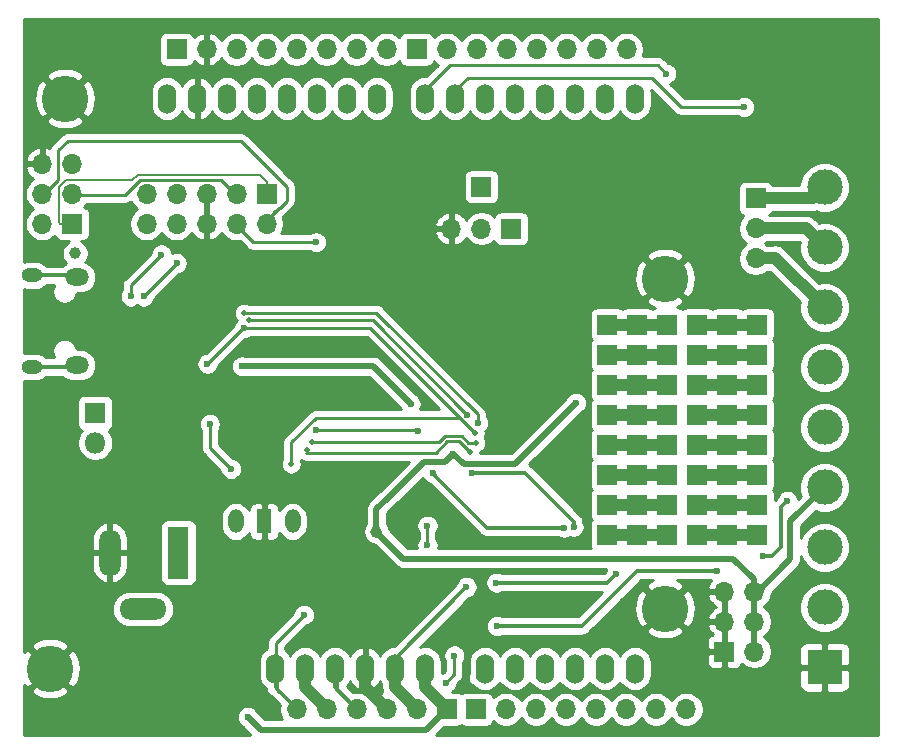
<source format=gbr>
%TF.GenerationSoftware,KiCad,Pcbnew,(5.1.7)-1*%
%TF.CreationDate,2020-10-28T17:30:19+01:00*%
%TF.ProjectId,Atmega_328_breakout,41746d65-6761-45f3-9332-385f62726561,rev?*%
%TF.SameCoordinates,Original*%
%TF.FileFunction,Copper,L2,Bot*%
%TF.FilePolarity,Positive*%
%FSLAX46Y46*%
G04 Gerber Fmt 4.6, Leading zero omitted, Abs format (unit mm)*
G04 Created by KiCad (PCBNEW (5.1.7)-1) date 2020-10-28 17:30:19*
%MOMM*%
%LPD*%
G01*
G04 APERTURE LIST*
%TA.AperFunction,ComponentPad*%
%ADD10C,3.937000*%
%TD*%
%TA.AperFunction,ComponentPad*%
%ADD11O,1.524000X2.540000*%
%TD*%
%TA.AperFunction,ComponentPad*%
%ADD12O,1.800000X1.150000*%
%TD*%
%TA.AperFunction,ComponentPad*%
%ADD13O,2.000000X1.450000*%
%TD*%
%TA.AperFunction,ComponentPad*%
%ADD14O,1.700000X1.700000*%
%TD*%
%TA.AperFunction,ComponentPad*%
%ADD15R,1.700000X1.700000*%
%TD*%
%TA.AperFunction,ComponentPad*%
%ADD16R,1.800000X4.400000*%
%TD*%
%TA.AperFunction,ComponentPad*%
%ADD17O,1.800000X4.000000*%
%TD*%
%TA.AperFunction,ComponentPad*%
%ADD18O,4.000000X1.800000*%
%TD*%
%TA.AperFunction,ComponentPad*%
%ADD19C,3.000000*%
%TD*%
%TA.AperFunction,ComponentPad*%
%ADD20R,3.000000X3.000000*%
%TD*%
%TA.AperFunction,ComponentPad*%
%ADD21O,1.300000X2.000000*%
%TD*%
%TA.AperFunction,ComponentPad*%
%ADD22R,1.300000X2.000000*%
%TD*%
%TA.AperFunction,ComponentPad*%
%ADD23O,1.800000X1.800000*%
%TD*%
%TA.AperFunction,ComponentPad*%
%ADD24R,1.800000X1.800000*%
%TD*%
%TA.AperFunction,ViaPad*%
%ADD25C,0.600000*%
%TD*%
%TA.AperFunction,ViaPad*%
%ADD26C,0.500000*%
%TD*%
%TA.AperFunction,ViaPad*%
%ADD27C,1.000000*%
%TD*%
%TA.AperFunction,Conductor*%
%ADD28C,0.250000*%
%TD*%
%TA.AperFunction,Conductor*%
%ADD29C,1.000000*%
%TD*%
%TA.AperFunction,Conductor*%
%ADD30C,0.350000*%
%TD*%
%TA.AperFunction,Conductor*%
%ADD31C,0.500000*%
%TD*%
%TA.AperFunction,Conductor*%
%ADD32C,0.160000*%
%TD*%
%TA.AperFunction,Conductor*%
%ADD33C,0.254000*%
%TD*%
%TA.AperFunction,Conductor*%
%ADD34C,0.100000*%
%TD*%
G04 APERTURE END LIST*
D10*
%TO.P,SHIELD1,GNDS*%
%TO.N,GND*%
X53170000Y-109700000D03*
X54440000Y-61440000D03*
X105240000Y-76680000D03*
X105240000Y-104620000D03*
D11*
%TO.P,SHIELD1,5V*%
%TO.N,+5V*%
X77300000Y-109700000D03*
%TO.P,SHIELD1,AREF*%
%TO.N,AREF*%
X63076000Y-61440000D03*
%TO.P,SHIELD1,GND3*%
%TO.N,GND*%
X65616000Y-61440000D03*
%TO.P,SHIELD1,13*%
%TO.N,PB5*%
X68156000Y-61440000D03*
%TO.P,SHIELD1,12*%
%TO.N,PB4*%
X70696000Y-61440000D03*
%TO.P,SHIELD1,11*%
%TO.N,PB3*%
X73236000Y-61440000D03*
%TO.P,SHIELD1,10*%
%TO.N,PB2*%
X75776000Y-61440000D03*
%TO.P,SHIELD1,9*%
%TO.N,PB1*%
X78316000Y-61440000D03*
%TO.P,SHIELD1,8*%
%TO.N,PB0*%
X80856000Y-61440000D03*
%TO.P,SHIELD1,7*%
%TO.N,PD7*%
X84920000Y-61440000D03*
%TO.P,SHIELD1,6*%
%TO.N,PD6*%
X87460000Y-61440000D03*
%TO.P,SHIELD1,5*%
%TO.N,PD5*%
X90000000Y-61440000D03*
%TO.P,SHIELD1,4*%
%TO.N,PD4*%
X92540000Y-61440000D03*
%TO.P,SHIELD1,3*%
%TO.N,PD3*%
X95080000Y-61440000D03*
%TO.P,SHIELD1,2*%
%TO.N,PD2*%
X97620000Y-61440000D03*
%TO.P,SHIELD1,1*%
%TO.N,PD1(TX)*%
X100160000Y-61440000D03*
%TO.P,SHIELD1,0*%
%TO.N,PD0(RX)*%
X102700000Y-61440000D03*
%TO.P,SHIELD1,RST*%
%TO.N,~RESET*%
X72220000Y-109700000D03*
%TO.P,SHIELD1,3V3*%
%TO.N,+3V3*%
X74760000Y-109700000D03*
%TO.P,SHIELD1,GND1*%
%TO.N,GND*%
X79840000Y-109700000D03*
%TO.P,SHIELD1,GND2*%
%TO.N,AGND*%
X82380000Y-109700000D03*
%TO.P,SHIELD1,V_IN*%
%TO.N,V_supply*%
X84920000Y-109700000D03*
%TO.P,SHIELD1,AD2*%
%TO.N,PC2*%
X95080000Y-109700000D03*
%TO.P,SHIELD1,AD1*%
%TO.N,PC1*%
X92540000Y-109700000D03*
%TO.P,SHIELD1,AD0*%
%TO.N,PC0*%
X90000000Y-109700000D03*
%TO.P,SHIELD1,AD3*%
%TO.N,PC3*%
X97620000Y-109700000D03*
%TO.P,SHIELD1,AD4*%
%TO.N,PC4(SDA)*%
X100160000Y-109700000D03*
%TO.P,SHIELD1,AD5*%
%TO.N,PC5(SCL)*%
X102700000Y-109700000D03*
%TD*%
D12*
%TO.P,J28,6*%
%TO.N,Net-(J28-Pad6)*%
X51650000Y-84175000D03*
X51650000Y-76425000D03*
D13*
X55450000Y-84025000D03*
X55450000Y-76575000D03*
%TD*%
D14*
%TO.P,J20,8*%
%TO.N,ADC7*%
X107030000Y-113150000D03*
%TO.P,J20,7*%
%TO.N,ADC6*%
X104490000Y-113150000D03*
%TO.P,J20,6*%
%TO.N,PC5(SCL)*%
X101950000Y-113150000D03*
%TO.P,J20,5*%
%TO.N,PC4(SDA)*%
X99410000Y-113150000D03*
%TO.P,J20,4*%
%TO.N,PC3*%
X96870000Y-113150000D03*
%TO.P,J20,3*%
%TO.N,PC2*%
X94330000Y-113150000D03*
%TO.P,J20,2*%
%TO.N,PC1*%
X91790000Y-113150000D03*
D15*
%TO.P,J20,1*%
%TO.N,PC0*%
X89250000Y-113150000D03*
%TD*%
D14*
%TO.P,J10,6*%
%TO.N,VCC*%
X112812000Y-103186000D03*
%TO.P,J10,5*%
%TO.N,GND*%
X110272000Y-103186000D03*
%TO.P,J10,4*%
%TO.N,VCC*%
X112812000Y-105726000D03*
%TO.P,J10,3*%
%TO.N,GND*%
X110272000Y-105726000D03*
%TO.P,J10,2*%
%TO.N,VCC*%
X112812000Y-108266000D03*
D15*
%TO.P,J10,1*%
%TO.N,GND*%
X110272000Y-108266000D03*
%TD*%
D14*
%TO.P,J22,8*%
%TO.N,PD0(RX)*%
X101981000Y-57277000D03*
%TO.P,J22,7*%
%TO.N,PD1(TX)*%
X99441000Y-57277000D03*
%TO.P,J22,6*%
%TO.N,PD2*%
X96901000Y-57277000D03*
%TO.P,J22,5*%
%TO.N,PD3*%
X94361000Y-57277000D03*
%TO.P,J22,4*%
%TO.N,PD4*%
X91821000Y-57277000D03*
%TO.P,J22,3*%
%TO.N,PD5*%
X89281000Y-57277000D03*
%TO.P,J22,2*%
%TO.N,PD6*%
X86741000Y-57277000D03*
D15*
%TO.P,J22,1*%
%TO.N,PD7*%
X84201000Y-57277000D03*
%TD*%
D14*
%TO.P,J21,8*%
%TO.N,PB0*%
X81661000Y-57277000D03*
%TO.P,J21,7*%
%TO.N,PB1*%
X79121000Y-57277000D03*
%TO.P,J21,6*%
%TO.N,PB2*%
X76581000Y-57277000D03*
%TO.P,J21,5*%
%TO.N,PB3*%
X74041000Y-57277000D03*
%TO.P,J21,4*%
%TO.N,PB4*%
X71501000Y-57277000D03*
%TO.P,J21,3*%
%TO.N,PB5*%
X68961000Y-57277000D03*
%TO.P,J21,2*%
%TO.N,GND*%
X66421000Y-57277000D03*
D15*
%TO.P,J21,1*%
%TO.N,AREF*%
X63881000Y-57277000D03*
%TD*%
D14*
%TO.P,J19,6*%
%TO.N,~RESET*%
X74041000Y-113157000D03*
%TO.P,J19,5*%
%TO.N,+3V3*%
X76581000Y-113157000D03*
%TO.P,J19,4*%
%TO.N,+5V*%
X79121000Y-113157000D03*
%TO.P,J19,3*%
%TO.N,GND*%
X81661000Y-113157000D03*
%TO.P,J19,2*%
%TO.N,AGND*%
X84201000Y-113157000D03*
D15*
%TO.P,J19,1*%
%TO.N,V_supply*%
X86741000Y-113157000D03*
%TD*%
%TO.P,J18,3*%
%TO.N,Net-(J18-Pad1)*%
X113066000Y-98360000D03*
%TO.P,J18,2*%
X110526000Y-98360000D03*
%TO.P,J18,1*%
X107986000Y-98360000D03*
%TD*%
%TO.P,J17,3*%
%TO.N,Net-(J17-Pad1)*%
X105446000Y-98360000D03*
%TO.P,J17,2*%
X102906000Y-98360000D03*
%TO.P,J17,1*%
X100366000Y-98360000D03*
%TD*%
%TO.P,J16,3*%
%TO.N,Net-(J16-Pad1)*%
X113066000Y-95820000D03*
%TO.P,J16,2*%
X110526000Y-95820000D03*
%TO.P,J16,1*%
X107986000Y-95820000D03*
%TD*%
%TO.P,J15,3*%
%TO.N,Net-(J15-Pad1)*%
X105446000Y-95820000D03*
%TO.P,J15,2*%
X102906000Y-95820000D03*
%TO.P,J15,1*%
X100366000Y-95820000D03*
%TD*%
%TO.P,J14,3*%
%TO.N,Net-(J14-Pad1)*%
X113066000Y-93280000D03*
%TO.P,J14,2*%
X110526000Y-93280000D03*
%TO.P,J14,1*%
X107986000Y-93280000D03*
%TD*%
%TO.P,J13,3*%
%TO.N,Net-(J13-Pad1)*%
X105446000Y-93280000D03*
%TO.P,J13,2*%
X102906000Y-93280000D03*
%TO.P,J13,1*%
X100366000Y-93280000D03*
%TD*%
%TO.P,J12,3*%
%TO.N,Net-(J12-Pad1)*%
X113066000Y-90740000D03*
%TO.P,J12,2*%
X110526000Y-90740000D03*
%TO.P,J12,1*%
X107986000Y-90740000D03*
%TD*%
%TO.P,J11,3*%
%TO.N,Net-(J11-Pad1)*%
X105446000Y-90740000D03*
%TO.P,J11,2*%
X102906000Y-90740000D03*
%TO.P,J11,1*%
X100366000Y-90740000D03*
%TD*%
%TO.P,J9,3*%
%TO.N,Net-(J9-Pad1)*%
X105446000Y-88200000D03*
%TO.P,J9,2*%
X102906000Y-88200000D03*
%TO.P,J9,1*%
X100366000Y-88200000D03*
%TD*%
%TO.P,J8,3*%
%TO.N,Net-(J8-Pad1)*%
X113066000Y-88200000D03*
%TO.P,J8,2*%
X110526000Y-88200000D03*
%TO.P,J8,1*%
X107986000Y-88200000D03*
%TD*%
%TO.P,J7,3*%
%TO.N,Net-(J7-Pad1)*%
X105446000Y-85660000D03*
%TO.P,J7,2*%
X102906000Y-85660000D03*
%TO.P,J7,1*%
X100366000Y-85660000D03*
%TD*%
%TO.P,J6,3*%
%TO.N,Net-(J6-Pad1)*%
X113066000Y-85660000D03*
%TO.P,J6,2*%
X110526000Y-85660000D03*
%TO.P,J6,1*%
X107986000Y-85660000D03*
%TD*%
%TO.P,J5,3*%
%TO.N,Net-(J5-Pad1)*%
X105446000Y-83120000D03*
%TO.P,J5,2*%
X102906000Y-83120000D03*
%TO.P,J5,1*%
X100366000Y-83120000D03*
%TD*%
%TO.P,J4,3*%
%TO.N,Net-(J4-Pad1)*%
X113066000Y-83120000D03*
%TO.P,J4,2*%
X110526000Y-83120000D03*
%TO.P,J4,1*%
X107986000Y-83120000D03*
%TD*%
%TO.P,J3,3*%
%TO.N,Net-(J3-Pad1)*%
X105446000Y-80580000D03*
%TO.P,J3,2*%
X102906000Y-80580000D03*
%TO.P,J3,1*%
X100366000Y-80580000D03*
%TD*%
%TO.P,J2,3*%
%TO.N,Net-(J2-Pad1)*%
X113066000Y-80580000D03*
%TO.P,J2,2*%
X110526000Y-80580000D03*
%TO.P,J2,1*%
X107986000Y-80580000D03*
%TD*%
D16*
%TO.P,J1,1*%
%TO.N,V_supply*%
X64044000Y-99884000D03*
D17*
%TO.P,J1,2*%
%TO.N,GND*%
X58244000Y-99884000D03*
D18*
%TO.P,J1,3*%
%TO.N,Net-(J1-Pad3)*%
X61044000Y-104684000D03*
%TD*%
D19*
%TO.P,J27,9*%
%TO.N,Net-(J25-Pad1)*%
X118745000Y-68961000D03*
%TO.P,J27,8*%
%TO.N,Net-(J25-Pad2)*%
X118745000Y-74041000D03*
%TO.P,J27,7*%
%TO.N,Net-(J25-Pad3)*%
X118745000Y-79121000D03*
%TO.P,J27,6*%
%TO.N,AGND*%
X118745000Y-84201000D03*
%TO.P,J27,5*%
%TO.N,+3V3*%
X118745000Y-89281000D03*
%TO.P,J27,4*%
%TO.N,VCC*%
X118745000Y-94361000D03*
D20*
%TO.P,J27,1*%
%TO.N,GND*%
X118745000Y-109601000D03*
D19*
%TO.P,J27,3*%
%TO.N,+5V*%
X118745000Y-99441000D03*
%TO.P,J27,2*%
%TO.N,V_supply*%
X118745000Y-104521000D03*
%TD*%
D15*
%TO.P,J23,1*%
%TO.N,Net-(J23-Pad1)*%
X89698000Y-68896000D03*
%TD*%
D21*
%TO.P,U2,3*%
%TO.N,+5V*%
X73700000Y-97250000D03*
D22*
%TO.P,U2,2*%
%TO.N,GND*%
X71300000Y-97250000D03*
D21*
%TO.P,U2,1*%
%TO.N,Net-(C2-Pad2)*%
X68900000Y-97250000D03*
%TD*%
D14*
%TO.P,J26,10*%
%TO.N,PD0(RX)*%
X61340000Y-72040000D03*
%TO.P,J26,9*%
%TO.N,PD1(TX)*%
X61340000Y-69500000D03*
%TO.P,J26,8*%
%TO.N,PC5(SCL)*%
X63880000Y-72040000D03*
%TO.P,J26,7*%
%TO.N,PC4(SDA)*%
X63880000Y-69500000D03*
%TO.P,J26,6*%
%TO.N,GND*%
X66420000Y-72040000D03*
%TO.P,J26,5*%
X66420000Y-69500000D03*
%TO.P,J26,4*%
%TO.N,PB2*%
X68960000Y-72040000D03*
%TO.P,J26,3*%
%TO.N,PB5*%
X68960000Y-69500000D03*
%TO.P,J26,2*%
%TO.N,PB3*%
X71500000Y-72040000D03*
D15*
%TO.P,J26,1*%
%TO.N,PB4*%
X71500000Y-69500000D03*
%TD*%
D14*
%TO.P,J25,3*%
%TO.N,Net-(J25-Pad3)*%
X112900000Y-74980000D03*
%TO.P,J25,2*%
%TO.N,Net-(J25-Pad2)*%
X112900000Y-72440000D03*
D15*
%TO.P,J25,1*%
%TO.N,Net-(J25-Pad1)*%
X112900000Y-69900000D03*
%TD*%
D14*
%TO.P,J24,3*%
%TO.N,GND*%
X87158000Y-72452000D03*
%TO.P,J24,2*%
%TO.N,Net-(J23-Pad1)*%
X89698000Y-72452000D03*
D15*
%TO.P,J24,1*%
%TO.N,VCC*%
X92238000Y-72452000D03*
%TD*%
D14*
%TO.P,ISP1,6*%
%TO.N,GND*%
X52510000Y-66970000D03*
%TO.P,ISP1,5*%
%TO.N,~RESET*%
X55050000Y-66970000D03*
%TO.P,ISP1,4*%
%TO.N,PB3*%
X52510000Y-69510000D03*
%TO.P,ISP1,3*%
%TO.N,PB5*%
X55050000Y-69510000D03*
%TO.P,ISP1,2*%
%TO.N,VCC*%
X52510000Y-72050000D03*
D15*
%TO.P,ISP1,1*%
%TO.N,PB4*%
X55050000Y-72050000D03*
%TD*%
D23*
%TO.P,D1,2*%
%TO.N,V_supply*%
X57000000Y-90600000D03*
D24*
%TO.P,D1,1*%
%TO.N,Net-(C2-Pad2)*%
X57000000Y-88060000D03*
%TD*%
D25*
%TO.N,GND*%
X67092000Y-102678000D03*
X77506000Y-93788000D03*
X81062000Y-77532000D03*
X90700000Y-103700000D03*
X86150000Y-107250000D03*
X89050000Y-83100000D03*
X66250000Y-94150000D03*
X96500000Y-85900000D03*
X58900000Y-78175000D03*
X86650000Y-80326000D03*
X75474000Y-102932000D03*
X82300000Y-101700000D03*
X87700000Y-99000000D03*
D26*
X58300000Y-84850000D03*
D25*
X63100000Y-80100000D03*
%TO.N,AREF*%
X85126000Y-99249000D03*
X85126000Y-97598000D03*
X84300000Y-89600000D03*
X75700000Y-89500000D03*
%TO.N,+3V3*%
X109637000Y-101408000D03*
X87400000Y-108600000D03*
X86700000Y-110900000D03*
X91000000Y-106100000D03*
D27*
%TO.N,VCC*%
X80808000Y-98106000D03*
D25*
X83699999Y-87300000D03*
X69400000Y-84100000D03*
X87300000Y-91500008D03*
X97700000Y-87200000D03*
%TO.N,AGND*%
X113574000Y-100138000D03*
X101128000Y-101662000D03*
X90968000Y-102424000D03*
X88428000Y-102805000D03*
X115600000Y-95500000D03*
%TO.N,PD6*%
X111923000Y-62165000D03*
%TO.N,V_supply*%
X69900000Y-113800000D03*
D26*
%TO.N,~RESET*%
X73600000Y-92400000D03*
X89170000Y-89770000D03*
D25*
X74675000Y-105150000D03*
X69600000Y-80900000D03*
X66500000Y-83900000D03*
%TO.N,ADC7*%
X88922583Y-93128048D03*
X97500000Y-97700000D03*
%TO.N,ADC6*%
X85583997Y-93175010D03*
X96704026Y-97780279D03*
D26*
%TO.N,PC5(SCL)*%
X89200000Y-90600006D03*
X75348000Y-90526000D03*
%TO.N,PC4(SDA)*%
X88700000Y-91400000D03*
X74900000Y-91200000D03*
D25*
%TO.N,PB2*%
X75700000Y-73600000D03*
%TO.N,PD0(RX)*%
X61100000Y-78200000D03*
X63900000Y-75375000D03*
X89400000Y-88900000D03*
D26*
X69600000Y-79600000D03*
D25*
%TO.N,PD1(TX)*%
X62600000Y-74650000D03*
X60000000Y-78200000D03*
X88500000Y-88200000D03*
D26*
X70000000Y-80200000D03*
D25*
%TO.N,PD7*%
X105348000Y-59326000D03*
D27*
%TO.N,Net-(J28-Pad6)*%
X55300000Y-74550000D03*
D25*
%TO.N,Net-(U3-Pad1)*%
X68500000Y-92800000D03*
X66700000Y-89000000D03*
%TD*%
D28*
%TO.N,GND*%
X66400000Y-73600000D02*
X66400000Y-74500000D01*
X66420000Y-72040000D02*
X66420000Y-73580000D01*
X66420000Y-73580000D02*
X66400000Y-73600000D01*
X66420000Y-72040000D02*
X66420000Y-70837919D01*
X66420000Y-70837919D02*
X66420000Y-69500000D01*
D29*
X79812000Y-109530000D02*
X79812000Y-111308000D01*
X79812000Y-111308000D02*
X81661000Y-113157000D01*
D28*
X80010000Y-109601000D02*
X80010000Y-111506000D01*
X80010000Y-111506000D02*
X81661000Y-113157000D01*
%TO.N,AREF*%
X84200000Y-89500000D02*
X84300000Y-89600000D01*
X75700000Y-89500000D02*
X84200000Y-89500000D01*
X85126000Y-97598000D02*
X85126000Y-99249000D01*
D30*
%TO.N,+5V*%
X77272000Y-109530000D02*
X77272000Y-111308000D01*
X77272000Y-111308000D02*
X79121000Y-113157000D01*
X77470000Y-109601000D02*
X77470000Y-111506000D01*
X77470000Y-111506000D02*
X79121000Y-113157000D01*
X77506000Y-109536000D02*
X77379000Y-109663000D01*
D28*
%TO.N,+3V3*%
X87400000Y-108600000D02*
X87400000Y-110200000D01*
X86700000Y-110900000D02*
X87400000Y-110200000D01*
D29*
X76581000Y-113157000D02*
X74732000Y-111308000D01*
X74732000Y-111308000D02*
X74732000Y-109530000D01*
D30*
X101030057Y-103275446D02*
X101330056Y-102975447D01*
X98205503Y-106100000D02*
X101030057Y-103275446D01*
X91000000Y-106100000D02*
X98205503Y-106100000D01*
D28*
X74930000Y-109601000D02*
X74930000Y-111506000D01*
X74930000Y-111506000D02*
X76581000Y-113157000D01*
D30*
X102897503Y-101408000D02*
X101330056Y-102975447D01*
X109637000Y-101408000D02*
X102897503Y-101408000D01*
D31*
%TO.N,VCC*%
X83400000Y-87000001D02*
X83699999Y-87300000D01*
X69400000Y-84100000D02*
X80499999Y-84100000D01*
X80499999Y-84100000D02*
X83400000Y-87000001D01*
X69400000Y-84100000D02*
X69824264Y-84100000D01*
X84800001Y-92199999D02*
X86600009Y-92199999D01*
X87000001Y-91800007D02*
X87300000Y-91500008D01*
X86600009Y-92199999D02*
X87000001Y-91800007D01*
X112750000Y-108650000D02*
X112750000Y-106110000D01*
X112750000Y-103570000D02*
X112750000Y-106110000D01*
X113227320Y-103092680D02*
X112750000Y-103570000D01*
X80808000Y-96192000D02*
X81756000Y-95244000D01*
X80808000Y-98106000D02*
X80808000Y-96192000D01*
X81756000Y-95244000D02*
X84800001Y-92199999D01*
X81600000Y-95400000D02*
X81756000Y-95244000D01*
X80808000Y-98106000D02*
X83094000Y-100392000D01*
X112750000Y-103570000D02*
X115860000Y-100460000D01*
X115860000Y-97246000D02*
X118745000Y-94361000D01*
X115860000Y-100460000D02*
X115860000Y-97246000D01*
X112750000Y-103570000D02*
X112750000Y-102150000D01*
X110992000Y-100392000D02*
X83094000Y-100392000D01*
X112750000Y-102150000D02*
X110992000Y-100392000D01*
X92521953Y-92378047D02*
X97700000Y-87200000D01*
X88178039Y-92378047D02*
X92521953Y-92378047D01*
X87300000Y-91500008D02*
X88178039Y-92378047D01*
D29*
%TO.N,Net-(J13-Pad1)*%
X105446000Y-93280000D02*
X100366000Y-93280000D01*
%TO.N,Net-(J14-Pad1)*%
X113066000Y-93280000D02*
X107986000Y-93280000D01*
%TO.N,Net-(J15-Pad1)*%
X100366000Y-95820000D02*
X105446000Y-95820000D01*
%TO.N,Net-(J16-Pad1)*%
X107986000Y-95820000D02*
X113066000Y-95820000D01*
%TO.N,Net-(J18-Pad1)*%
X113066000Y-98360000D02*
X107986000Y-98360000D01*
%TO.N,Net-(J25-Pad1)*%
X112900000Y-69900000D02*
X117806000Y-69900000D01*
D28*
X117806000Y-69900000D02*
X118745000Y-68961000D01*
D29*
%TO.N,AGND*%
X82352000Y-109530000D02*
X82352000Y-111308000D01*
X82352000Y-111308000D02*
X84201000Y-113157000D01*
D28*
X82550000Y-109601000D02*
X82550000Y-111506000D01*
X82550000Y-111506000D02*
X84201000Y-113157000D01*
D30*
X82459000Y-108774000D02*
X88428000Y-102805000D01*
X82459000Y-109663000D02*
X82459000Y-108774000D01*
X100366000Y-102424000D02*
X101128000Y-101662000D01*
X90968000Y-102424000D02*
X100366000Y-102424000D01*
X113574000Y-100138000D02*
X114336000Y-100138000D01*
X114336000Y-100138000D02*
X115098000Y-99376000D01*
X115098000Y-96002000D02*
X115600000Y-95500000D01*
X115098000Y-99376000D02*
X115098000Y-96002000D01*
D28*
%TO.N,PD6*%
X87432000Y-60762000D02*
X87432000Y-61270000D01*
X88519010Y-59674990D02*
X87432000Y-60762000D01*
X87432000Y-61270000D02*
X87432000Y-61778000D01*
X104096990Y-59674990D02*
X88519010Y-59674990D01*
X106587000Y-62165000D02*
X104096990Y-59674990D01*
X111923000Y-62165000D02*
X106587000Y-62165000D01*
D29*
%TO.N,V_supply*%
X84892000Y-111308000D02*
X86741000Y-113157000D01*
X84892000Y-109530000D02*
X84892000Y-111308000D01*
D31*
X69900000Y-113800000D02*
X71000000Y-114900000D01*
X84998000Y-114900000D02*
X86741000Y-113157000D01*
X71000000Y-114900000D02*
X84998000Y-114900000D01*
D28*
%TO.N,~RESET*%
X80300000Y-80900000D02*
X69600000Y-80900000D01*
X72192000Y-109530000D02*
X72192000Y-111308000D01*
X72192000Y-111308000D02*
X74041000Y-113157000D01*
X72192000Y-109022000D02*
X72192000Y-109530000D01*
X72390000Y-109601000D02*
X72390000Y-111506000D01*
X72390000Y-111506000D02*
X74041000Y-113157000D01*
X75646447Y-88500000D02*
X87900000Y-88500000D01*
X73600000Y-90546447D02*
X75646447Y-88500000D01*
X87900000Y-88500000D02*
X88212500Y-88812500D01*
X88212500Y-88812500D02*
X80300000Y-80900000D01*
X73600000Y-92400000D02*
X73600000Y-90546447D01*
X89170000Y-89770000D02*
X88212500Y-88812500D01*
X72299000Y-107526000D02*
X74675000Y-105150000D01*
X72299000Y-109663000D02*
X72299000Y-107526000D01*
X69600000Y-80900000D02*
X69600000Y-80900000D01*
X69500000Y-80900000D02*
X69600000Y-80900000D01*
X66500000Y-83900000D02*
X69500000Y-80900000D01*
%TO.N,PB3*%
X52608000Y-69596000D02*
X53850000Y-68354000D01*
X53850000Y-68354000D02*
X53850000Y-66614998D01*
X53850000Y-66614998D02*
X53874999Y-66589999D01*
X72578999Y-70675001D02*
X71288000Y-71966000D01*
X53874999Y-66589999D02*
X53874999Y-65825001D01*
X53874999Y-65825001D02*
X54650000Y-65050000D01*
X54650000Y-65050000D02*
X69335002Y-65050000D01*
X69335002Y-65050000D02*
X73200000Y-68914998D01*
X73200000Y-68914998D02*
X73200000Y-70085002D01*
X73200000Y-70085002D02*
X72610001Y-70675001D01*
X72610001Y-70675001D02*
X72578999Y-70675001D01*
X71288000Y-71966000D02*
X72254000Y-71000000D01*
%TO.N,PB5*%
X59504998Y-69596000D02*
X60775999Y-68324999D01*
X67646999Y-68324999D02*
X68748000Y-69426000D01*
X60775999Y-68324999D02*
X67646999Y-68324999D01*
X55148000Y-69596000D02*
X59504998Y-69596000D01*
D32*
%TO.N,PB4*%
X71500000Y-69500000D02*
X71500000Y-68490000D01*
X71500000Y-68490000D02*
X70929988Y-67919988D01*
X70929988Y-67919988D02*
X60608238Y-67919988D01*
X60608238Y-67919988D02*
X60148227Y-68379999D01*
X60148227Y-68379999D02*
X54507599Y-68379999D01*
X54507599Y-68379999D02*
X53919999Y-68967599D01*
X53919999Y-68967599D02*
X53919999Y-71929999D01*
X53919999Y-71929999D02*
X54040000Y-72050000D01*
X54040000Y-72050000D02*
X55050000Y-72050000D01*
D29*
%TO.N,Net-(J2-Pad1)*%
X113066000Y-80580000D02*
X107986000Y-80580000D01*
%TO.N,Net-(J3-Pad1)*%
X105446000Y-80580000D02*
X100366000Y-80580000D01*
%TO.N,Net-(J4-Pad1)*%
X107986000Y-83120000D02*
X113066000Y-83120000D01*
%TO.N,Net-(J5-Pad1)*%
X100366000Y-83120000D02*
X105446000Y-83120000D01*
%TO.N,Net-(J6-Pad1)*%
X107986000Y-85660000D02*
X113066000Y-85660000D01*
%TO.N,Net-(J7-Pad1)*%
X100366000Y-85660000D02*
X105446000Y-85660000D01*
%TO.N,Net-(J8-Pad1)*%
X113066000Y-88200000D02*
X107986000Y-88200000D01*
%TO.N,Net-(J9-Pad1)*%
X105446000Y-88200000D02*
X100366000Y-88200000D01*
%TO.N,Net-(J11-Pad1)*%
X100366000Y-90740000D02*
X105446000Y-90740000D01*
%TO.N,Net-(J12-Pad1)*%
X107986000Y-90740000D02*
X113066000Y-90740000D01*
%TO.N,Net-(J17-Pad1)*%
X105446000Y-98360000D02*
X100366000Y-98360000D01*
D30*
%TO.N,ADC7*%
X89346847Y-93128048D02*
X88922583Y-93128048D01*
X97500000Y-97275736D02*
X93352312Y-93128048D01*
X97500000Y-97700000D02*
X97500000Y-97275736D01*
X93352312Y-93128048D02*
X89346847Y-93128048D01*
%TO.N,ADC6*%
X96704026Y-97780279D02*
X90189266Y-97780279D01*
X85883996Y-93475009D02*
X85583997Y-93175010D01*
X90189266Y-97780279D02*
X85883996Y-93475009D01*
D28*
%TO.N,PC5(SCL)*%
X88846447Y-90600006D02*
X89200000Y-90600006D01*
X86618573Y-90020012D02*
X88012890Y-90020012D01*
X88592884Y-90600006D02*
X88846447Y-90600006D01*
X86112585Y-90526000D02*
X86618573Y-90020012D01*
X75348000Y-90526000D02*
X86112585Y-90526000D01*
X88012890Y-90020012D02*
X88592884Y-90600006D01*
X101981000Y-110490000D02*
X102870000Y-109601000D01*
%TO.N,PC4(SDA)*%
X87770023Y-90470023D02*
X88450001Y-91150001D01*
X86804973Y-90470023D02*
X87770023Y-90470023D01*
X85848996Y-91426000D02*
X86804973Y-90470023D01*
X88450001Y-91150001D02*
X88700000Y-91400000D01*
X74848000Y-91426000D02*
X85848996Y-91426000D01*
X99441000Y-110490000D02*
X100330000Y-109601000D01*
%TO.N,PC3*%
X96901000Y-110490000D02*
X97790000Y-109601000D01*
%TO.N,PC2*%
X94361000Y-110490000D02*
X95250000Y-109601000D01*
%TO.N,PC1*%
X91821000Y-110490000D02*
X92710000Y-109601000D01*
%TO.N,PC0*%
X89281000Y-110490000D02*
X90170000Y-109601000D01*
%TO.N,PB2*%
X68748000Y-71966000D02*
X70382000Y-73600000D01*
X75275736Y-73600000D02*
X75700000Y-73600000D01*
X70382000Y-73600000D02*
X75275736Y-73600000D01*
%TO.N,PD0(RX)*%
X69699999Y-79574999D02*
X69637499Y-79637499D01*
X80800001Y-79574999D02*
X69699999Y-79574999D01*
X89400000Y-88174998D02*
X80800001Y-79574999D01*
X69637499Y-79637499D02*
X69600000Y-79600000D01*
X89400000Y-88900000D02*
X89400000Y-88174998D01*
X63900000Y-75400000D02*
X63900000Y-75375000D01*
X61100000Y-78200000D02*
X63900000Y-75400000D01*
%TO.N,PD1(TX)*%
X80500000Y-80200000D02*
X80100000Y-80200000D01*
X88500000Y-88200000D02*
X80500000Y-80200000D01*
X80100000Y-80200000D02*
X80352826Y-80200000D01*
X70000000Y-80200000D02*
X80100000Y-80200000D01*
X60000000Y-77250000D02*
X62600000Y-74650000D01*
X60000000Y-78200000D02*
X60000000Y-77250000D01*
%TO.N,PD7*%
X84892000Y-61778000D02*
X84892000Y-61270000D01*
X105348000Y-59326000D02*
X104648000Y-58626000D01*
X104648000Y-58626000D02*
X87028000Y-58626000D01*
X87028000Y-58626000D02*
X84892000Y-60762000D01*
X84892000Y-60762000D02*
X84892000Y-61270000D01*
D29*
%TO.N,Net-(J25-Pad3)*%
X112900000Y-74980000D02*
X114504000Y-74980000D01*
D28*
X114504000Y-74980000D02*
X114554000Y-74930000D01*
D29*
X114554000Y-74930000D02*
X118745000Y-79121000D01*
%TO.N,Net-(J25-Pad2)*%
X117144000Y-72440000D02*
X118745000Y-74041000D01*
X112900000Y-72440000D02*
X117144000Y-72440000D01*
D30*
%TO.N,Net-(J28-Pad6)*%
X51650000Y-84175000D02*
X55300000Y-84175000D01*
X55300000Y-84175000D02*
X55450000Y-84025000D01*
X51650000Y-76425000D02*
X55300000Y-76425000D01*
X55300000Y-76425000D02*
X55450000Y-76575000D01*
D28*
%TO.N,Net-(U3-Pad1)*%
X66700000Y-91000000D02*
X68500000Y-92800000D01*
X66700000Y-89000000D02*
X66700000Y-91000000D01*
%TD*%
D33*
%TO.N,GND*%
X123290000Y-115290000D02*
X85859578Y-115290000D01*
X86504507Y-114645072D01*
X87591000Y-114645072D01*
X87715482Y-114632812D01*
X87835180Y-114596502D01*
X87945494Y-114537537D01*
X87999765Y-114492998D01*
X88045506Y-114530537D01*
X88155820Y-114589502D01*
X88275518Y-114625812D01*
X88400000Y-114638072D01*
X90100000Y-114638072D01*
X90224482Y-114625812D01*
X90344180Y-114589502D01*
X90454494Y-114530537D01*
X90551185Y-114451185D01*
X90630537Y-114354494D01*
X90689502Y-114244180D01*
X90711513Y-114171620D01*
X90843368Y-114303475D01*
X91086589Y-114465990D01*
X91356842Y-114577932D01*
X91643740Y-114635000D01*
X91936260Y-114635000D01*
X92223158Y-114577932D01*
X92493411Y-114465990D01*
X92736632Y-114303475D01*
X92943475Y-114096632D01*
X93060000Y-113922240D01*
X93176525Y-114096632D01*
X93383368Y-114303475D01*
X93626589Y-114465990D01*
X93896842Y-114577932D01*
X94183740Y-114635000D01*
X94476260Y-114635000D01*
X94763158Y-114577932D01*
X95033411Y-114465990D01*
X95276632Y-114303475D01*
X95483475Y-114096632D01*
X95600000Y-113922240D01*
X95716525Y-114096632D01*
X95923368Y-114303475D01*
X96166589Y-114465990D01*
X96436842Y-114577932D01*
X96723740Y-114635000D01*
X97016260Y-114635000D01*
X97303158Y-114577932D01*
X97573411Y-114465990D01*
X97816632Y-114303475D01*
X98023475Y-114096632D01*
X98140000Y-113922240D01*
X98256525Y-114096632D01*
X98463368Y-114303475D01*
X98706589Y-114465990D01*
X98976842Y-114577932D01*
X99263740Y-114635000D01*
X99556260Y-114635000D01*
X99843158Y-114577932D01*
X100113411Y-114465990D01*
X100356632Y-114303475D01*
X100563475Y-114096632D01*
X100680000Y-113922240D01*
X100796525Y-114096632D01*
X101003368Y-114303475D01*
X101246589Y-114465990D01*
X101516842Y-114577932D01*
X101803740Y-114635000D01*
X102096260Y-114635000D01*
X102383158Y-114577932D01*
X102653411Y-114465990D01*
X102896632Y-114303475D01*
X103103475Y-114096632D01*
X103220000Y-113922240D01*
X103336525Y-114096632D01*
X103543368Y-114303475D01*
X103786589Y-114465990D01*
X104056842Y-114577932D01*
X104343740Y-114635000D01*
X104636260Y-114635000D01*
X104923158Y-114577932D01*
X105193411Y-114465990D01*
X105436632Y-114303475D01*
X105643475Y-114096632D01*
X105760000Y-113922240D01*
X105876525Y-114096632D01*
X106083368Y-114303475D01*
X106326589Y-114465990D01*
X106596842Y-114577932D01*
X106883740Y-114635000D01*
X107176260Y-114635000D01*
X107463158Y-114577932D01*
X107733411Y-114465990D01*
X107976632Y-114303475D01*
X108183475Y-114096632D01*
X108345990Y-113853411D01*
X108457932Y-113583158D01*
X108515000Y-113296260D01*
X108515000Y-113003740D01*
X108457932Y-112716842D01*
X108345990Y-112446589D01*
X108183475Y-112203368D01*
X107976632Y-111996525D01*
X107733411Y-111834010D01*
X107463158Y-111722068D01*
X107176260Y-111665000D01*
X106883740Y-111665000D01*
X106596842Y-111722068D01*
X106326589Y-111834010D01*
X106083368Y-111996525D01*
X105876525Y-112203368D01*
X105760000Y-112377760D01*
X105643475Y-112203368D01*
X105436632Y-111996525D01*
X105193411Y-111834010D01*
X104923158Y-111722068D01*
X104636260Y-111665000D01*
X104343740Y-111665000D01*
X104056842Y-111722068D01*
X103786589Y-111834010D01*
X103543368Y-111996525D01*
X103336525Y-112203368D01*
X103220000Y-112377760D01*
X103103475Y-112203368D01*
X102896632Y-111996525D01*
X102653411Y-111834010D01*
X102383158Y-111722068D01*
X102096260Y-111665000D01*
X101803740Y-111665000D01*
X101516842Y-111722068D01*
X101246589Y-111834010D01*
X101003368Y-111996525D01*
X100796525Y-112203368D01*
X100680000Y-112377760D01*
X100563475Y-112203368D01*
X100356632Y-111996525D01*
X100113411Y-111834010D01*
X99843158Y-111722068D01*
X99556260Y-111665000D01*
X99263740Y-111665000D01*
X98976842Y-111722068D01*
X98706589Y-111834010D01*
X98463368Y-111996525D01*
X98256525Y-112203368D01*
X98140000Y-112377760D01*
X98023475Y-112203368D01*
X97816632Y-111996525D01*
X97573411Y-111834010D01*
X97303158Y-111722068D01*
X97016260Y-111665000D01*
X96723740Y-111665000D01*
X96436842Y-111722068D01*
X96166589Y-111834010D01*
X95923368Y-111996525D01*
X95716525Y-112203368D01*
X95600000Y-112377760D01*
X95483475Y-112203368D01*
X95276632Y-111996525D01*
X95033411Y-111834010D01*
X94763158Y-111722068D01*
X94476260Y-111665000D01*
X94183740Y-111665000D01*
X93896842Y-111722068D01*
X93626589Y-111834010D01*
X93383368Y-111996525D01*
X93176525Y-112203368D01*
X93060000Y-112377760D01*
X92943475Y-112203368D01*
X92736632Y-111996525D01*
X92493411Y-111834010D01*
X92223158Y-111722068D01*
X91936260Y-111665000D01*
X91643740Y-111665000D01*
X91356842Y-111722068D01*
X91086589Y-111834010D01*
X90843368Y-111996525D01*
X90711513Y-112128380D01*
X90689502Y-112055820D01*
X90630537Y-111945506D01*
X90551185Y-111848815D01*
X90454494Y-111769463D01*
X90344180Y-111710498D01*
X90224482Y-111674188D01*
X90100000Y-111661928D01*
X88400000Y-111661928D01*
X88275518Y-111674188D01*
X88155820Y-111710498D01*
X88045506Y-111769463D01*
X87991235Y-111814002D01*
X87945494Y-111776463D01*
X87835180Y-111717498D01*
X87715482Y-111681188D01*
X87591000Y-111668928D01*
X87232174Y-111668928D01*
X87296028Y-111626262D01*
X87426262Y-111496028D01*
X87528586Y-111342889D01*
X87599068Y-111172729D01*
X87623153Y-111051650D01*
X87911008Y-110763795D01*
X87940001Y-110740001D01*
X87963795Y-110711008D01*
X87963799Y-110711004D01*
X88034973Y-110624277D01*
X88069866Y-110558998D01*
X88105546Y-110492247D01*
X88106227Y-110490000D01*
X88517324Y-110490000D01*
X88531998Y-110638985D01*
X88575454Y-110782246D01*
X88646026Y-110914276D01*
X88740999Y-111030001D01*
X88856724Y-111124974D01*
X88988754Y-111195546D01*
X89008537Y-111201547D01*
X89220114Y-111375183D01*
X89462806Y-111504904D01*
X89726141Y-111584786D01*
X90000000Y-111611759D01*
X90273860Y-111584786D01*
X90537195Y-111504904D01*
X90779887Y-111375183D01*
X90992608Y-111200608D01*
X91167183Y-110987887D01*
X91198442Y-110929405D01*
X91280999Y-111030001D01*
X91396724Y-111124974D01*
X91528754Y-111195546D01*
X91548537Y-111201547D01*
X91760114Y-111375183D01*
X92002806Y-111504904D01*
X92266141Y-111584786D01*
X92540000Y-111611759D01*
X92813860Y-111584786D01*
X93077195Y-111504904D01*
X93319887Y-111375183D01*
X93532608Y-111200608D01*
X93707183Y-110987887D01*
X93738442Y-110929405D01*
X93820999Y-111030001D01*
X93936724Y-111124974D01*
X94068754Y-111195546D01*
X94088537Y-111201547D01*
X94300114Y-111375183D01*
X94542806Y-111504904D01*
X94806141Y-111584786D01*
X95080000Y-111611759D01*
X95353860Y-111584786D01*
X95617195Y-111504904D01*
X95859887Y-111375183D01*
X96072608Y-111200608D01*
X96247183Y-110987887D01*
X96278442Y-110929405D01*
X96360999Y-111030001D01*
X96476724Y-111124974D01*
X96608754Y-111195546D01*
X96628537Y-111201547D01*
X96840114Y-111375183D01*
X97082806Y-111504904D01*
X97346141Y-111584786D01*
X97620000Y-111611759D01*
X97893860Y-111584786D01*
X98157195Y-111504904D01*
X98399887Y-111375183D01*
X98612608Y-111200608D01*
X98787183Y-110987887D01*
X98818442Y-110929405D01*
X98900999Y-111030001D01*
X99016724Y-111124974D01*
X99148754Y-111195546D01*
X99168537Y-111201547D01*
X99380114Y-111375183D01*
X99622806Y-111504904D01*
X99886141Y-111584786D01*
X100160000Y-111611759D01*
X100433860Y-111584786D01*
X100697195Y-111504904D01*
X100939887Y-111375183D01*
X101152608Y-111200608D01*
X101327183Y-110987887D01*
X101358442Y-110929405D01*
X101440999Y-111030001D01*
X101556724Y-111124974D01*
X101688754Y-111195546D01*
X101708537Y-111201547D01*
X101920114Y-111375183D01*
X102162806Y-111504904D01*
X102426141Y-111584786D01*
X102700000Y-111611759D01*
X102973860Y-111584786D01*
X103237195Y-111504904D01*
X103479887Y-111375183D01*
X103692608Y-111200608D01*
X103774353Y-111101000D01*
X116606928Y-111101000D01*
X116619188Y-111225482D01*
X116655498Y-111345180D01*
X116714463Y-111455494D01*
X116793815Y-111552185D01*
X116890506Y-111631537D01*
X117000820Y-111690502D01*
X117120518Y-111726812D01*
X117245000Y-111739072D01*
X118459250Y-111736000D01*
X118618000Y-111577250D01*
X118618000Y-109728000D01*
X118872000Y-109728000D01*
X118872000Y-111577250D01*
X119030750Y-111736000D01*
X120245000Y-111739072D01*
X120369482Y-111726812D01*
X120489180Y-111690502D01*
X120599494Y-111631537D01*
X120696185Y-111552185D01*
X120775537Y-111455494D01*
X120834502Y-111345180D01*
X120870812Y-111225482D01*
X120883072Y-111101000D01*
X120880000Y-109886750D01*
X120721250Y-109728000D01*
X118872000Y-109728000D01*
X118618000Y-109728000D01*
X116768750Y-109728000D01*
X116610000Y-109886750D01*
X116606928Y-111101000D01*
X103774353Y-111101000D01*
X103867183Y-110987887D01*
X103996904Y-110745195D01*
X104076786Y-110481860D01*
X104097000Y-110276625D01*
X104097000Y-109123375D01*
X104096274Y-109116000D01*
X108783928Y-109116000D01*
X108796188Y-109240482D01*
X108832498Y-109360180D01*
X108891463Y-109470494D01*
X108970815Y-109567185D01*
X109067506Y-109646537D01*
X109177820Y-109705502D01*
X109297518Y-109741812D01*
X109422000Y-109754072D01*
X109986250Y-109751000D01*
X110145000Y-109592250D01*
X110145000Y-108393000D01*
X108945750Y-108393000D01*
X108787000Y-108551750D01*
X108783928Y-109116000D01*
X104096274Y-109116000D01*
X104076786Y-108918140D01*
X103996904Y-108654805D01*
X103867183Y-108412113D01*
X103692607Y-108199392D01*
X103479886Y-108024817D01*
X103237194Y-107895096D01*
X102973859Y-107815214D01*
X102700000Y-107788241D01*
X102426140Y-107815214D01*
X102162805Y-107895096D01*
X101920113Y-108024817D01*
X101707392Y-108199393D01*
X101532817Y-108412114D01*
X101430000Y-108604471D01*
X101327183Y-108412113D01*
X101152607Y-108199392D01*
X100939886Y-108024817D01*
X100697194Y-107895096D01*
X100433859Y-107815214D01*
X100160000Y-107788241D01*
X99886140Y-107815214D01*
X99622805Y-107895096D01*
X99380113Y-108024817D01*
X99167392Y-108199393D01*
X98992817Y-108412114D01*
X98890000Y-108604471D01*
X98787183Y-108412113D01*
X98612607Y-108199392D01*
X98399886Y-108024817D01*
X98157194Y-107895096D01*
X97893859Y-107815214D01*
X97620000Y-107788241D01*
X97346140Y-107815214D01*
X97082805Y-107895096D01*
X96840113Y-108024817D01*
X96627392Y-108199393D01*
X96452817Y-108412114D01*
X96350000Y-108604471D01*
X96247183Y-108412113D01*
X96072607Y-108199392D01*
X95859886Y-108024817D01*
X95617194Y-107895096D01*
X95353859Y-107815214D01*
X95080000Y-107788241D01*
X94806140Y-107815214D01*
X94542805Y-107895096D01*
X94300113Y-108024817D01*
X94087392Y-108199393D01*
X93912817Y-108412114D01*
X93810000Y-108604471D01*
X93707183Y-108412113D01*
X93532607Y-108199392D01*
X93319886Y-108024817D01*
X93077194Y-107895096D01*
X92813859Y-107815214D01*
X92540000Y-107788241D01*
X92266140Y-107815214D01*
X92002805Y-107895096D01*
X91760113Y-108024817D01*
X91547392Y-108199393D01*
X91372817Y-108412114D01*
X91270000Y-108604471D01*
X91167183Y-108412113D01*
X90992607Y-108199392D01*
X90779886Y-108024817D01*
X90537194Y-107895096D01*
X90273859Y-107815214D01*
X90000000Y-107788241D01*
X89726140Y-107815214D01*
X89462805Y-107895096D01*
X89220113Y-108024817D01*
X89007392Y-108199393D01*
X88832817Y-108412114D01*
X88703096Y-108654806D01*
X88623214Y-108918141D01*
X88603000Y-109123376D01*
X88603000Y-110146219D01*
X88575454Y-110197754D01*
X88531998Y-110341015D01*
X88517324Y-110490000D01*
X88106227Y-110490000D01*
X88149003Y-110348986D01*
X88160000Y-110237333D01*
X88160000Y-110237324D01*
X88163676Y-110200001D01*
X88160000Y-110162678D01*
X88160000Y-109145535D01*
X88228586Y-109042889D01*
X88299068Y-108872729D01*
X88335000Y-108692089D01*
X88335000Y-108507911D01*
X88299068Y-108327271D01*
X88228586Y-108157111D01*
X88126262Y-108003972D01*
X87996028Y-107873738D01*
X87842889Y-107771414D01*
X87672729Y-107700932D01*
X87492089Y-107665000D01*
X87307911Y-107665000D01*
X87127271Y-107700932D01*
X86957111Y-107771414D01*
X86803972Y-107873738D01*
X86673738Y-108003972D01*
X86571414Y-108157111D01*
X86500932Y-108327271D01*
X86465000Y-108507911D01*
X86465000Y-108692089D01*
X86500932Y-108872729D01*
X86571414Y-109042889D01*
X86640000Y-109145536D01*
X86640001Y-109885197D01*
X86548350Y-109976847D01*
X86427271Y-110000932D01*
X86317000Y-110046607D01*
X86317000Y-109123375D01*
X86296786Y-108918140D01*
X86216904Y-108654805D01*
X86087183Y-108412113D01*
X85912607Y-108199392D01*
X85699886Y-108024817D01*
X85457194Y-107895096D01*
X85193859Y-107815214D01*
X84920000Y-107788241D01*
X84646140Y-107815214D01*
X84527226Y-107851286D01*
X84962512Y-107416000D01*
X108783928Y-107416000D01*
X108787000Y-107980250D01*
X108945750Y-108139000D01*
X110145000Y-108139000D01*
X110145000Y-105853000D01*
X108951845Y-105853000D01*
X108830524Y-106082890D01*
X108875175Y-106230099D01*
X109000359Y-106492920D01*
X109174412Y-106726269D01*
X109258466Y-106802034D01*
X109177820Y-106826498D01*
X109067506Y-106885463D01*
X108970815Y-106964815D01*
X108891463Y-107061506D01*
X108832498Y-107171820D01*
X108796188Y-107291518D01*
X108783928Y-107416000D01*
X84962512Y-107416000D01*
X88667918Y-103710595D01*
X88700729Y-103704068D01*
X88870889Y-103633586D01*
X89024028Y-103531262D01*
X89154262Y-103401028D01*
X89256586Y-103247889D01*
X89327068Y-103077729D01*
X89363000Y-102897089D01*
X89363000Y-102712911D01*
X89327068Y-102532271D01*
X89256586Y-102362111D01*
X89154262Y-102208972D01*
X89024028Y-102078738D01*
X88870889Y-101976414D01*
X88700729Y-101905932D01*
X88520089Y-101870000D01*
X88335911Y-101870000D01*
X88155271Y-101905932D01*
X87985111Y-101976414D01*
X87831972Y-102078738D01*
X87701738Y-102208972D01*
X87599414Y-102362111D01*
X87528932Y-102532271D01*
X87522405Y-102565082D01*
X82290424Y-107797063D01*
X82106140Y-107815214D01*
X81842805Y-107895096D01*
X81600113Y-108024817D01*
X81387392Y-108199393D01*
X81212817Y-108412114D01*
X81108962Y-108606414D01*
X81082059Y-108540058D01*
X80931006Y-108310271D01*
X80738026Y-108114368D01*
X80510535Y-107959878D01*
X80257276Y-107852738D01*
X80183070Y-107837780D01*
X79967000Y-107960280D01*
X79967000Y-109573000D01*
X79987000Y-109573000D01*
X79987000Y-109827000D01*
X79967000Y-109827000D01*
X79967000Y-111439720D01*
X80183070Y-111562220D01*
X80257276Y-111547262D01*
X80510535Y-111440122D01*
X80738026Y-111285632D01*
X80931006Y-111089729D01*
X81082059Y-110859942D01*
X81108962Y-110793587D01*
X81212817Y-110987887D01*
X81217000Y-110992984D01*
X81217000Y-111252249D01*
X81211509Y-111308000D01*
X81233423Y-111530498D01*
X81290777Y-111719568D01*
X81156901Y-111760175D01*
X80894080Y-111885359D01*
X80660731Y-112059412D01*
X80465822Y-112275645D01*
X80396195Y-112392534D01*
X80274475Y-112210368D01*
X80067632Y-112003525D01*
X79824411Y-111841010D01*
X79554158Y-111729068D01*
X79267260Y-111672000D01*
X78974740Y-111672000D01*
X78813571Y-111704059D01*
X78300502Y-111190989D01*
X78467183Y-110987887D01*
X78571038Y-110793587D01*
X78597941Y-110859942D01*
X78748994Y-111089729D01*
X78941974Y-111285632D01*
X79169465Y-111440122D01*
X79422724Y-111547262D01*
X79496930Y-111562220D01*
X79713000Y-111439720D01*
X79713000Y-109827000D01*
X79693000Y-109827000D01*
X79693000Y-109573000D01*
X79713000Y-109573000D01*
X79713000Y-107960280D01*
X79496930Y-107837780D01*
X79422724Y-107852738D01*
X79169465Y-107959878D01*
X78941974Y-108114368D01*
X78748994Y-108310271D01*
X78597941Y-108540058D01*
X78571038Y-108606413D01*
X78467183Y-108412113D01*
X78292607Y-108199392D01*
X78079886Y-108024817D01*
X77837194Y-107895096D01*
X77573859Y-107815214D01*
X77300000Y-107788241D01*
X77026140Y-107815214D01*
X76762805Y-107895096D01*
X76520113Y-108024817D01*
X76307392Y-108199393D01*
X76132817Y-108412114D01*
X76030000Y-108604471D01*
X75927183Y-108412113D01*
X75752607Y-108199392D01*
X75539886Y-108024817D01*
X75297194Y-107895096D01*
X75033859Y-107815214D01*
X74760000Y-107788241D01*
X74486140Y-107815214D01*
X74222805Y-107895096D01*
X73980113Y-108024817D01*
X73767392Y-108199393D01*
X73592817Y-108412114D01*
X73490000Y-108604471D01*
X73387183Y-108412113D01*
X73212607Y-108199392D01*
X73059000Y-108073330D01*
X73059000Y-107840801D01*
X74826650Y-106073152D01*
X74947729Y-106049068D01*
X75117889Y-105978586D01*
X75271028Y-105876262D01*
X75401262Y-105746028D01*
X75503586Y-105592889D01*
X75574068Y-105422729D01*
X75610000Y-105242089D01*
X75610000Y-105057911D01*
X75574068Y-104877271D01*
X75503586Y-104707111D01*
X75401262Y-104553972D01*
X75271028Y-104423738D01*
X75117889Y-104321414D01*
X74947729Y-104250932D01*
X74767089Y-104215000D01*
X74582911Y-104215000D01*
X74402271Y-104250932D01*
X74232111Y-104321414D01*
X74078972Y-104423738D01*
X73948738Y-104553972D01*
X73846414Y-104707111D01*
X73775932Y-104877271D01*
X73751848Y-104998350D01*
X71787998Y-106962201D01*
X71759000Y-106985999D01*
X71735202Y-107014997D01*
X71735201Y-107014998D01*
X71664026Y-107101724D01*
X71593454Y-107233754D01*
X71549998Y-107377015D01*
X71535324Y-107526000D01*
X71539001Y-107563332D01*
X71539001Y-107971961D01*
X71440113Y-108024817D01*
X71227392Y-108199393D01*
X71052817Y-108412114D01*
X70923096Y-108654806D01*
X70843214Y-108918141D01*
X70823000Y-109123376D01*
X70823000Y-110276625D01*
X70843214Y-110481860D01*
X70923096Y-110745195D01*
X71052817Y-110987887D01*
X71227393Y-111200608D01*
X71434486Y-111370564D01*
X71442998Y-111456986D01*
X71454841Y-111496028D01*
X71486454Y-111600246D01*
X71557026Y-111732276D01*
X71626946Y-111817473D01*
X71652000Y-111848001D01*
X71680998Y-111871799D01*
X71826201Y-112017002D01*
X71850000Y-112046001D01*
X71878997Y-112069799D01*
X72599790Y-112790592D01*
X72556000Y-113010740D01*
X72556000Y-113303260D01*
X72613068Y-113590158D01*
X72725010Y-113860411D01*
X72828303Y-114015000D01*
X71366579Y-114015000D01*
X70742655Y-113391077D01*
X70728586Y-113357111D01*
X70626262Y-113203972D01*
X70496028Y-113073738D01*
X70342889Y-112971414D01*
X70172729Y-112900932D01*
X69992089Y-112865000D01*
X69807911Y-112865000D01*
X69627271Y-112900932D01*
X69457111Y-112971414D01*
X69303972Y-113073738D01*
X69173738Y-113203972D01*
X69071414Y-113357111D01*
X69000932Y-113527271D01*
X68965000Y-113707911D01*
X68965000Y-113892089D01*
X69000932Y-114072729D01*
X69071414Y-114242889D01*
X69173738Y-114396028D01*
X69303972Y-114526262D01*
X69457111Y-114628586D01*
X69491077Y-114642655D01*
X70138421Y-115290000D01*
X50958000Y-115290000D01*
X50958000Y-111525087D01*
X51524518Y-111525087D01*
X51736855Y-111888621D01*
X52191371Y-112126160D01*
X52683496Y-112270463D01*
X53194316Y-112315984D01*
X53704201Y-112260975D01*
X54193558Y-112107549D01*
X54603145Y-111888621D01*
X54815482Y-111525087D01*
X53170000Y-109879605D01*
X51524518Y-111525087D01*
X50958000Y-111525087D01*
X50958000Y-111089406D01*
X50981379Y-111133145D01*
X51344913Y-111345482D01*
X52990395Y-109700000D01*
X53349605Y-109700000D01*
X54995087Y-111345482D01*
X55358621Y-111133145D01*
X55596160Y-110678629D01*
X55740463Y-110186504D01*
X55785984Y-109675684D01*
X55730975Y-109165799D01*
X55577549Y-108676442D01*
X55358621Y-108266855D01*
X54995087Y-108054518D01*
X53349605Y-109700000D01*
X52990395Y-109700000D01*
X51344913Y-108054518D01*
X50981379Y-108266855D01*
X50958000Y-108311589D01*
X50958000Y-107874913D01*
X51524518Y-107874913D01*
X53170000Y-109520395D01*
X54815482Y-107874913D01*
X54603145Y-107511379D01*
X54148629Y-107273840D01*
X53656504Y-107129537D01*
X53145684Y-107084016D01*
X52635799Y-107139025D01*
X52146442Y-107292451D01*
X51736855Y-107511379D01*
X51524518Y-107874913D01*
X50958000Y-107874913D01*
X50958000Y-104684000D01*
X58401573Y-104684000D01*
X58431210Y-104984913D01*
X58518983Y-105274261D01*
X58661519Y-105540927D01*
X58853339Y-105774661D01*
X59087073Y-105966481D01*
X59353739Y-106109017D01*
X59643087Y-106196790D01*
X59868592Y-106219000D01*
X62219408Y-106219000D01*
X62444913Y-106196790D01*
X62734261Y-106109017D01*
X63000927Y-105966481D01*
X63234661Y-105774661D01*
X63426481Y-105540927D01*
X63569017Y-105274261D01*
X63656790Y-104984913D01*
X63686427Y-104684000D01*
X63656790Y-104383087D01*
X63569017Y-104093739D01*
X63426481Y-103827073D01*
X63234661Y-103593339D01*
X63000927Y-103401519D01*
X62734261Y-103258983D01*
X62444913Y-103171210D01*
X62219408Y-103149000D01*
X59868592Y-103149000D01*
X59643087Y-103171210D01*
X59353739Y-103258983D01*
X59087073Y-103401519D01*
X58853339Y-103593339D01*
X58661519Y-103827073D01*
X58518983Y-104093739D01*
X58431210Y-104383087D01*
X58401573Y-104684000D01*
X50958000Y-104684000D01*
X50958000Y-100011000D01*
X56709000Y-100011000D01*
X56709000Y-101111000D01*
X56763271Y-101408023D01*
X56874446Y-101688751D01*
X57038252Y-101942396D01*
X57248394Y-102159210D01*
X57496796Y-102330862D01*
X57773913Y-102450755D01*
X57879260Y-102475036D01*
X58117000Y-102354378D01*
X58117000Y-100011000D01*
X58371000Y-100011000D01*
X58371000Y-102354378D01*
X58608740Y-102475036D01*
X58714087Y-102450755D01*
X58991204Y-102330862D01*
X59239606Y-102159210D01*
X59449748Y-101942396D01*
X59613554Y-101688751D01*
X59724729Y-101408023D01*
X59779000Y-101111000D01*
X59779000Y-100011000D01*
X58371000Y-100011000D01*
X58117000Y-100011000D01*
X56709000Y-100011000D01*
X50958000Y-100011000D01*
X50958000Y-98657000D01*
X56709000Y-98657000D01*
X56709000Y-99757000D01*
X58117000Y-99757000D01*
X58117000Y-97413622D01*
X58371000Y-97413622D01*
X58371000Y-99757000D01*
X59779000Y-99757000D01*
X59779000Y-98657000D01*
X59724729Y-98359977D01*
X59613554Y-98079249D01*
X59449748Y-97825604D01*
X59312502Y-97684000D01*
X62505928Y-97684000D01*
X62505928Y-102084000D01*
X62518188Y-102208482D01*
X62554498Y-102328180D01*
X62613463Y-102438494D01*
X62692815Y-102535185D01*
X62789506Y-102614537D01*
X62899820Y-102673502D01*
X63019518Y-102709812D01*
X63144000Y-102722072D01*
X64944000Y-102722072D01*
X65068482Y-102709812D01*
X65188180Y-102673502D01*
X65298494Y-102614537D01*
X65395185Y-102535185D01*
X65474537Y-102438494D01*
X65533502Y-102328180D01*
X65569812Y-102208482D01*
X65582072Y-102084000D01*
X65582072Y-97684000D01*
X65569812Y-97559518D01*
X65533502Y-97439820D01*
X65474537Y-97329506D01*
X65395185Y-97232815D01*
X65298494Y-97153463D01*
X65188180Y-97094498D01*
X65068482Y-97058188D01*
X64944000Y-97045928D01*
X63144000Y-97045928D01*
X63019518Y-97058188D01*
X62899820Y-97094498D01*
X62789506Y-97153463D01*
X62692815Y-97232815D01*
X62613463Y-97329506D01*
X62554498Y-97439820D01*
X62518188Y-97559518D01*
X62505928Y-97684000D01*
X59312502Y-97684000D01*
X59239606Y-97608790D01*
X58991204Y-97437138D01*
X58714087Y-97317245D01*
X58608740Y-97292964D01*
X58371000Y-97413622D01*
X58117000Y-97413622D01*
X57879260Y-97292964D01*
X57773913Y-97317245D01*
X57496796Y-97437138D01*
X57248394Y-97608790D01*
X57038252Y-97825604D01*
X56874446Y-98079249D01*
X56763271Y-98359977D01*
X56709000Y-98657000D01*
X50958000Y-98657000D01*
X50958000Y-96836878D01*
X67615000Y-96836878D01*
X67615000Y-97663123D01*
X67633593Y-97851904D01*
X67707071Y-98094127D01*
X67826392Y-98317362D01*
X67986973Y-98513028D01*
X68182639Y-98673608D01*
X68405874Y-98792929D01*
X68648097Y-98866407D01*
X68900000Y-98891217D01*
X69151904Y-98866407D01*
X69394127Y-98792929D01*
X69617362Y-98673608D01*
X69813028Y-98513028D01*
X69973608Y-98317362D01*
X70011947Y-98245635D01*
X70011928Y-98250000D01*
X70024188Y-98374482D01*
X70060498Y-98494180D01*
X70119463Y-98604494D01*
X70198815Y-98701185D01*
X70295506Y-98780537D01*
X70405820Y-98839502D01*
X70525518Y-98875812D01*
X70650000Y-98888072D01*
X71014250Y-98885000D01*
X71173000Y-98726250D01*
X71173000Y-97377000D01*
X71153000Y-97377000D01*
X71153000Y-97123000D01*
X71173000Y-97123000D01*
X71173000Y-95773750D01*
X71427000Y-95773750D01*
X71427000Y-97123000D01*
X71447000Y-97123000D01*
X71447000Y-97377000D01*
X71427000Y-97377000D01*
X71427000Y-98726250D01*
X71585750Y-98885000D01*
X71950000Y-98888072D01*
X72074482Y-98875812D01*
X72194180Y-98839502D01*
X72304494Y-98780537D01*
X72401185Y-98701185D01*
X72480537Y-98604494D01*
X72539502Y-98494180D01*
X72575812Y-98374482D01*
X72588072Y-98250000D01*
X72588053Y-98245635D01*
X72626392Y-98317362D01*
X72786973Y-98513028D01*
X72982639Y-98673608D01*
X73205874Y-98792929D01*
X73448097Y-98866407D01*
X73700000Y-98891217D01*
X73951904Y-98866407D01*
X74194127Y-98792929D01*
X74417362Y-98673608D01*
X74613028Y-98513028D01*
X74773608Y-98317362D01*
X74892929Y-98094127D01*
X74966407Y-97851903D01*
X74985000Y-97663122D01*
X74985000Y-96836877D01*
X74966407Y-96648096D01*
X74892929Y-96405873D01*
X74773608Y-96182638D01*
X74613028Y-95986972D01*
X74417361Y-95826392D01*
X74194126Y-95707071D01*
X73951903Y-95633593D01*
X73700000Y-95608783D01*
X73448096Y-95633593D01*
X73205873Y-95707071D01*
X72982638Y-95826392D01*
X72786972Y-95986972D01*
X72626392Y-96182639D01*
X72588053Y-96254366D01*
X72588072Y-96250000D01*
X72575812Y-96125518D01*
X72539502Y-96005820D01*
X72480537Y-95895506D01*
X72401185Y-95798815D01*
X72304494Y-95719463D01*
X72194180Y-95660498D01*
X72074482Y-95624188D01*
X71950000Y-95611928D01*
X71585750Y-95615000D01*
X71427000Y-95773750D01*
X71173000Y-95773750D01*
X71014250Y-95615000D01*
X70650000Y-95611928D01*
X70525518Y-95624188D01*
X70405820Y-95660498D01*
X70295506Y-95719463D01*
X70198815Y-95798815D01*
X70119463Y-95895506D01*
X70060498Y-96005820D01*
X70024188Y-96125518D01*
X70011928Y-96250000D01*
X70011947Y-96254365D01*
X69973608Y-96182638D01*
X69813028Y-95986972D01*
X69617361Y-95826392D01*
X69394126Y-95707071D01*
X69151903Y-95633593D01*
X68900000Y-95608783D01*
X68648096Y-95633593D01*
X68405873Y-95707071D01*
X68182638Y-95826392D01*
X67986972Y-95986972D01*
X67826392Y-96182639D01*
X67707071Y-96405874D01*
X67633593Y-96648097D01*
X67615000Y-96836878D01*
X50958000Y-96836878D01*
X50958000Y-87160000D01*
X55461928Y-87160000D01*
X55461928Y-88960000D01*
X55474188Y-89084482D01*
X55510498Y-89204180D01*
X55569463Y-89314494D01*
X55648815Y-89411185D01*
X55745506Y-89490537D01*
X55855820Y-89549502D01*
X55874127Y-89555056D01*
X55807688Y-89621495D01*
X55639701Y-89872905D01*
X55523989Y-90152257D01*
X55465000Y-90448816D01*
X55465000Y-90751184D01*
X55523989Y-91047743D01*
X55639701Y-91327095D01*
X55807688Y-91578505D01*
X56021495Y-91792312D01*
X56272905Y-91960299D01*
X56552257Y-92076011D01*
X56848816Y-92135000D01*
X57151184Y-92135000D01*
X57447743Y-92076011D01*
X57727095Y-91960299D01*
X57978505Y-91792312D01*
X58192312Y-91578505D01*
X58360299Y-91327095D01*
X58476011Y-91047743D01*
X58535000Y-90751184D01*
X58535000Y-90448816D01*
X58476011Y-90152257D01*
X58360299Y-89872905D01*
X58192312Y-89621495D01*
X58125873Y-89555056D01*
X58144180Y-89549502D01*
X58254494Y-89490537D01*
X58351185Y-89411185D01*
X58430537Y-89314494D01*
X58489502Y-89204180D01*
X58525812Y-89084482D01*
X58538072Y-88960000D01*
X58538072Y-88907911D01*
X65765000Y-88907911D01*
X65765000Y-89092089D01*
X65800932Y-89272729D01*
X65871414Y-89442889D01*
X65940000Y-89545536D01*
X65940001Y-90962668D01*
X65936324Y-91000000D01*
X65940001Y-91037333D01*
X65950998Y-91148986D01*
X65958286Y-91173012D01*
X65994454Y-91292246D01*
X66065026Y-91424276D01*
X66136201Y-91511002D01*
X66160000Y-91540001D01*
X66188998Y-91563799D01*
X67576848Y-92951650D01*
X67600932Y-93072729D01*
X67671414Y-93242889D01*
X67773738Y-93396028D01*
X67903972Y-93526262D01*
X68057111Y-93628586D01*
X68227271Y-93699068D01*
X68407911Y-93735000D01*
X68592089Y-93735000D01*
X68772729Y-93699068D01*
X68942889Y-93628586D01*
X69096028Y-93526262D01*
X69226262Y-93396028D01*
X69328586Y-93242889D01*
X69399068Y-93072729D01*
X69435000Y-92892089D01*
X69435000Y-92707911D01*
X69399068Y-92527271D01*
X69328586Y-92357111D01*
X69226262Y-92203972D01*
X69096028Y-92073738D01*
X68942889Y-91971414D01*
X68772729Y-91900932D01*
X68651650Y-91876848D01*
X67460000Y-90685199D01*
X67460000Y-89545535D01*
X67528586Y-89442889D01*
X67599068Y-89272729D01*
X67635000Y-89092089D01*
X67635000Y-88907911D01*
X67599068Y-88727271D01*
X67528586Y-88557111D01*
X67426262Y-88403972D01*
X67296028Y-88273738D01*
X67142889Y-88171414D01*
X66972729Y-88100932D01*
X66792089Y-88065000D01*
X66607911Y-88065000D01*
X66427271Y-88100932D01*
X66257111Y-88171414D01*
X66103972Y-88273738D01*
X65973738Y-88403972D01*
X65871414Y-88557111D01*
X65800932Y-88727271D01*
X65765000Y-88907911D01*
X58538072Y-88907911D01*
X58538072Y-87160000D01*
X58525812Y-87035518D01*
X58489502Y-86915820D01*
X58430537Y-86805506D01*
X58351185Y-86708815D01*
X58254494Y-86629463D01*
X58144180Y-86570498D01*
X58024482Y-86534188D01*
X57900000Y-86521928D01*
X56100000Y-86521928D01*
X55975518Y-86534188D01*
X55855820Y-86570498D01*
X55745506Y-86629463D01*
X55648815Y-86708815D01*
X55569463Y-86805506D01*
X55510498Y-86915820D01*
X55474188Y-87035518D01*
X55461928Y-87160000D01*
X50958000Y-87160000D01*
X50958000Y-85328118D01*
X51087799Y-85367492D01*
X51265563Y-85385000D01*
X52034437Y-85385000D01*
X52212201Y-85367492D01*
X52440287Y-85298303D01*
X52650492Y-85185946D01*
X52834739Y-85034739D01*
X52875559Y-84985000D01*
X54203497Y-84985000D01*
X54208682Y-84991318D01*
X54415769Y-85161270D01*
X54652032Y-85287555D01*
X54908393Y-85365322D01*
X55108191Y-85385000D01*
X55791809Y-85385000D01*
X55991607Y-85365322D01*
X56247968Y-85287555D01*
X56484231Y-85161270D01*
X56691318Y-84991318D01*
X56861270Y-84784231D01*
X56987555Y-84547968D01*
X57065322Y-84291607D01*
X57091580Y-84025000D01*
X57070200Y-83807911D01*
X65565000Y-83807911D01*
X65565000Y-83992089D01*
X65600932Y-84172729D01*
X65671414Y-84342889D01*
X65773738Y-84496028D01*
X65903972Y-84626262D01*
X66057111Y-84728586D01*
X66227271Y-84799068D01*
X66407911Y-84835000D01*
X66592089Y-84835000D01*
X66772729Y-84799068D01*
X66942889Y-84728586D01*
X67096028Y-84626262D01*
X67226262Y-84496028D01*
X67328586Y-84342889D01*
X67399068Y-84172729D01*
X67423153Y-84051648D01*
X69639802Y-81835000D01*
X69692089Y-81835000D01*
X69872729Y-81799068D01*
X70042889Y-81728586D01*
X70145535Y-81660000D01*
X79985199Y-81660000D01*
X86065198Y-87740000D01*
X84529782Y-87740000D01*
X84599067Y-87572729D01*
X84634999Y-87392089D01*
X84634999Y-87207911D01*
X84599067Y-87027271D01*
X84528585Y-86857111D01*
X84426261Y-86703972D01*
X84296027Y-86573738D01*
X84142888Y-86471414D01*
X84108922Y-86457345D01*
X84056537Y-86404960D01*
X84056532Y-86404954D01*
X81156533Y-83504956D01*
X81128816Y-83471183D01*
X80994058Y-83360589D01*
X80840312Y-83278411D01*
X80673489Y-83227805D01*
X80543476Y-83215000D01*
X80543468Y-83215000D01*
X80499999Y-83210719D01*
X80456530Y-83215000D01*
X69706692Y-83215000D01*
X69672729Y-83200932D01*
X69492089Y-83165000D01*
X69307911Y-83165000D01*
X69127271Y-83200932D01*
X68957111Y-83271414D01*
X68803972Y-83373738D01*
X68673738Y-83503972D01*
X68571414Y-83657111D01*
X68500932Y-83827271D01*
X68465000Y-84007911D01*
X68465000Y-84192089D01*
X68500932Y-84372729D01*
X68571414Y-84542889D01*
X68673738Y-84696028D01*
X68803972Y-84826262D01*
X68957111Y-84928586D01*
X69127271Y-84999068D01*
X69307911Y-85035000D01*
X69492089Y-85035000D01*
X69672729Y-84999068D01*
X69706692Y-84985000D01*
X80133421Y-84985000D01*
X82804953Y-87656533D01*
X82804959Y-87656538D01*
X82857344Y-87708923D01*
X82870216Y-87740000D01*
X75683769Y-87740000D01*
X75646446Y-87736324D01*
X75609123Y-87740000D01*
X75609114Y-87740000D01*
X75497461Y-87750997D01*
X75355502Y-87794059D01*
X75354200Y-87794454D01*
X75222170Y-87865026D01*
X75170108Y-87907753D01*
X75106446Y-87959999D01*
X75082648Y-87988997D01*
X73088998Y-89982648D01*
X73060000Y-90006446D01*
X73036202Y-90035444D01*
X73036201Y-90035445D01*
X72965026Y-90122171D01*
X72894454Y-90254201D01*
X72870309Y-90333799D01*
X72850998Y-90397461D01*
X72840001Y-90509114D01*
X72836324Y-90546447D01*
X72840001Y-90583779D01*
X72840000Y-91944462D01*
X72815723Y-91980795D01*
X72749010Y-92141855D01*
X72715000Y-92312835D01*
X72715000Y-92487165D01*
X72749010Y-92658145D01*
X72815723Y-92819205D01*
X72912576Y-92964155D01*
X73035845Y-93087424D01*
X73180795Y-93184277D01*
X73341855Y-93250990D01*
X73512835Y-93285000D01*
X73687165Y-93285000D01*
X73858145Y-93250990D01*
X74019205Y-93184277D01*
X74164155Y-93087424D01*
X74287424Y-92964155D01*
X74384277Y-92819205D01*
X74450990Y-92658145D01*
X74485000Y-92487165D01*
X74485000Y-92312835D01*
X74450990Y-92141855D01*
X74414277Y-92053221D01*
X74423724Y-92060974D01*
X74555753Y-92131546D01*
X74699014Y-92175003D01*
X74810667Y-92186000D01*
X83562421Y-92186000D01*
X81160958Y-94587464D01*
X81160953Y-94587468D01*
X80212951Y-95535471D01*
X80179184Y-95563183D01*
X80151471Y-95596951D01*
X80151468Y-95596954D01*
X80068590Y-95697941D01*
X79986412Y-95851687D01*
X79935805Y-96018510D01*
X79918719Y-96192000D01*
X79923001Y-96235479D01*
X79923000Y-97387550D01*
X79802176Y-97568376D01*
X79716617Y-97774933D01*
X79673000Y-97994212D01*
X79673000Y-98217788D01*
X79716617Y-98437067D01*
X79802176Y-98643624D01*
X79926388Y-98829520D01*
X80084480Y-98987612D01*
X80270376Y-99111824D01*
X80476933Y-99197383D01*
X80690232Y-99239811D01*
X82437470Y-100987049D01*
X82465183Y-101020817D01*
X82498951Y-101048530D01*
X82498953Y-101048532D01*
X82557435Y-101096527D01*
X82599941Y-101131411D01*
X82753687Y-101213589D01*
X82920510Y-101264195D01*
X83050523Y-101277000D01*
X83050533Y-101277000D01*
X83093999Y-101281281D01*
X83137465Y-101277000D01*
X100275436Y-101277000D01*
X100228932Y-101389271D01*
X100222405Y-101422082D01*
X100030488Y-101614000D01*
X91438705Y-101614000D01*
X91410889Y-101595414D01*
X91240729Y-101524932D01*
X91060089Y-101489000D01*
X90875911Y-101489000D01*
X90695271Y-101524932D01*
X90525111Y-101595414D01*
X90371972Y-101697738D01*
X90241738Y-101827972D01*
X90139414Y-101981111D01*
X90068932Y-102151271D01*
X90033000Y-102331911D01*
X90033000Y-102516089D01*
X90068932Y-102696729D01*
X90139414Y-102866889D01*
X90241738Y-103020028D01*
X90371972Y-103150262D01*
X90525111Y-103252586D01*
X90695271Y-103323068D01*
X90875911Y-103359000D01*
X91060089Y-103359000D01*
X91240729Y-103323068D01*
X91410889Y-103252586D01*
X91438705Y-103234000D01*
X99925990Y-103234000D01*
X97869991Y-105290000D01*
X91470705Y-105290000D01*
X91442889Y-105271414D01*
X91272729Y-105200932D01*
X91092089Y-105165000D01*
X90907911Y-105165000D01*
X90727271Y-105200932D01*
X90557111Y-105271414D01*
X90403972Y-105373738D01*
X90273738Y-105503972D01*
X90171414Y-105657111D01*
X90100932Y-105827271D01*
X90065000Y-106007911D01*
X90065000Y-106192089D01*
X90100932Y-106372729D01*
X90171414Y-106542889D01*
X90273738Y-106696028D01*
X90403972Y-106826262D01*
X90557111Y-106928586D01*
X90727271Y-106999068D01*
X90907911Y-107035000D01*
X91092089Y-107035000D01*
X91272729Y-106999068D01*
X91442889Y-106928586D01*
X91470705Y-106910000D01*
X98165715Y-106910000D01*
X98205503Y-106913919D01*
X98245291Y-106910000D01*
X98245294Y-106910000D01*
X98364291Y-106898280D01*
X98516976Y-106851963D01*
X98657692Y-106776749D01*
X98781031Y-106675528D01*
X98806403Y-106644613D01*
X99005929Y-106445087D01*
X103594518Y-106445087D01*
X103806855Y-106808621D01*
X104261371Y-107046160D01*
X104753496Y-107190463D01*
X105264316Y-107235984D01*
X105774201Y-107180975D01*
X106263558Y-107027549D01*
X106673145Y-106808621D01*
X106885482Y-106445087D01*
X105240000Y-104799605D01*
X103594518Y-106445087D01*
X99005929Y-106445087D01*
X100806700Y-104644316D01*
X102624016Y-104644316D01*
X102679025Y-105154201D01*
X102832451Y-105643558D01*
X103051379Y-106053145D01*
X103414913Y-106265482D01*
X105060395Y-104620000D01*
X105419605Y-104620000D01*
X107065087Y-106265482D01*
X107428621Y-106053145D01*
X107666160Y-105598629D01*
X107810463Y-105106504D01*
X107855984Y-104595684D01*
X107800975Y-104085799D01*
X107647549Y-103596442D01*
X107618925Y-103542890D01*
X108830524Y-103542890D01*
X108875175Y-103690099D01*
X109000359Y-103952920D01*
X109174412Y-104186269D01*
X109390645Y-104381178D01*
X109516255Y-104456000D01*
X109390645Y-104530822D01*
X109174412Y-104725731D01*
X109000359Y-104959080D01*
X108875175Y-105221901D01*
X108830524Y-105369110D01*
X108951845Y-105599000D01*
X110145000Y-105599000D01*
X110145000Y-103313000D01*
X108951845Y-103313000D01*
X108830524Y-103542890D01*
X107618925Y-103542890D01*
X107428621Y-103186855D01*
X107065087Y-102974518D01*
X105419605Y-104620000D01*
X105060395Y-104620000D01*
X103414913Y-102974518D01*
X103051379Y-103186855D01*
X102813840Y-103641371D01*
X102669537Y-104133496D01*
X102624016Y-104644316D01*
X100806700Y-104644316D01*
X101630950Y-103820066D01*
X101630955Y-103820060D01*
X101930949Y-103520066D01*
X103233016Y-102218000D01*
X104206061Y-102218000D01*
X103806855Y-102431379D01*
X103594518Y-102794913D01*
X105240000Y-104440395D01*
X106885482Y-102794913D01*
X106673145Y-102431379D01*
X106264858Y-102218000D01*
X109150343Y-102218000D01*
X109000359Y-102419080D01*
X108875175Y-102681901D01*
X108830524Y-102829110D01*
X108951845Y-103059000D01*
X110145000Y-103059000D01*
X110145000Y-103039000D01*
X110399000Y-103039000D01*
X110399000Y-103059000D01*
X110419000Y-103059000D01*
X110419000Y-103313000D01*
X110399000Y-103313000D01*
X110399000Y-105599000D01*
X110419000Y-105599000D01*
X110419000Y-105853000D01*
X110399000Y-105853000D01*
X110399000Y-108139000D01*
X110419000Y-108139000D01*
X110419000Y-108393000D01*
X110399000Y-108393000D01*
X110399000Y-109592250D01*
X110557750Y-109751000D01*
X111122000Y-109754072D01*
X111246482Y-109741812D01*
X111366180Y-109705502D01*
X111476494Y-109646537D01*
X111573185Y-109567185D01*
X111652537Y-109470494D01*
X111711502Y-109360180D01*
X111733513Y-109287620D01*
X111865368Y-109419475D01*
X112108589Y-109581990D01*
X112378842Y-109693932D01*
X112665740Y-109751000D01*
X112958260Y-109751000D01*
X113245158Y-109693932D01*
X113515411Y-109581990D01*
X113758632Y-109419475D01*
X113965475Y-109212632D01*
X114127990Y-108969411D01*
X114239932Y-108699158D01*
X114297000Y-108412260D01*
X114297000Y-108119740D01*
X114293273Y-108101000D01*
X116606928Y-108101000D01*
X116610000Y-109315250D01*
X116768750Y-109474000D01*
X118618000Y-109474000D01*
X118618000Y-107624750D01*
X118872000Y-107624750D01*
X118872000Y-109474000D01*
X120721250Y-109474000D01*
X120880000Y-109315250D01*
X120883072Y-108101000D01*
X120870812Y-107976518D01*
X120834502Y-107856820D01*
X120775537Y-107746506D01*
X120696185Y-107649815D01*
X120599494Y-107570463D01*
X120489180Y-107511498D01*
X120369482Y-107475188D01*
X120245000Y-107462928D01*
X119030750Y-107466000D01*
X118872000Y-107624750D01*
X118618000Y-107624750D01*
X118459250Y-107466000D01*
X117245000Y-107462928D01*
X117120518Y-107475188D01*
X117000820Y-107511498D01*
X116890506Y-107570463D01*
X116793815Y-107649815D01*
X116714463Y-107746506D01*
X116655498Y-107856820D01*
X116619188Y-107976518D01*
X116606928Y-108101000D01*
X114293273Y-108101000D01*
X114239932Y-107832842D01*
X114127990Y-107562589D01*
X113965475Y-107319368D01*
X113758632Y-107112525D01*
X113635000Y-107029917D01*
X113635000Y-106962083D01*
X113758632Y-106879475D01*
X113965475Y-106672632D01*
X114127990Y-106429411D01*
X114239932Y-106159158D01*
X114297000Y-105872260D01*
X114297000Y-105579740D01*
X114239932Y-105292842D01*
X114127990Y-105022589D01*
X113965475Y-104779368D01*
X113758632Y-104572525D01*
X113635000Y-104489917D01*
X113635000Y-104422083D01*
X113758632Y-104339475D01*
X113787386Y-104310721D01*
X116610000Y-104310721D01*
X116610000Y-104731279D01*
X116692047Y-105143756D01*
X116852988Y-105532302D01*
X117086637Y-105881983D01*
X117384017Y-106179363D01*
X117733698Y-106413012D01*
X118122244Y-106573953D01*
X118534721Y-106656000D01*
X118955279Y-106656000D01*
X119367756Y-106573953D01*
X119756302Y-106413012D01*
X120105983Y-106179363D01*
X120403363Y-105881983D01*
X120637012Y-105532302D01*
X120797953Y-105143756D01*
X120880000Y-104731279D01*
X120880000Y-104310721D01*
X120797953Y-103898244D01*
X120637012Y-103509698D01*
X120403363Y-103160017D01*
X120105983Y-102862637D01*
X119756302Y-102628988D01*
X119367756Y-102468047D01*
X118955279Y-102386000D01*
X118534721Y-102386000D01*
X118122244Y-102468047D01*
X117733698Y-102628988D01*
X117384017Y-102862637D01*
X117086637Y-103160017D01*
X116852988Y-103509698D01*
X116692047Y-103898244D01*
X116610000Y-104310721D01*
X113787386Y-104310721D01*
X113965475Y-104132632D01*
X114127990Y-103889411D01*
X114239932Y-103619158D01*
X114297000Y-103332260D01*
X114297000Y-103274578D01*
X116455050Y-101116529D01*
X116488817Y-101088817D01*
X116521879Y-101048532D01*
X116599410Y-100954060D01*
X116599411Y-100954059D01*
X116681589Y-100800313D01*
X116732195Y-100633490D01*
X116745000Y-100503477D01*
X116745000Y-100503467D01*
X116749281Y-100460001D01*
X116745000Y-100416535D01*
X116745000Y-100191596D01*
X116852988Y-100452302D01*
X117086637Y-100801983D01*
X117384017Y-101099363D01*
X117733698Y-101333012D01*
X118122244Y-101493953D01*
X118534721Y-101576000D01*
X118955279Y-101576000D01*
X119367756Y-101493953D01*
X119756302Y-101333012D01*
X120105983Y-101099363D01*
X120403363Y-100801983D01*
X120637012Y-100452302D01*
X120797953Y-100063756D01*
X120880000Y-99651279D01*
X120880000Y-99230721D01*
X120797953Y-98818244D01*
X120637012Y-98429698D01*
X120403363Y-98080017D01*
X120105983Y-97782637D01*
X119756302Y-97548988D01*
X119367756Y-97388047D01*
X118955279Y-97306000D01*
X118534721Y-97306000D01*
X118122244Y-97388047D01*
X117733698Y-97548988D01*
X117384017Y-97782637D01*
X117086637Y-98080017D01*
X116852988Y-98429698D01*
X116745000Y-98690404D01*
X116745000Y-97612578D01*
X117995942Y-96361637D01*
X118122244Y-96413953D01*
X118534721Y-96496000D01*
X118955279Y-96496000D01*
X119367756Y-96413953D01*
X119756302Y-96253012D01*
X120105983Y-96019363D01*
X120403363Y-95721983D01*
X120637012Y-95372302D01*
X120797953Y-94983756D01*
X120880000Y-94571279D01*
X120880000Y-94150721D01*
X120797953Y-93738244D01*
X120637012Y-93349698D01*
X120403363Y-93000017D01*
X120105983Y-92702637D01*
X119756302Y-92468988D01*
X119367756Y-92308047D01*
X118955279Y-92226000D01*
X118534721Y-92226000D01*
X118122244Y-92308047D01*
X117733698Y-92468988D01*
X117384017Y-92702637D01*
X117086637Y-93000017D01*
X116852988Y-93349698D01*
X116692047Y-93738244D01*
X116610000Y-94150721D01*
X116610000Y-94571279D01*
X116692047Y-94983756D01*
X116744363Y-95110058D01*
X116520318Y-95334103D01*
X116499068Y-95227271D01*
X116428586Y-95057111D01*
X116326262Y-94903972D01*
X116196028Y-94773738D01*
X116042889Y-94671414D01*
X115872729Y-94600932D01*
X115692089Y-94565000D01*
X115507911Y-94565000D01*
X115327271Y-94600932D01*
X115157111Y-94671414D01*
X115003972Y-94773738D01*
X114873738Y-94903972D01*
X114771414Y-95057111D01*
X114700932Y-95227271D01*
X114694405Y-95260083D01*
X114554072Y-95400416D01*
X114554072Y-94970000D01*
X114541812Y-94845518D01*
X114505502Y-94725820D01*
X114446537Y-94615506D01*
X114392778Y-94550000D01*
X114446537Y-94484494D01*
X114505502Y-94374180D01*
X114541812Y-94254482D01*
X114554072Y-94130000D01*
X114554072Y-92430000D01*
X114541812Y-92305518D01*
X114505502Y-92185820D01*
X114446537Y-92075506D01*
X114392778Y-92010000D01*
X114446537Y-91944494D01*
X114505502Y-91834180D01*
X114541812Y-91714482D01*
X114554072Y-91590000D01*
X114554072Y-89890000D01*
X114541812Y-89765518D01*
X114505502Y-89645820D01*
X114446537Y-89535506D01*
X114392778Y-89470000D01*
X114446537Y-89404494D01*
X114505502Y-89294180D01*
X114541812Y-89174482D01*
X114552031Y-89070721D01*
X116610000Y-89070721D01*
X116610000Y-89491279D01*
X116692047Y-89903756D01*
X116852988Y-90292302D01*
X117086637Y-90641983D01*
X117384017Y-90939363D01*
X117733698Y-91173012D01*
X118122244Y-91333953D01*
X118534721Y-91416000D01*
X118955279Y-91416000D01*
X119367756Y-91333953D01*
X119756302Y-91173012D01*
X120105983Y-90939363D01*
X120403363Y-90641983D01*
X120637012Y-90292302D01*
X120797953Y-89903756D01*
X120880000Y-89491279D01*
X120880000Y-89070721D01*
X120797953Y-88658244D01*
X120637012Y-88269698D01*
X120403363Y-87920017D01*
X120105983Y-87622637D01*
X119756302Y-87388988D01*
X119367756Y-87228047D01*
X118955279Y-87146000D01*
X118534721Y-87146000D01*
X118122244Y-87228047D01*
X117733698Y-87388988D01*
X117384017Y-87622637D01*
X117086637Y-87920017D01*
X116852988Y-88269698D01*
X116692047Y-88658244D01*
X116610000Y-89070721D01*
X114552031Y-89070721D01*
X114554072Y-89050000D01*
X114554072Y-87350000D01*
X114541812Y-87225518D01*
X114505502Y-87105820D01*
X114446537Y-86995506D01*
X114392778Y-86930000D01*
X114446537Y-86864494D01*
X114505502Y-86754180D01*
X114541812Y-86634482D01*
X114554072Y-86510000D01*
X114554072Y-84810000D01*
X114541812Y-84685518D01*
X114505502Y-84565820D01*
X114446537Y-84455506D01*
X114392778Y-84390000D01*
X114446537Y-84324494D01*
X114505502Y-84214180D01*
X114541812Y-84094482D01*
X114552031Y-83990721D01*
X116610000Y-83990721D01*
X116610000Y-84411279D01*
X116692047Y-84823756D01*
X116852988Y-85212302D01*
X117086637Y-85561983D01*
X117384017Y-85859363D01*
X117733698Y-86093012D01*
X118122244Y-86253953D01*
X118534721Y-86336000D01*
X118955279Y-86336000D01*
X119367756Y-86253953D01*
X119756302Y-86093012D01*
X120105983Y-85859363D01*
X120403363Y-85561983D01*
X120637012Y-85212302D01*
X120797953Y-84823756D01*
X120880000Y-84411279D01*
X120880000Y-83990721D01*
X120797953Y-83578244D01*
X120637012Y-83189698D01*
X120403363Y-82840017D01*
X120105983Y-82542637D01*
X119756302Y-82308988D01*
X119367756Y-82148047D01*
X118955279Y-82066000D01*
X118534721Y-82066000D01*
X118122244Y-82148047D01*
X117733698Y-82308988D01*
X117384017Y-82542637D01*
X117086637Y-82840017D01*
X116852988Y-83189698D01*
X116692047Y-83578244D01*
X116610000Y-83990721D01*
X114552031Y-83990721D01*
X114554072Y-83970000D01*
X114554072Y-82270000D01*
X114541812Y-82145518D01*
X114505502Y-82025820D01*
X114446537Y-81915506D01*
X114392778Y-81850000D01*
X114446537Y-81784494D01*
X114505502Y-81674180D01*
X114541812Y-81554482D01*
X114554072Y-81430000D01*
X114554072Y-79730000D01*
X114541812Y-79605518D01*
X114505502Y-79485820D01*
X114446537Y-79375506D01*
X114367185Y-79278815D01*
X114270494Y-79199463D01*
X114160180Y-79140498D01*
X114040482Y-79104188D01*
X113916000Y-79091928D01*
X112216000Y-79091928D01*
X112091518Y-79104188D01*
X111971820Y-79140498D01*
X111861506Y-79199463D01*
X111796000Y-79253222D01*
X111730494Y-79199463D01*
X111620180Y-79140498D01*
X111500482Y-79104188D01*
X111376000Y-79091928D01*
X109676000Y-79091928D01*
X109551518Y-79104188D01*
X109431820Y-79140498D01*
X109321506Y-79199463D01*
X109256000Y-79253222D01*
X109190494Y-79199463D01*
X109080180Y-79140498D01*
X108960482Y-79104188D01*
X108836000Y-79091928D01*
X107136000Y-79091928D01*
X107011518Y-79104188D01*
X106891820Y-79140498D01*
X106781506Y-79199463D01*
X106716000Y-79253222D01*
X106650494Y-79199463D01*
X106540180Y-79140498D01*
X106420482Y-79104188D01*
X106296000Y-79091928D01*
X106249591Y-79091928D01*
X106263558Y-79087549D01*
X106673145Y-78868621D01*
X106885482Y-78505087D01*
X105240000Y-76859605D01*
X103594518Y-78505087D01*
X103806855Y-78868621D01*
X104261371Y-79106160D01*
X104364922Y-79136524D01*
X104351820Y-79140498D01*
X104241506Y-79199463D01*
X104176000Y-79253222D01*
X104110494Y-79199463D01*
X104000180Y-79140498D01*
X103880482Y-79104188D01*
X103756000Y-79091928D01*
X102056000Y-79091928D01*
X101931518Y-79104188D01*
X101811820Y-79140498D01*
X101701506Y-79199463D01*
X101636000Y-79253222D01*
X101570494Y-79199463D01*
X101460180Y-79140498D01*
X101340482Y-79104188D01*
X101216000Y-79091928D01*
X99516000Y-79091928D01*
X99391518Y-79104188D01*
X99271820Y-79140498D01*
X99161506Y-79199463D01*
X99064815Y-79278815D01*
X98985463Y-79375506D01*
X98926498Y-79485820D01*
X98890188Y-79605518D01*
X98877928Y-79730000D01*
X98877928Y-81430000D01*
X98890188Y-81554482D01*
X98926498Y-81674180D01*
X98985463Y-81784494D01*
X99039222Y-81850000D01*
X98985463Y-81915506D01*
X98926498Y-82025820D01*
X98890188Y-82145518D01*
X98877928Y-82270000D01*
X98877928Y-83970000D01*
X98890188Y-84094482D01*
X98926498Y-84214180D01*
X98985463Y-84324494D01*
X99039222Y-84390000D01*
X98985463Y-84455506D01*
X98926498Y-84565820D01*
X98890188Y-84685518D01*
X98877928Y-84810000D01*
X98877928Y-86510000D01*
X98890188Y-86634482D01*
X98926498Y-86754180D01*
X98985463Y-86864494D01*
X99039222Y-86930000D01*
X98985463Y-86995506D01*
X98926498Y-87105820D01*
X98890188Y-87225518D01*
X98877928Y-87350000D01*
X98877928Y-89050000D01*
X98890188Y-89174482D01*
X98926498Y-89294180D01*
X98985463Y-89404494D01*
X99039222Y-89470000D01*
X98985463Y-89535506D01*
X98926498Y-89645820D01*
X98890188Y-89765518D01*
X98877928Y-89890000D01*
X98877928Y-91590000D01*
X98890188Y-91714482D01*
X98926498Y-91834180D01*
X98985463Y-91944494D01*
X99039222Y-92010000D01*
X98985463Y-92075506D01*
X98926498Y-92185820D01*
X98890188Y-92305518D01*
X98877928Y-92430000D01*
X98877928Y-94130000D01*
X98890188Y-94254482D01*
X98926498Y-94374180D01*
X98985463Y-94484494D01*
X99039222Y-94550000D01*
X98985463Y-94615506D01*
X98926498Y-94725820D01*
X98890188Y-94845518D01*
X98877928Y-94970000D01*
X98877928Y-96670000D01*
X98890188Y-96794482D01*
X98926498Y-96914180D01*
X98985463Y-97024494D01*
X99039222Y-97090000D01*
X98985463Y-97155506D01*
X98926498Y-97265820D01*
X98890188Y-97385518D01*
X98877928Y-97510000D01*
X98877928Y-99210000D01*
X98890188Y-99334482D01*
X98926498Y-99454180D01*
X98954731Y-99507000D01*
X86027998Y-99507000D01*
X86061000Y-99341089D01*
X86061000Y-99156911D01*
X86025068Y-98976271D01*
X85954586Y-98806111D01*
X85886000Y-98703465D01*
X85886000Y-98143535D01*
X85954586Y-98040889D01*
X86025068Y-97870729D01*
X86061000Y-97690089D01*
X86061000Y-97505911D01*
X86025068Y-97325271D01*
X85954586Y-97155111D01*
X85852262Y-97001972D01*
X85722028Y-96871738D01*
X85568889Y-96769414D01*
X85398729Y-96698932D01*
X85218089Y-96663000D01*
X85033911Y-96663000D01*
X84853271Y-96698932D01*
X84683111Y-96769414D01*
X84529972Y-96871738D01*
X84399738Y-97001972D01*
X84297414Y-97155111D01*
X84226932Y-97325271D01*
X84191000Y-97505911D01*
X84191000Y-97690089D01*
X84226932Y-97870729D01*
X84297414Y-98040889D01*
X84366000Y-98143536D01*
X84366001Y-98703464D01*
X84297414Y-98806111D01*
X84226932Y-98976271D01*
X84191000Y-99156911D01*
X84191000Y-99341089D01*
X84224002Y-99507000D01*
X83460579Y-99507000D01*
X81941811Y-97988232D01*
X81899383Y-97774933D01*
X81813824Y-97568376D01*
X81693000Y-97387550D01*
X81693000Y-96558578D01*
X82412532Y-95839047D01*
X82412536Y-95839042D01*
X84719757Y-93531822D01*
X84755411Y-93617899D01*
X84857735Y-93771038D01*
X84987969Y-93901272D01*
X85141108Y-94003596D01*
X85311268Y-94074078D01*
X85344080Y-94080605D01*
X89588371Y-98324897D01*
X89613738Y-98355807D01*
X89681476Y-98411398D01*
X89737076Y-98457028D01*
X89806584Y-98494180D01*
X89877793Y-98532242D01*
X90030478Y-98578559D01*
X90149475Y-98590279D01*
X90149477Y-98590279D01*
X90189265Y-98594198D01*
X90229053Y-98590279D01*
X96233321Y-98590279D01*
X96261137Y-98608865D01*
X96431297Y-98679347D01*
X96611937Y-98715279D01*
X96796115Y-98715279D01*
X96976755Y-98679347D01*
X97146915Y-98608865D01*
X97186717Y-98582270D01*
X97227271Y-98599068D01*
X97407911Y-98635000D01*
X97592089Y-98635000D01*
X97772729Y-98599068D01*
X97942889Y-98528586D01*
X98096028Y-98426262D01*
X98226262Y-98296028D01*
X98328586Y-98142889D01*
X98399068Y-97972729D01*
X98435000Y-97792089D01*
X98435000Y-97607911D01*
X98399068Y-97427271D01*
X98328586Y-97257111D01*
X98309232Y-97228145D01*
X98298280Y-97116948D01*
X98251963Y-96964263D01*
X98251963Y-96964262D01*
X98176749Y-96823547D01*
X98158189Y-96800932D01*
X98075528Y-96700208D01*
X98044618Y-96674841D01*
X93953212Y-92583436D01*
X93927840Y-92552520D01*
X93804501Y-92451299D01*
X93736582Y-92414996D01*
X98108925Y-88042654D01*
X98142889Y-88028586D01*
X98296028Y-87926262D01*
X98426262Y-87796028D01*
X98528586Y-87642889D01*
X98599068Y-87472729D01*
X98635000Y-87292089D01*
X98635000Y-87107911D01*
X98599068Y-86927271D01*
X98528586Y-86757111D01*
X98426262Y-86603972D01*
X98296028Y-86473738D01*
X98142889Y-86371414D01*
X97972729Y-86300932D01*
X97792089Y-86265000D01*
X97607911Y-86265000D01*
X97427271Y-86300932D01*
X97257111Y-86371414D01*
X97103972Y-86473738D01*
X96973738Y-86603972D01*
X96871414Y-86757111D01*
X96857346Y-86791075D01*
X92155375Y-91493047D01*
X89583830Y-91493047D01*
X89585000Y-91487165D01*
X89585000Y-91398451D01*
X89619205Y-91384283D01*
X89764155Y-91287430D01*
X89887424Y-91164161D01*
X89984277Y-91019211D01*
X90050990Y-90858151D01*
X90085000Y-90687171D01*
X90085000Y-90512841D01*
X90050990Y-90341861D01*
X89984277Y-90180801D01*
X89967906Y-90156301D01*
X90020990Y-90028145D01*
X90055000Y-89857165D01*
X90055000Y-89682835D01*
X90035830Y-89586460D01*
X90126262Y-89496028D01*
X90228586Y-89342889D01*
X90299068Y-89172729D01*
X90335000Y-88992089D01*
X90335000Y-88807911D01*
X90299068Y-88627271D01*
X90228586Y-88457111D01*
X90160000Y-88354465D01*
X90160000Y-88212320D01*
X90163676Y-88174997D01*
X90160000Y-88137674D01*
X90160000Y-88137665D01*
X90149003Y-88026012D01*
X90105546Y-87882751D01*
X90034974Y-87750722D01*
X89940001Y-87634997D01*
X89911003Y-87611199D01*
X81363805Y-79064002D01*
X81340002Y-79034998D01*
X81224277Y-78940025D01*
X81092248Y-78869453D01*
X80948987Y-78825996D01*
X80837334Y-78814999D01*
X80837323Y-78814999D01*
X80800001Y-78811323D01*
X80762679Y-78814999D01*
X70017457Y-78814999D01*
X69858145Y-78749010D01*
X69687165Y-78715000D01*
X69512835Y-78715000D01*
X69341855Y-78749010D01*
X69180795Y-78815723D01*
X69035845Y-78912576D01*
X68912576Y-79035845D01*
X68815723Y-79180795D01*
X68749010Y-79341855D01*
X68715000Y-79512835D01*
X68715000Y-79687165D01*
X68749010Y-79858145D01*
X68815723Y-80019205D01*
X68912576Y-80164155D01*
X68963066Y-80214645D01*
X68873738Y-80303972D01*
X68771414Y-80457111D01*
X68703057Y-80622141D01*
X66348352Y-82976847D01*
X66227271Y-83000932D01*
X66057111Y-83071414D01*
X65903972Y-83173738D01*
X65773738Y-83303972D01*
X65671414Y-83457111D01*
X65600932Y-83627271D01*
X65565000Y-83807911D01*
X57070200Y-83807911D01*
X57065322Y-83758393D01*
X56987555Y-83502032D01*
X56861270Y-83265769D01*
X56691318Y-83058682D01*
X56484231Y-82888730D01*
X56247968Y-82762445D01*
X55991607Y-82684678D01*
X55791809Y-82665000D01*
X55428424Y-82665000D01*
X55395226Y-82498102D01*
X55317205Y-82309744D01*
X55203937Y-82140226D01*
X55059774Y-81996063D01*
X54890256Y-81882795D01*
X54701898Y-81804774D01*
X54501939Y-81765000D01*
X54298061Y-81765000D01*
X54098102Y-81804774D01*
X53909744Y-81882795D01*
X53740226Y-81996063D01*
X53596063Y-82140226D01*
X53482795Y-82309744D01*
X53404774Y-82498102D01*
X53365000Y-82698061D01*
X53365000Y-82901939D01*
X53404774Y-83101898D01*
X53482795Y-83290256D01*
X53532737Y-83365000D01*
X52875559Y-83365000D01*
X52834739Y-83315261D01*
X52650492Y-83164054D01*
X52440287Y-83051697D01*
X52212201Y-82982508D01*
X52034437Y-82965000D01*
X51265563Y-82965000D01*
X51087799Y-82982508D01*
X50958000Y-83021882D01*
X50958000Y-77578118D01*
X51087799Y-77617492D01*
X51265563Y-77635000D01*
X52034437Y-77635000D01*
X52212201Y-77617492D01*
X52440287Y-77548303D01*
X52650492Y-77435946D01*
X52834739Y-77284739D01*
X52875559Y-77235000D01*
X53532737Y-77235000D01*
X53482795Y-77309744D01*
X53404774Y-77498102D01*
X53365000Y-77698061D01*
X53365000Y-77901939D01*
X53404774Y-78101898D01*
X53482795Y-78290256D01*
X53596063Y-78459774D01*
X53740226Y-78603937D01*
X53909744Y-78717205D01*
X54098102Y-78795226D01*
X54298061Y-78835000D01*
X54501939Y-78835000D01*
X54701898Y-78795226D01*
X54890256Y-78717205D01*
X55059774Y-78603937D01*
X55203937Y-78459774D01*
X55317205Y-78290256D01*
X55392735Y-78107911D01*
X59065000Y-78107911D01*
X59065000Y-78292089D01*
X59100932Y-78472729D01*
X59171414Y-78642889D01*
X59273738Y-78796028D01*
X59403972Y-78926262D01*
X59557111Y-79028586D01*
X59727271Y-79099068D01*
X59907911Y-79135000D01*
X60092089Y-79135000D01*
X60272729Y-79099068D01*
X60442889Y-79028586D01*
X60550000Y-78957017D01*
X60657111Y-79028586D01*
X60827271Y-79099068D01*
X61007911Y-79135000D01*
X61192089Y-79135000D01*
X61372729Y-79099068D01*
X61542889Y-79028586D01*
X61696028Y-78926262D01*
X61826262Y-78796028D01*
X61928586Y-78642889D01*
X61999068Y-78472729D01*
X62023153Y-78351648D01*
X63670485Y-76704316D01*
X102624016Y-76704316D01*
X102679025Y-77214201D01*
X102832451Y-77703558D01*
X103051379Y-78113145D01*
X103414913Y-78325482D01*
X105060395Y-76680000D01*
X105419605Y-76680000D01*
X107065087Y-78325482D01*
X107428621Y-78113145D01*
X107666160Y-77658629D01*
X107810463Y-77166504D01*
X107855984Y-76655684D01*
X107800975Y-76145799D01*
X107647549Y-75656442D01*
X107428621Y-75246855D01*
X107065087Y-75034518D01*
X105419605Y-76680000D01*
X105060395Y-76680000D01*
X103414913Y-75034518D01*
X103051379Y-75246855D01*
X102813840Y-75701371D01*
X102669537Y-76193496D01*
X102624016Y-76704316D01*
X63670485Y-76704316D01*
X64082857Y-76291945D01*
X64172729Y-76274068D01*
X64342889Y-76203586D01*
X64496028Y-76101262D01*
X64626262Y-75971028D01*
X64728586Y-75817889D01*
X64799068Y-75647729D01*
X64835000Y-75467089D01*
X64835000Y-75282911D01*
X64799068Y-75102271D01*
X64728586Y-74932111D01*
X64677005Y-74854913D01*
X103594518Y-74854913D01*
X105240000Y-76500395D01*
X106885482Y-74854913D01*
X106673145Y-74491379D01*
X106218629Y-74253840D01*
X105726504Y-74109537D01*
X105215684Y-74064016D01*
X104705799Y-74119025D01*
X104216442Y-74272451D01*
X103806855Y-74491379D01*
X103594518Y-74854913D01*
X64677005Y-74854913D01*
X64626262Y-74778972D01*
X64496028Y-74648738D01*
X64342889Y-74546414D01*
X64172729Y-74475932D01*
X63992089Y-74440000D01*
X63807911Y-74440000D01*
X63627271Y-74475932D01*
X63526958Y-74517483D01*
X63499068Y-74377271D01*
X63428586Y-74207111D01*
X63326262Y-74053972D01*
X63196028Y-73923738D01*
X63042889Y-73821414D01*
X62872729Y-73750932D01*
X62692089Y-73715000D01*
X62507911Y-73715000D01*
X62327271Y-73750932D01*
X62157111Y-73821414D01*
X62003972Y-73923738D01*
X61873738Y-74053972D01*
X61771414Y-74207111D01*
X61700932Y-74377271D01*
X61676847Y-74498351D01*
X59488998Y-76686201D01*
X59460000Y-76709999D01*
X59436202Y-76738997D01*
X59436201Y-76738998D01*
X59365026Y-76825724D01*
X59294454Y-76957754D01*
X59273392Y-77027189D01*
X59251157Y-77100492D01*
X59250998Y-77101015D01*
X59236324Y-77250000D01*
X59240001Y-77287332D01*
X59240001Y-77654464D01*
X59171414Y-77757111D01*
X59100932Y-77927271D01*
X59065000Y-78107911D01*
X55392735Y-78107911D01*
X55395226Y-78101898D01*
X55428424Y-77935000D01*
X55791809Y-77935000D01*
X55991607Y-77915322D01*
X56247968Y-77837555D01*
X56484231Y-77711270D01*
X56691318Y-77541318D01*
X56861270Y-77334231D01*
X56987555Y-77097968D01*
X57065322Y-76841607D01*
X57091580Y-76575000D01*
X57065322Y-76308393D01*
X56987555Y-76052032D01*
X56861270Y-75815769D01*
X56691318Y-75608682D01*
X56484231Y-75438730D01*
X56247968Y-75312445D01*
X56167191Y-75287941D01*
X56181612Y-75273520D01*
X56305824Y-75087624D01*
X56391383Y-74881067D01*
X56435000Y-74661788D01*
X56435000Y-74438212D01*
X56391383Y-74218933D01*
X56305824Y-74012376D01*
X56181612Y-73826480D01*
X56023520Y-73668388D01*
X55837624Y-73544176D01*
X55822888Y-73538072D01*
X55900000Y-73538072D01*
X56024482Y-73525812D01*
X56144180Y-73489502D01*
X56254494Y-73430537D01*
X56351185Y-73351185D01*
X56430537Y-73254494D01*
X56489502Y-73144180D01*
X56525812Y-73024482D01*
X56538072Y-72900000D01*
X56538072Y-71200000D01*
X56525812Y-71075518D01*
X56489502Y-70955820D01*
X56430537Y-70845506D01*
X56351185Y-70748815D01*
X56254494Y-70669463D01*
X56144180Y-70610498D01*
X56071620Y-70588487D01*
X56203475Y-70456632D01*
X56270715Y-70356000D01*
X59467676Y-70356000D01*
X59504998Y-70359676D01*
X59542320Y-70356000D01*
X59542331Y-70356000D01*
X59653984Y-70345003D01*
X59797245Y-70301546D01*
X59929274Y-70230974D01*
X60008496Y-70165958D01*
X60024010Y-70203411D01*
X60186525Y-70446632D01*
X60393368Y-70653475D01*
X60567760Y-70770000D01*
X60393368Y-70886525D01*
X60186525Y-71093368D01*
X60024010Y-71336589D01*
X59912068Y-71606842D01*
X59855000Y-71893740D01*
X59855000Y-72186260D01*
X59912068Y-72473158D01*
X60024010Y-72743411D01*
X60186525Y-72986632D01*
X60393368Y-73193475D01*
X60636589Y-73355990D01*
X60906842Y-73467932D01*
X61193740Y-73525000D01*
X61486260Y-73525000D01*
X61773158Y-73467932D01*
X62043411Y-73355990D01*
X62286632Y-73193475D01*
X62493475Y-72986632D01*
X62610000Y-72812240D01*
X62726525Y-72986632D01*
X62933368Y-73193475D01*
X63176589Y-73355990D01*
X63446842Y-73467932D01*
X63733740Y-73525000D01*
X64026260Y-73525000D01*
X64313158Y-73467932D01*
X64583411Y-73355990D01*
X64826632Y-73193475D01*
X65033475Y-72986632D01*
X65155195Y-72804466D01*
X65224822Y-72921355D01*
X65419731Y-73137588D01*
X65653080Y-73311641D01*
X65915901Y-73436825D01*
X66063110Y-73481476D01*
X66293000Y-73360155D01*
X66293000Y-72167000D01*
X66273000Y-72167000D01*
X66273000Y-71913000D01*
X66293000Y-71913000D01*
X66293000Y-69627000D01*
X66273000Y-69627000D01*
X66273000Y-69373000D01*
X66293000Y-69373000D01*
X66293000Y-69353000D01*
X66547000Y-69353000D01*
X66547000Y-69373000D01*
X66567000Y-69373000D01*
X66567000Y-69627000D01*
X66547000Y-69627000D01*
X66547000Y-71913000D01*
X66567000Y-71913000D01*
X66567000Y-72167000D01*
X66547000Y-72167000D01*
X66547000Y-73360155D01*
X66776890Y-73481476D01*
X66924099Y-73436825D01*
X67186920Y-73311641D01*
X67420269Y-73137588D01*
X67615178Y-72921355D01*
X67684805Y-72804466D01*
X67806525Y-72986632D01*
X68013368Y-73193475D01*
X68256589Y-73355990D01*
X68526842Y-73467932D01*
X68813740Y-73525000D01*
X69106260Y-73525000D01*
X69211304Y-73504105D01*
X69818201Y-74111003D01*
X69841999Y-74140001D01*
X69870997Y-74163799D01*
X69957723Y-74234974D01*
X70035579Y-74276589D01*
X70089753Y-74305546D01*
X70233014Y-74349003D01*
X70344667Y-74360000D01*
X70344677Y-74360000D01*
X70382000Y-74363676D01*
X70419323Y-74360000D01*
X75154465Y-74360000D01*
X75257111Y-74428586D01*
X75427271Y-74499068D01*
X75607911Y-74535000D01*
X75792089Y-74535000D01*
X75972729Y-74499068D01*
X76142889Y-74428586D01*
X76296028Y-74326262D01*
X76426262Y-74196028D01*
X76528586Y-74042889D01*
X76599068Y-73872729D01*
X76635000Y-73692089D01*
X76635000Y-73507911D01*
X76599068Y-73327271D01*
X76528586Y-73157111D01*
X76426262Y-73003972D01*
X76296028Y-72873738D01*
X76198978Y-72808891D01*
X85716519Y-72808891D01*
X85813843Y-73083252D01*
X85962822Y-73333355D01*
X86157731Y-73549588D01*
X86391080Y-73723641D01*
X86653901Y-73848825D01*
X86801110Y-73893476D01*
X87031000Y-73772155D01*
X87031000Y-72579000D01*
X85837186Y-72579000D01*
X85716519Y-72808891D01*
X76198978Y-72808891D01*
X76142889Y-72771414D01*
X75972729Y-72700932D01*
X75792089Y-72665000D01*
X75607911Y-72665000D01*
X75427271Y-72700932D01*
X75257111Y-72771414D01*
X75154465Y-72840000D01*
X72751451Y-72840000D01*
X72815990Y-72743411D01*
X72927932Y-72473158D01*
X72985000Y-72186260D01*
X72985000Y-72095109D01*
X85716519Y-72095109D01*
X85837186Y-72325000D01*
X87031000Y-72325000D01*
X87031000Y-71131845D01*
X87285000Y-71131845D01*
X87285000Y-72325000D01*
X87305000Y-72325000D01*
X87305000Y-72579000D01*
X87285000Y-72579000D01*
X87285000Y-73772155D01*
X87514890Y-73893476D01*
X87662099Y-73848825D01*
X87924920Y-73723641D01*
X88158269Y-73549588D01*
X88353178Y-73333355D01*
X88422805Y-73216466D01*
X88544525Y-73398632D01*
X88751368Y-73605475D01*
X88994589Y-73767990D01*
X89264842Y-73879932D01*
X89551740Y-73937000D01*
X89844260Y-73937000D01*
X90131158Y-73879932D01*
X90401411Y-73767990D01*
X90644632Y-73605475D01*
X90776487Y-73473620D01*
X90798498Y-73546180D01*
X90857463Y-73656494D01*
X90936815Y-73753185D01*
X91033506Y-73832537D01*
X91143820Y-73891502D01*
X91263518Y-73927812D01*
X91388000Y-73940072D01*
X93088000Y-73940072D01*
X93212482Y-73927812D01*
X93332180Y-73891502D01*
X93442494Y-73832537D01*
X93539185Y-73753185D01*
X93618537Y-73656494D01*
X93677502Y-73546180D01*
X93713812Y-73426482D01*
X93726072Y-73302000D01*
X93726072Y-71602000D01*
X93713812Y-71477518D01*
X93677502Y-71357820D01*
X93618537Y-71247506D01*
X93539185Y-71150815D01*
X93442494Y-71071463D01*
X93332180Y-71012498D01*
X93212482Y-70976188D01*
X93088000Y-70963928D01*
X91388000Y-70963928D01*
X91263518Y-70976188D01*
X91143820Y-71012498D01*
X91033506Y-71071463D01*
X90936815Y-71150815D01*
X90857463Y-71247506D01*
X90798498Y-71357820D01*
X90776487Y-71430380D01*
X90644632Y-71298525D01*
X90401411Y-71136010D01*
X90131158Y-71024068D01*
X89844260Y-70967000D01*
X89551740Y-70967000D01*
X89264842Y-71024068D01*
X88994589Y-71136010D01*
X88751368Y-71298525D01*
X88544525Y-71505368D01*
X88422805Y-71687534D01*
X88353178Y-71570645D01*
X88158269Y-71354412D01*
X87924920Y-71180359D01*
X87662099Y-71055175D01*
X87514890Y-71010524D01*
X87285000Y-71131845D01*
X87031000Y-71131845D01*
X86801110Y-71010524D01*
X86653901Y-71055175D01*
X86391080Y-71180359D01*
X86157731Y-71354412D01*
X85962822Y-71570645D01*
X85813843Y-71820748D01*
X85716519Y-72095109D01*
X72985000Y-72095109D01*
X72985000Y-71893740D01*
X72927932Y-71606842D01*
X72867604Y-71461197D01*
X73001085Y-71327717D01*
X73034277Y-71309975D01*
X73150002Y-71215002D01*
X73173804Y-71185999D01*
X73711002Y-70648802D01*
X73740001Y-70625003D01*
X73834974Y-70509278D01*
X73905546Y-70377249D01*
X73949003Y-70233988D01*
X73960000Y-70122335D01*
X73963677Y-70085002D01*
X73960000Y-70047669D01*
X73960000Y-68952331D01*
X73963677Y-68914998D01*
X73955897Y-68836002D01*
X73949003Y-68766012D01*
X73905546Y-68622751D01*
X73834974Y-68490722D01*
X73740001Y-68374997D01*
X73711004Y-68351200D01*
X73405804Y-68046000D01*
X88209928Y-68046000D01*
X88209928Y-69746000D01*
X88222188Y-69870482D01*
X88258498Y-69990180D01*
X88317463Y-70100494D01*
X88396815Y-70197185D01*
X88493506Y-70276537D01*
X88603820Y-70335502D01*
X88723518Y-70371812D01*
X88848000Y-70384072D01*
X90548000Y-70384072D01*
X90672482Y-70371812D01*
X90792180Y-70335502D01*
X90902494Y-70276537D01*
X90999185Y-70197185D01*
X91078537Y-70100494D01*
X91137502Y-69990180D01*
X91173812Y-69870482D01*
X91186072Y-69746000D01*
X91186072Y-69050000D01*
X111411928Y-69050000D01*
X111411928Y-70750000D01*
X111424188Y-70874482D01*
X111460498Y-70994180D01*
X111519463Y-71104494D01*
X111598815Y-71201185D01*
X111695506Y-71280537D01*
X111805820Y-71339502D01*
X111878380Y-71361513D01*
X111746525Y-71493368D01*
X111584010Y-71736589D01*
X111472068Y-72006842D01*
X111415000Y-72293740D01*
X111415000Y-72586260D01*
X111472068Y-72873158D01*
X111584010Y-73143411D01*
X111746525Y-73386632D01*
X111953368Y-73593475D01*
X112127760Y-73710000D01*
X111953368Y-73826525D01*
X111746525Y-74033368D01*
X111584010Y-74276589D01*
X111472068Y-74546842D01*
X111415000Y-74833740D01*
X111415000Y-75126260D01*
X111472068Y-75413158D01*
X111584010Y-75683411D01*
X111746525Y-75926632D01*
X111953368Y-76133475D01*
X112196589Y-76295990D01*
X112466842Y-76407932D01*
X112753740Y-76465000D01*
X113046260Y-76465000D01*
X113333158Y-76407932D01*
X113603411Y-76295990D01*
X113846632Y-76133475D01*
X113865107Y-76115000D01*
X114133869Y-76115000D01*
X116663023Y-78644155D01*
X116610000Y-78910721D01*
X116610000Y-79331279D01*
X116692047Y-79743756D01*
X116852988Y-80132302D01*
X117086637Y-80481983D01*
X117384017Y-80779363D01*
X117733698Y-81013012D01*
X118122244Y-81173953D01*
X118534721Y-81256000D01*
X118955279Y-81256000D01*
X119367756Y-81173953D01*
X119756302Y-81013012D01*
X120105983Y-80779363D01*
X120403363Y-80481983D01*
X120637012Y-80132302D01*
X120797953Y-79743756D01*
X120880000Y-79331279D01*
X120880000Y-78910721D01*
X120797953Y-78498244D01*
X120637012Y-78109698D01*
X120403363Y-77760017D01*
X120105983Y-77462637D01*
X119756302Y-77228988D01*
X119367756Y-77068047D01*
X118955279Y-76986000D01*
X118534721Y-76986000D01*
X118268155Y-77039023D01*
X115317143Y-74088012D01*
X115187622Y-73981717D01*
X114990446Y-73876324D01*
X114776498Y-73811423D01*
X114554000Y-73789509D01*
X114331502Y-73811423D01*
X114220814Y-73845000D01*
X113865107Y-73845000D01*
X113846632Y-73826525D01*
X113672240Y-73710000D01*
X113846632Y-73593475D01*
X113865107Y-73575000D01*
X116660866Y-73575000D01*
X116610000Y-73830721D01*
X116610000Y-74251279D01*
X116692047Y-74663756D01*
X116852988Y-75052302D01*
X117086637Y-75401983D01*
X117384017Y-75699363D01*
X117733698Y-75933012D01*
X118122244Y-76093953D01*
X118534721Y-76176000D01*
X118955279Y-76176000D01*
X119367756Y-76093953D01*
X119756302Y-75933012D01*
X120105983Y-75699363D01*
X120403363Y-75401983D01*
X120637012Y-75052302D01*
X120797953Y-74663756D01*
X120880000Y-74251279D01*
X120880000Y-73830721D01*
X120797953Y-73418244D01*
X120637012Y-73029698D01*
X120403363Y-72680017D01*
X120105983Y-72382637D01*
X119756302Y-72148988D01*
X119367756Y-71988047D01*
X118955279Y-71906000D01*
X118534721Y-71906000D01*
X118268155Y-71959023D01*
X117985996Y-71676865D01*
X117950449Y-71633551D01*
X117777623Y-71491716D01*
X117580447Y-71386324D01*
X117366499Y-71321423D01*
X117199752Y-71305000D01*
X117199751Y-71305000D01*
X117144000Y-71299509D01*
X117088249Y-71305000D01*
X114058728Y-71305000D01*
X114104494Y-71280537D01*
X114201185Y-71201185D01*
X114280537Y-71104494D01*
X114317683Y-71035000D01*
X117861752Y-71035000D01*
X118028499Y-71018577D01*
X118089057Y-71000207D01*
X118122244Y-71013953D01*
X118534721Y-71096000D01*
X118955279Y-71096000D01*
X119367756Y-71013953D01*
X119756302Y-70853012D01*
X120105983Y-70619363D01*
X120403363Y-70321983D01*
X120637012Y-69972302D01*
X120797953Y-69583756D01*
X120880000Y-69171279D01*
X120880000Y-68750721D01*
X120797953Y-68338244D01*
X120637012Y-67949698D01*
X120403363Y-67600017D01*
X120105983Y-67302637D01*
X119756302Y-67068988D01*
X119367756Y-66908047D01*
X118955279Y-66826000D01*
X118534721Y-66826000D01*
X118122244Y-66908047D01*
X117733698Y-67068988D01*
X117384017Y-67302637D01*
X117086637Y-67600017D01*
X116852988Y-67949698D01*
X116692047Y-68338244D01*
X116610000Y-68750721D01*
X116610000Y-68765000D01*
X114317683Y-68765000D01*
X114280537Y-68695506D01*
X114201185Y-68598815D01*
X114104494Y-68519463D01*
X113994180Y-68460498D01*
X113874482Y-68424188D01*
X113750000Y-68411928D01*
X112050000Y-68411928D01*
X111925518Y-68424188D01*
X111805820Y-68460498D01*
X111695506Y-68519463D01*
X111598815Y-68598815D01*
X111519463Y-68695506D01*
X111460498Y-68805820D01*
X111424188Y-68925518D01*
X111411928Y-69050000D01*
X91186072Y-69050000D01*
X91186072Y-68046000D01*
X91173812Y-67921518D01*
X91137502Y-67801820D01*
X91078537Y-67691506D01*
X90999185Y-67594815D01*
X90902494Y-67515463D01*
X90792180Y-67456498D01*
X90672482Y-67420188D01*
X90548000Y-67407928D01*
X88848000Y-67407928D01*
X88723518Y-67420188D01*
X88603820Y-67456498D01*
X88493506Y-67515463D01*
X88396815Y-67594815D01*
X88317463Y-67691506D01*
X88258498Y-67801820D01*
X88222188Y-67921518D01*
X88209928Y-68046000D01*
X73405804Y-68046000D01*
X69898806Y-64539003D01*
X69875003Y-64509999D01*
X69759278Y-64415026D01*
X69627249Y-64344454D01*
X69483988Y-64300997D01*
X69372335Y-64290000D01*
X69372324Y-64290000D01*
X69335002Y-64286324D01*
X69297680Y-64290000D01*
X54687323Y-64290000D01*
X54650000Y-64286324D01*
X54612677Y-64290000D01*
X54612667Y-64290000D01*
X54501014Y-64300997D01*
X54357753Y-64344454D01*
X54225723Y-64415026D01*
X54142083Y-64483668D01*
X54109999Y-64509999D01*
X54086201Y-64538998D01*
X53363997Y-65261202D01*
X53334999Y-65285000D01*
X53311201Y-65313998D01*
X53311200Y-65313999D01*
X53240025Y-65400725D01*
X53169453Y-65532755D01*
X53154316Y-65582657D01*
X53141219Y-65625831D01*
X52866891Y-65528519D01*
X52637000Y-65649186D01*
X52637000Y-66843000D01*
X52657000Y-66843000D01*
X52657000Y-67097000D01*
X52637000Y-67097000D01*
X52637000Y-67117000D01*
X52383000Y-67117000D01*
X52383000Y-67097000D01*
X51189845Y-67097000D01*
X51068524Y-67326890D01*
X51113175Y-67474099D01*
X51238359Y-67736920D01*
X51412412Y-67970269D01*
X51628645Y-68165178D01*
X51745534Y-68234805D01*
X51563368Y-68356525D01*
X51356525Y-68563368D01*
X51194010Y-68806589D01*
X51082068Y-69076842D01*
X51025000Y-69363740D01*
X51025000Y-69656260D01*
X51082068Y-69943158D01*
X51194010Y-70213411D01*
X51356525Y-70456632D01*
X51563368Y-70663475D01*
X51737760Y-70780000D01*
X51563368Y-70896525D01*
X51356525Y-71103368D01*
X51194010Y-71346589D01*
X51082068Y-71616842D01*
X51025000Y-71903740D01*
X51025000Y-72196260D01*
X51082068Y-72483158D01*
X51194010Y-72753411D01*
X51356525Y-72996632D01*
X51563368Y-73203475D01*
X51806589Y-73365990D01*
X52076842Y-73477932D01*
X52363740Y-73535000D01*
X52656260Y-73535000D01*
X52943158Y-73477932D01*
X53213411Y-73365990D01*
X53456632Y-73203475D01*
X53588487Y-73071620D01*
X53610498Y-73144180D01*
X53669463Y-73254494D01*
X53748815Y-73351185D01*
X53845506Y-73430537D01*
X53955820Y-73489502D01*
X54075518Y-73525812D01*
X54200000Y-73538072D01*
X54777112Y-73538072D01*
X54762376Y-73544176D01*
X54576480Y-73668388D01*
X54418388Y-73826480D01*
X54294176Y-74012376D01*
X54208617Y-74218933D01*
X54165000Y-74438212D01*
X54165000Y-74661788D01*
X54208617Y-74881067D01*
X54294176Y-75087624D01*
X54418388Y-75273520D01*
X54525139Y-75380271D01*
X54415769Y-75438730D01*
X54208682Y-75608682D01*
X54203497Y-75615000D01*
X52875559Y-75615000D01*
X52834739Y-75565261D01*
X52650492Y-75414054D01*
X52440287Y-75301697D01*
X52212201Y-75232508D01*
X52034437Y-75215000D01*
X51265563Y-75215000D01*
X51087799Y-75232508D01*
X50958000Y-75271882D01*
X50958000Y-66613110D01*
X51068524Y-66613110D01*
X51189845Y-66843000D01*
X52383000Y-66843000D01*
X52383000Y-65649186D01*
X52153109Y-65528519D01*
X51878748Y-65625843D01*
X51628645Y-65774822D01*
X51412412Y-65969731D01*
X51238359Y-66203080D01*
X51113175Y-66465901D01*
X51068524Y-66613110D01*
X50958000Y-66613110D01*
X50958000Y-63265087D01*
X52794518Y-63265087D01*
X53006855Y-63628621D01*
X53461371Y-63866160D01*
X53953496Y-64010463D01*
X54464316Y-64055984D01*
X54974201Y-64000975D01*
X55463558Y-63847549D01*
X55873145Y-63628621D01*
X56085482Y-63265087D01*
X54440000Y-61619605D01*
X52794518Y-63265087D01*
X50958000Y-63265087D01*
X50958000Y-61464316D01*
X51824016Y-61464316D01*
X51879025Y-61974201D01*
X52032451Y-62463558D01*
X52251379Y-62873145D01*
X52614913Y-63085482D01*
X54260395Y-61440000D01*
X54619605Y-61440000D01*
X56265087Y-63085482D01*
X56628621Y-62873145D01*
X56866160Y-62418629D01*
X57010463Y-61926504D01*
X57055984Y-61415684D01*
X57000975Y-60905799D01*
X56987675Y-60863376D01*
X61679000Y-60863376D01*
X61679000Y-62016625D01*
X61699214Y-62221860D01*
X61779096Y-62485195D01*
X61908817Y-62727887D01*
X62083393Y-62940608D01*
X62296114Y-63115183D01*
X62538806Y-63244904D01*
X62802141Y-63324786D01*
X63076000Y-63351759D01*
X63349860Y-63324786D01*
X63613195Y-63244904D01*
X63855887Y-63115183D01*
X64068608Y-62940608D01*
X64243183Y-62727887D01*
X64347038Y-62533587D01*
X64373941Y-62599942D01*
X64524994Y-62829729D01*
X64717974Y-63025632D01*
X64945465Y-63180122D01*
X65198724Y-63287262D01*
X65272930Y-63302220D01*
X65489000Y-63179720D01*
X65489000Y-61567000D01*
X65469000Y-61567000D01*
X65469000Y-61313000D01*
X65489000Y-61313000D01*
X65489000Y-59700280D01*
X65743000Y-59700280D01*
X65743000Y-61313000D01*
X65763000Y-61313000D01*
X65763000Y-61567000D01*
X65743000Y-61567000D01*
X65743000Y-63179720D01*
X65959070Y-63302220D01*
X66033276Y-63287262D01*
X66286535Y-63180122D01*
X66514026Y-63025632D01*
X66707006Y-62829729D01*
X66858059Y-62599942D01*
X66884962Y-62533587D01*
X66988817Y-62727887D01*
X67163393Y-62940608D01*
X67376114Y-63115183D01*
X67618806Y-63244904D01*
X67882141Y-63324786D01*
X68156000Y-63351759D01*
X68429860Y-63324786D01*
X68693195Y-63244904D01*
X68935887Y-63115183D01*
X69148608Y-62940608D01*
X69323183Y-62727887D01*
X69426000Y-62535529D01*
X69528817Y-62727887D01*
X69703393Y-62940608D01*
X69916114Y-63115183D01*
X70158806Y-63244904D01*
X70422141Y-63324786D01*
X70696000Y-63351759D01*
X70969860Y-63324786D01*
X71233195Y-63244904D01*
X71475887Y-63115183D01*
X71688608Y-62940608D01*
X71863183Y-62727887D01*
X71966000Y-62535529D01*
X72068817Y-62727887D01*
X72243393Y-62940608D01*
X72456114Y-63115183D01*
X72698806Y-63244904D01*
X72962141Y-63324786D01*
X73236000Y-63351759D01*
X73509860Y-63324786D01*
X73773195Y-63244904D01*
X74015887Y-63115183D01*
X74228608Y-62940608D01*
X74403183Y-62727887D01*
X74506000Y-62535529D01*
X74608817Y-62727887D01*
X74783393Y-62940608D01*
X74996114Y-63115183D01*
X75238806Y-63244904D01*
X75502141Y-63324786D01*
X75776000Y-63351759D01*
X76049860Y-63324786D01*
X76313195Y-63244904D01*
X76555887Y-63115183D01*
X76768608Y-62940608D01*
X76943183Y-62727887D01*
X77046000Y-62535529D01*
X77148817Y-62727887D01*
X77323393Y-62940608D01*
X77536114Y-63115183D01*
X77778806Y-63244904D01*
X78042141Y-63324786D01*
X78316000Y-63351759D01*
X78589860Y-63324786D01*
X78853195Y-63244904D01*
X79095887Y-63115183D01*
X79308608Y-62940608D01*
X79483183Y-62727887D01*
X79586000Y-62535529D01*
X79688817Y-62727887D01*
X79863393Y-62940608D01*
X80076114Y-63115183D01*
X80318806Y-63244904D01*
X80582141Y-63324786D01*
X80856000Y-63351759D01*
X81129860Y-63324786D01*
X81393195Y-63244904D01*
X81635887Y-63115183D01*
X81848608Y-62940608D01*
X82023183Y-62727887D01*
X82152904Y-62485195D01*
X82232786Y-62221860D01*
X82253000Y-62016625D01*
X82253000Y-60863375D01*
X82232786Y-60658140D01*
X82152904Y-60394805D01*
X82023183Y-60152113D01*
X81848607Y-59939392D01*
X81635886Y-59764817D01*
X81393194Y-59635096D01*
X81129859Y-59555214D01*
X80856000Y-59528241D01*
X80582140Y-59555214D01*
X80318805Y-59635096D01*
X80076113Y-59764817D01*
X79863392Y-59939393D01*
X79688817Y-60152114D01*
X79586000Y-60344471D01*
X79483183Y-60152113D01*
X79308607Y-59939392D01*
X79095886Y-59764817D01*
X78853194Y-59635096D01*
X78589859Y-59555214D01*
X78316000Y-59528241D01*
X78042140Y-59555214D01*
X77778805Y-59635096D01*
X77536113Y-59764817D01*
X77323392Y-59939393D01*
X77148817Y-60152114D01*
X77046000Y-60344471D01*
X76943183Y-60152113D01*
X76768607Y-59939392D01*
X76555886Y-59764817D01*
X76313194Y-59635096D01*
X76049859Y-59555214D01*
X75776000Y-59528241D01*
X75502140Y-59555214D01*
X75238805Y-59635096D01*
X74996113Y-59764817D01*
X74783392Y-59939393D01*
X74608817Y-60152114D01*
X74506000Y-60344471D01*
X74403183Y-60152113D01*
X74228607Y-59939392D01*
X74015886Y-59764817D01*
X73773194Y-59635096D01*
X73509859Y-59555214D01*
X73236000Y-59528241D01*
X72962140Y-59555214D01*
X72698805Y-59635096D01*
X72456113Y-59764817D01*
X72243392Y-59939393D01*
X72068817Y-60152114D01*
X71966000Y-60344471D01*
X71863183Y-60152113D01*
X71688607Y-59939392D01*
X71475886Y-59764817D01*
X71233194Y-59635096D01*
X70969859Y-59555214D01*
X70696000Y-59528241D01*
X70422140Y-59555214D01*
X70158805Y-59635096D01*
X69916113Y-59764817D01*
X69703392Y-59939393D01*
X69528817Y-60152114D01*
X69426000Y-60344471D01*
X69323183Y-60152113D01*
X69148607Y-59939392D01*
X68935886Y-59764817D01*
X68693194Y-59635096D01*
X68429859Y-59555214D01*
X68156000Y-59528241D01*
X67882140Y-59555214D01*
X67618805Y-59635096D01*
X67376113Y-59764817D01*
X67163392Y-59939393D01*
X66988817Y-60152114D01*
X66884962Y-60346414D01*
X66858059Y-60280058D01*
X66707006Y-60050271D01*
X66514026Y-59854368D01*
X66286535Y-59699878D01*
X66033276Y-59592738D01*
X65959070Y-59577780D01*
X65743000Y-59700280D01*
X65489000Y-59700280D01*
X65272930Y-59577780D01*
X65198724Y-59592738D01*
X64945465Y-59699878D01*
X64717974Y-59854368D01*
X64524994Y-60050271D01*
X64373941Y-60280058D01*
X64347038Y-60346413D01*
X64243183Y-60152113D01*
X64068607Y-59939392D01*
X63855886Y-59764817D01*
X63613194Y-59635096D01*
X63349859Y-59555214D01*
X63076000Y-59528241D01*
X62802140Y-59555214D01*
X62538805Y-59635096D01*
X62296113Y-59764817D01*
X62083392Y-59939393D01*
X61908817Y-60152114D01*
X61779096Y-60394806D01*
X61699214Y-60658141D01*
X61679000Y-60863376D01*
X56987675Y-60863376D01*
X56847549Y-60416442D01*
X56628621Y-60006855D01*
X56265087Y-59794518D01*
X54619605Y-61440000D01*
X54260395Y-61440000D01*
X52614913Y-59794518D01*
X52251379Y-60006855D01*
X52013840Y-60461371D01*
X51869537Y-60953496D01*
X51824016Y-61464316D01*
X50958000Y-61464316D01*
X50958000Y-59614913D01*
X52794518Y-59614913D01*
X54440000Y-61260395D01*
X56085482Y-59614913D01*
X55873145Y-59251379D01*
X55418629Y-59013840D01*
X54926504Y-58869537D01*
X54415684Y-58824016D01*
X53905799Y-58879025D01*
X53416442Y-59032451D01*
X53006855Y-59251379D01*
X52794518Y-59614913D01*
X50958000Y-59614913D01*
X50958000Y-56427000D01*
X62392928Y-56427000D01*
X62392928Y-58127000D01*
X62405188Y-58251482D01*
X62441498Y-58371180D01*
X62500463Y-58481494D01*
X62579815Y-58578185D01*
X62676506Y-58657537D01*
X62786820Y-58716502D01*
X62906518Y-58752812D01*
X63031000Y-58765072D01*
X64731000Y-58765072D01*
X64855482Y-58752812D01*
X64975180Y-58716502D01*
X65085494Y-58657537D01*
X65182185Y-58578185D01*
X65261537Y-58481494D01*
X65320502Y-58371180D01*
X65344966Y-58290534D01*
X65420731Y-58374588D01*
X65654080Y-58548641D01*
X65916901Y-58673825D01*
X66064110Y-58718476D01*
X66294000Y-58597155D01*
X66294000Y-57404000D01*
X66274000Y-57404000D01*
X66274000Y-57150000D01*
X66294000Y-57150000D01*
X66294000Y-55956845D01*
X66548000Y-55956845D01*
X66548000Y-57150000D01*
X66568000Y-57150000D01*
X66568000Y-57404000D01*
X66548000Y-57404000D01*
X66548000Y-58597155D01*
X66777890Y-58718476D01*
X66925099Y-58673825D01*
X67187920Y-58548641D01*
X67421269Y-58374588D01*
X67616178Y-58158355D01*
X67685805Y-58041466D01*
X67807525Y-58223632D01*
X68014368Y-58430475D01*
X68257589Y-58592990D01*
X68527842Y-58704932D01*
X68814740Y-58762000D01*
X69107260Y-58762000D01*
X69394158Y-58704932D01*
X69664411Y-58592990D01*
X69907632Y-58430475D01*
X70114475Y-58223632D01*
X70231000Y-58049240D01*
X70347525Y-58223632D01*
X70554368Y-58430475D01*
X70797589Y-58592990D01*
X71067842Y-58704932D01*
X71354740Y-58762000D01*
X71647260Y-58762000D01*
X71934158Y-58704932D01*
X72204411Y-58592990D01*
X72447632Y-58430475D01*
X72654475Y-58223632D01*
X72771000Y-58049240D01*
X72887525Y-58223632D01*
X73094368Y-58430475D01*
X73337589Y-58592990D01*
X73607842Y-58704932D01*
X73894740Y-58762000D01*
X74187260Y-58762000D01*
X74474158Y-58704932D01*
X74744411Y-58592990D01*
X74987632Y-58430475D01*
X75194475Y-58223632D01*
X75311000Y-58049240D01*
X75427525Y-58223632D01*
X75634368Y-58430475D01*
X75877589Y-58592990D01*
X76147842Y-58704932D01*
X76434740Y-58762000D01*
X76727260Y-58762000D01*
X77014158Y-58704932D01*
X77284411Y-58592990D01*
X77527632Y-58430475D01*
X77734475Y-58223632D01*
X77851000Y-58049240D01*
X77967525Y-58223632D01*
X78174368Y-58430475D01*
X78417589Y-58592990D01*
X78687842Y-58704932D01*
X78974740Y-58762000D01*
X79267260Y-58762000D01*
X79554158Y-58704932D01*
X79824411Y-58592990D01*
X80067632Y-58430475D01*
X80274475Y-58223632D01*
X80391000Y-58049240D01*
X80507525Y-58223632D01*
X80714368Y-58430475D01*
X80957589Y-58592990D01*
X81227842Y-58704932D01*
X81514740Y-58762000D01*
X81807260Y-58762000D01*
X82094158Y-58704932D01*
X82364411Y-58592990D01*
X82607632Y-58430475D01*
X82739487Y-58298620D01*
X82761498Y-58371180D01*
X82820463Y-58481494D01*
X82899815Y-58578185D01*
X82996506Y-58657537D01*
X83106820Y-58716502D01*
X83226518Y-58752812D01*
X83351000Y-58765072D01*
X85051000Y-58765072D01*
X85175482Y-58752812D01*
X85295180Y-58716502D01*
X85405494Y-58657537D01*
X85502185Y-58578185D01*
X85581537Y-58481494D01*
X85640502Y-58371180D01*
X85662513Y-58298620D01*
X85794368Y-58430475D01*
X86006788Y-58572410D01*
X85039216Y-59539983D01*
X84920000Y-59528241D01*
X84646140Y-59555214D01*
X84382805Y-59635096D01*
X84140113Y-59764817D01*
X83927392Y-59939393D01*
X83752817Y-60152114D01*
X83623096Y-60394806D01*
X83543214Y-60658141D01*
X83523000Y-60863376D01*
X83523000Y-62016625D01*
X83543214Y-62221860D01*
X83623096Y-62485195D01*
X83752817Y-62727887D01*
X83927393Y-62940608D01*
X84140114Y-63115183D01*
X84382806Y-63244904D01*
X84646141Y-63324786D01*
X84920000Y-63351759D01*
X85193860Y-63324786D01*
X85457195Y-63244904D01*
X85699887Y-63115183D01*
X85912608Y-62940608D01*
X86087183Y-62727887D01*
X86190000Y-62535529D01*
X86292817Y-62727887D01*
X86467393Y-62940608D01*
X86680114Y-63115183D01*
X86922806Y-63244904D01*
X87186141Y-63324786D01*
X87460000Y-63351759D01*
X87733860Y-63324786D01*
X87997195Y-63244904D01*
X88239887Y-63115183D01*
X88452608Y-62940608D01*
X88627183Y-62727887D01*
X88730000Y-62535529D01*
X88832817Y-62727887D01*
X89007393Y-62940608D01*
X89220114Y-63115183D01*
X89462806Y-63244904D01*
X89726141Y-63324786D01*
X90000000Y-63351759D01*
X90273860Y-63324786D01*
X90537195Y-63244904D01*
X90779887Y-63115183D01*
X90992608Y-62940608D01*
X91167183Y-62727887D01*
X91270000Y-62535529D01*
X91372817Y-62727887D01*
X91547393Y-62940608D01*
X91760114Y-63115183D01*
X92002806Y-63244904D01*
X92266141Y-63324786D01*
X92540000Y-63351759D01*
X92813860Y-63324786D01*
X93077195Y-63244904D01*
X93319887Y-63115183D01*
X93532608Y-62940608D01*
X93707183Y-62727887D01*
X93810000Y-62535529D01*
X93912817Y-62727887D01*
X94087393Y-62940608D01*
X94300114Y-63115183D01*
X94542806Y-63244904D01*
X94806141Y-63324786D01*
X95080000Y-63351759D01*
X95353860Y-63324786D01*
X95617195Y-63244904D01*
X95859887Y-63115183D01*
X96072608Y-62940608D01*
X96247183Y-62727887D01*
X96350000Y-62535529D01*
X96452817Y-62727887D01*
X96627393Y-62940608D01*
X96840114Y-63115183D01*
X97082806Y-63244904D01*
X97346141Y-63324786D01*
X97620000Y-63351759D01*
X97893860Y-63324786D01*
X98157195Y-63244904D01*
X98399887Y-63115183D01*
X98612608Y-62940608D01*
X98787183Y-62727887D01*
X98890000Y-62535529D01*
X98992817Y-62727887D01*
X99167393Y-62940608D01*
X99380114Y-63115183D01*
X99622806Y-63244904D01*
X99886141Y-63324786D01*
X100160000Y-63351759D01*
X100433860Y-63324786D01*
X100697195Y-63244904D01*
X100939887Y-63115183D01*
X101152608Y-62940608D01*
X101327183Y-62727887D01*
X101430000Y-62535529D01*
X101532817Y-62727887D01*
X101707393Y-62940608D01*
X101920114Y-63115183D01*
X102162806Y-63244904D01*
X102426141Y-63324786D01*
X102700000Y-63351759D01*
X102973860Y-63324786D01*
X103237195Y-63244904D01*
X103479887Y-63115183D01*
X103692608Y-62940608D01*
X103867183Y-62727887D01*
X103996904Y-62485195D01*
X104076786Y-62221860D01*
X104097000Y-62016625D01*
X104097000Y-60863375D01*
X104084592Y-60737393D01*
X106023201Y-62676003D01*
X106046999Y-62705001D01*
X106075997Y-62728799D01*
X106162723Y-62799974D01*
X106294753Y-62870546D01*
X106438014Y-62914003D01*
X106549667Y-62925000D01*
X106549677Y-62925000D01*
X106587000Y-62928676D01*
X106624323Y-62925000D01*
X111377465Y-62925000D01*
X111480111Y-62993586D01*
X111650271Y-63064068D01*
X111830911Y-63100000D01*
X112015089Y-63100000D01*
X112195729Y-63064068D01*
X112365889Y-62993586D01*
X112519028Y-62891262D01*
X112649262Y-62761028D01*
X112751586Y-62607889D01*
X112822068Y-62437729D01*
X112858000Y-62257089D01*
X112858000Y-62072911D01*
X112822068Y-61892271D01*
X112751586Y-61722111D01*
X112649262Y-61568972D01*
X112519028Y-61438738D01*
X112365889Y-61336414D01*
X112195729Y-61265932D01*
X112015089Y-61230000D01*
X111830911Y-61230000D01*
X111650271Y-61265932D01*
X111480111Y-61336414D01*
X111377465Y-61405000D01*
X106901802Y-61405000D01*
X105692246Y-60195445D01*
X105790889Y-60154586D01*
X105944028Y-60052262D01*
X106074262Y-59922028D01*
X106176586Y-59768889D01*
X106247068Y-59598729D01*
X106283000Y-59418089D01*
X106283000Y-59233911D01*
X106247068Y-59053271D01*
X106176586Y-58883111D01*
X106074262Y-58729972D01*
X105944028Y-58599738D01*
X105790889Y-58497414D01*
X105620729Y-58426932D01*
X105499649Y-58402847D01*
X105211803Y-58115002D01*
X105188001Y-58085999D01*
X105072276Y-57991026D01*
X104940247Y-57920454D01*
X104796986Y-57876997D01*
X104685333Y-57866000D01*
X104685322Y-57866000D01*
X104648000Y-57862324D01*
X104610678Y-57866000D01*
X103344380Y-57866000D01*
X103408932Y-57710158D01*
X103466000Y-57423260D01*
X103466000Y-57130740D01*
X103408932Y-56843842D01*
X103296990Y-56573589D01*
X103134475Y-56330368D01*
X102927632Y-56123525D01*
X102684411Y-55961010D01*
X102414158Y-55849068D01*
X102127260Y-55792000D01*
X101834740Y-55792000D01*
X101547842Y-55849068D01*
X101277589Y-55961010D01*
X101034368Y-56123525D01*
X100827525Y-56330368D01*
X100711000Y-56504760D01*
X100594475Y-56330368D01*
X100387632Y-56123525D01*
X100144411Y-55961010D01*
X99874158Y-55849068D01*
X99587260Y-55792000D01*
X99294740Y-55792000D01*
X99007842Y-55849068D01*
X98737589Y-55961010D01*
X98494368Y-56123525D01*
X98287525Y-56330368D01*
X98171000Y-56504760D01*
X98054475Y-56330368D01*
X97847632Y-56123525D01*
X97604411Y-55961010D01*
X97334158Y-55849068D01*
X97047260Y-55792000D01*
X96754740Y-55792000D01*
X96467842Y-55849068D01*
X96197589Y-55961010D01*
X95954368Y-56123525D01*
X95747525Y-56330368D01*
X95631000Y-56504760D01*
X95514475Y-56330368D01*
X95307632Y-56123525D01*
X95064411Y-55961010D01*
X94794158Y-55849068D01*
X94507260Y-55792000D01*
X94214740Y-55792000D01*
X93927842Y-55849068D01*
X93657589Y-55961010D01*
X93414368Y-56123525D01*
X93207525Y-56330368D01*
X93091000Y-56504760D01*
X92974475Y-56330368D01*
X92767632Y-56123525D01*
X92524411Y-55961010D01*
X92254158Y-55849068D01*
X91967260Y-55792000D01*
X91674740Y-55792000D01*
X91387842Y-55849068D01*
X91117589Y-55961010D01*
X90874368Y-56123525D01*
X90667525Y-56330368D01*
X90551000Y-56504760D01*
X90434475Y-56330368D01*
X90227632Y-56123525D01*
X89984411Y-55961010D01*
X89714158Y-55849068D01*
X89427260Y-55792000D01*
X89134740Y-55792000D01*
X88847842Y-55849068D01*
X88577589Y-55961010D01*
X88334368Y-56123525D01*
X88127525Y-56330368D01*
X88011000Y-56504760D01*
X87894475Y-56330368D01*
X87687632Y-56123525D01*
X87444411Y-55961010D01*
X87174158Y-55849068D01*
X86887260Y-55792000D01*
X86594740Y-55792000D01*
X86307842Y-55849068D01*
X86037589Y-55961010D01*
X85794368Y-56123525D01*
X85662513Y-56255380D01*
X85640502Y-56182820D01*
X85581537Y-56072506D01*
X85502185Y-55975815D01*
X85405494Y-55896463D01*
X85295180Y-55837498D01*
X85175482Y-55801188D01*
X85051000Y-55788928D01*
X83351000Y-55788928D01*
X83226518Y-55801188D01*
X83106820Y-55837498D01*
X82996506Y-55896463D01*
X82899815Y-55975815D01*
X82820463Y-56072506D01*
X82761498Y-56182820D01*
X82739487Y-56255380D01*
X82607632Y-56123525D01*
X82364411Y-55961010D01*
X82094158Y-55849068D01*
X81807260Y-55792000D01*
X81514740Y-55792000D01*
X81227842Y-55849068D01*
X80957589Y-55961010D01*
X80714368Y-56123525D01*
X80507525Y-56330368D01*
X80391000Y-56504760D01*
X80274475Y-56330368D01*
X80067632Y-56123525D01*
X79824411Y-55961010D01*
X79554158Y-55849068D01*
X79267260Y-55792000D01*
X78974740Y-55792000D01*
X78687842Y-55849068D01*
X78417589Y-55961010D01*
X78174368Y-56123525D01*
X77967525Y-56330368D01*
X77851000Y-56504760D01*
X77734475Y-56330368D01*
X77527632Y-56123525D01*
X77284411Y-55961010D01*
X77014158Y-55849068D01*
X76727260Y-55792000D01*
X76434740Y-55792000D01*
X76147842Y-55849068D01*
X75877589Y-55961010D01*
X75634368Y-56123525D01*
X75427525Y-56330368D01*
X75311000Y-56504760D01*
X75194475Y-56330368D01*
X74987632Y-56123525D01*
X74744411Y-55961010D01*
X74474158Y-55849068D01*
X74187260Y-55792000D01*
X73894740Y-55792000D01*
X73607842Y-55849068D01*
X73337589Y-55961010D01*
X73094368Y-56123525D01*
X72887525Y-56330368D01*
X72771000Y-56504760D01*
X72654475Y-56330368D01*
X72447632Y-56123525D01*
X72204411Y-55961010D01*
X71934158Y-55849068D01*
X71647260Y-55792000D01*
X71354740Y-55792000D01*
X71067842Y-55849068D01*
X70797589Y-55961010D01*
X70554368Y-56123525D01*
X70347525Y-56330368D01*
X70231000Y-56504760D01*
X70114475Y-56330368D01*
X69907632Y-56123525D01*
X69664411Y-55961010D01*
X69394158Y-55849068D01*
X69107260Y-55792000D01*
X68814740Y-55792000D01*
X68527842Y-55849068D01*
X68257589Y-55961010D01*
X68014368Y-56123525D01*
X67807525Y-56330368D01*
X67685805Y-56512534D01*
X67616178Y-56395645D01*
X67421269Y-56179412D01*
X67187920Y-56005359D01*
X66925099Y-55880175D01*
X66777890Y-55835524D01*
X66548000Y-55956845D01*
X66294000Y-55956845D01*
X66064110Y-55835524D01*
X65916901Y-55880175D01*
X65654080Y-56005359D01*
X65420731Y-56179412D01*
X65344966Y-56263466D01*
X65320502Y-56182820D01*
X65261537Y-56072506D01*
X65182185Y-55975815D01*
X65085494Y-55896463D01*
X64975180Y-55837498D01*
X64855482Y-55801188D01*
X64731000Y-55788928D01*
X63031000Y-55788928D01*
X62906518Y-55801188D01*
X62786820Y-55837498D01*
X62676506Y-55896463D01*
X62579815Y-55975815D01*
X62500463Y-56072506D01*
X62441498Y-56182820D01*
X62405188Y-56302518D01*
X62392928Y-56427000D01*
X50958000Y-56427000D01*
X50958000Y-54710000D01*
X123290001Y-54710000D01*
X123290000Y-115290000D01*
%TA.AperFunction,Conductor*%
D34*
G36*
X123290000Y-115290000D02*
G01*
X85859578Y-115290000D01*
X86504507Y-114645072D01*
X87591000Y-114645072D01*
X87715482Y-114632812D01*
X87835180Y-114596502D01*
X87945494Y-114537537D01*
X87999765Y-114492998D01*
X88045506Y-114530537D01*
X88155820Y-114589502D01*
X88275518Y-114625812D01*
X88400000Y-114638072D01*
X90100000Y-114638072D01*
X90224482Y-114625812D01*
X90344180Y-114589502D01*
X90454494Y-114530537D01*
X90551185Y-114451185D01*
X90630537Y-114354494D01*
X90689502Y-114244180D01*
X90711513Y-114171620D01*
X90843368Y-114303475D01*
X91086589Y-114465990D01*
X91356842Y-114577932D01*
X91643740Y-114635000D01*
X91936260Y-114635000D01*
X92223158Y-114577932D01*
X92493411Y-114465990D01*
X92736632Y-114303475D01*
X92943475Y-114096632D01*
X93060000Y-113922240D01*
X93176525Y-114096632D01*
X93383368Y-114303475D01*
X93626589Y-114465990D01*
X93896842Y-114577932D01*
X94183740Y-114635000D01*
X94476260Y-114635000D01*
X94763158Y-114577932D01*
X95033411Y-114465990D01*
X95276632Y-114303475D01*
X95483475Y-114096632D01*
X95600000Y-113922240D01*
X95716525Y-114096632D01*
X95923368Y-114303475D01*
X96166589Y-114465990D01*
X96436842Y-114577932D01*
X96723740Y-114635000D01*
X97016260Y-114635000D01*
X97303158Y-114577932D01*
X97573411Y-114465990D01*
X97816632Y-114303475D01*
X98023475Y-114096632D01*
X98140000Y-113922240D01*
X98256525Y-114096632D01*
X98463368Y-114303475D01*
X98706589Y-114465990D01*
X98976842Y-114577932D01*
X99263740Y-114635000D01*
X99556260Y-114635000D01*
X99843158Y-114577932D01*
X100113411Y-114465990D01*
X100356632Y-114303475D01*
X100563475Y-114096632D01*
X100680000Y-113922240D01*
X100796525Y-114096632D01*
X101003368Y-114303475D01*
X101246589Y-114465990D01*
X101516842Y-114577932D01*
X101803740Y-114635000D01*
X102096260Y-114635000D01*
X102383158Y-114577932D01*
X102653411Y-114465990D01*
X102896632Y-114303475D01*
X103103475Y-114096632D01*
X103220000Y-113922240D01*
X103336525Y-114096632D01*
X103543368Y-114303475D01*
X103786589Y-114465990D01*
X104056842Y-114577932D01*
X104343740Y-114635000D01*
X104636260Y-114635000D01*
X104923158Y-114577932D01*
X105193411Y-114465990D01*
X105436632Y-114303475D01*
X105643475Y-114096632D01*
X105760000Y-113922240D01*
X105876525Y-114096632D01*
X106083368Y-114303475D01*
X106326589Y-114465990D01*
X106596842Y-114577932D01*
X106883740Y-114635000D01*
X107176260Y-114635000D01*
X107463158Y-114577932D01*
X107733411Y-114465990D01*
X107976632Y-114303475D01*
X108183475Y-114096632D01*
X108345990Y-113853411D01*
X108457932Y-113583158D01*
X108515000Y-113296260D01*
X108515000Y-113003740D01*
X108457932Y-112716842D01*
X108345990Y-112446589D01*
X108183475Y-112203368D01*
X107976632Y-111996525D01*
X107733411Y-111834010D01*
X107463158Y-111722068D01*
X107176260Y-111665000D01*
X106883740Y-111665000D01*
X106596842Y-111722068D01*
X106326589Y-111834010D01*
X106083368Y-111996525D01*
X105876525Y-112203368D01*
X105760000Y-112377760D01*
X105643475Y-112203368D01*
X105436632Y-111996525D01*
X105193411Y-111834010D01*
X104923158Y-111722068D01*
X104636260Y-111665000D01*
X104343740Y-111665000D01*
X104056842Y-111722068D01*
X103786589Y-111834010D01*
X103543368Y-111996525D01*
X103336525Y-112203368D01*
X103220000Y-112377760D01*
X103103475Y-112203368D01*
X102896632Y-111996525D01*
X102653411Y-111834010D01*
X102383158Y-111722068D01*
X102096260Y-111665000D01*
X101803740Y-111665000D01*
X101516842Y-111722068D01*
X101246589Y-111834010D01*
X101003368Y-111996525D01*
X100796525Y-112203368D01*
X100680000Y-112377760D01*
X100563475Y-112203368D01*
X100356632Y-111996525D01*
X100113411Y-111834010D01*
X99843158Y-111722068D01*
X99556260Y-111665000D01*
X99263740Y-111665000D01*
X98976842Y-111722068D01*
X98706589Y-111834010D01*
X98463368Y-111996525D01*
X98256525Y-112203368D01*
X98140000Y-112377760D01*
X98023475Y-112203368D01*
X97816632Y-111996525D01*
X97573411Y-111834010D01*
X97303158Y-111722068D01*
X97016260Y-111665000D01*
X96723740Y-111665000D01*
X96436842Y-111722068D01*
X96166589Y-111834010D01*
X95923368Y-111996525D01*
X95716525Y-112203368D01*
X95600000Y-112377760D01*
X95483475Y-112203368D01*
X95276632Y-111996525D01*
X95033411Y-111834010D01*
X94763158Y-111722068D01*
X94476260Y-111665000D01*
X94183740Y-111665000D01*
X93896842Y-111722068D01*
X93626589Y-111834010D01*
X93383368Y-111996525D01*
X93176525Y-112203368D01*
X93060000Y-112377760D01*
X92943475Y-112203368D01*
X92736632Y-111996525D01*
X92493411Y-111834010D01*
X92223158Y-111722068D01*
X91936260Y-111665000D01*
X91643740Y-111665000D01*
X91356842Y-111722068D01*
X91086589Y-111834010D01*
X90843368Y-111996525D01*
X90711513Y-112128380D01*
X90689502Y-112055820D01*
X90630537Y-111945506D01*
X90551185Y-111848815D01*
X90454494Y-111769463D01*
X90344180Y-111710498D01*
X90224482Y-111674188D01*
X90100000Y-111661928D01*
X88400000Y-111661928D01*
X88275518Y-111674188D01*
X88155820Y-111710498D01*
X88045506Y-111769463D01*
X87991235Y-111814002D01*
X87945494Y-111776463D01*
X87835180Y-111717498D01*
X87715482Y-111681188D01*
X87591000Y-111668928D01*
X87232174Y-111668928D01*
X87296028Y-111626262D01*
X87426262Y-111496028D01*
X87528586Y-111342889D01*
X87599068Y-111172729D01*
X87623153Y-111051650D01*
X87911008Y-110763795D01*
X87940001Y-110740001D01*
X87963795Y-110711008D01*
X87963799Y-110711004D01*
X88034973Y-110624277D01*
X88069866Y-110558998D01*
X88105546Y-110492247D01*
X88106227Y-110490000D01*
X88517324Y-110490000D01*
X88531998Y-110638985D01*
X88575454Y-110782246D01*
X88646026Y-110914276D01*
X88740999Y-111030001D01*
X88856724Y-111124974D01*
X88988754Y-111195546D01*
X89008537Y-111201547D01*
X89220114Y-111375183D01*
X89462806Y-111504904D01*
X89726141Y-111584786D01*
X90000000Y-111611759D01*
X90273860Y-111584786D01*
X90537195Y-111504904D01*
X90779887Y-111375183D01*
X90992608Y-111200608D01*
X91167183Y-110987887D01*
X91198442Y-110929405D01*
X91280999Y-111030001D01*
X91396724Y-111124974D01*
X91528754Y-111195546D01*
X91548537Y-111201547D01*
X91760114Y-111375183D01*
X92002806Y-111504904D01*
X92266141Y-111584786D01*
X92540000Y-111611759D01*
X92813860Y-111584786D01*
X93077195Y-111504904D01*
X93319887Y-111375183D01*
X93532608Y-111200608D01*
X93707183Y-110987887D01*
X93738442Y-110929405D01*
X93820999Y-111030001D01*
X93936724Y-111124974D01*
X94068754Y-111195546D01*
X94088537Y-111201547D01*
X94300114Y-111375183D01*
X94542806Y-111504904D01*
X94806141Y-111584786D01*
X95080000Y-111611759D01*
X95353860Y-111584786D01*
X95617195Y-111504904D01*
X95859887Y-111375183D01*
X96072608Y-111200608D01*
X96247183Y-110987887D01*
X96278442Y-110929405D01*
X96360999Y-111030001D01*
X96476724Y-111124974D01*
X96608754Y-111195546D01*
X96628537Y-111201547D01*
X96840114Y-111375183D01*
X97082806Y-111504904D01*
X97346141Y-111584786D01*
X97620000Y-111611759D01*
X97893860Y-111584786D01*
X98157195Y-111504904D01*
X98399887Y-111375183D01*
X98612608Y-111200608D01*
X98787183Y-110987887D01*
X98818442Y-110929405D01*
X98900999Y-111030001D01*
X99016724Y-111124974D01*
X99148754Y-111195546D01*
X99168537Y-111201547D01*
X99380114Y-111375183D01*
X99622806Y-111504904D01*
X99886141Y-111584786D01*
X100160000Y-111611759D01*
X100433860Y-111584786D01*
X100697195Y-111504904D01*
X100939887Y-111375183D01*
X101152608Y-111200608D01*
X101327183Y-110987887D01*
X101358442Y-110929405D01*
X101440999Y-111030001D01*
X101556724Y-111124974D01*
X101688754Y-111195546D01*
X101708537Y-111201547D01*
X101920114Y-111375183D01*
X102162806Y-111504904D01*
X102426141Y-111584786D01*
X102700000Y-111611759D01*
X102973860Y-111584786D01*
X103237195Y-111504904D01*
X103479887Y-111375183D01*
X103692608Y-111200608D01*
X103774353Y-111101000D01*
X116606928Y-111101000D01*
X116619188Y-111225482D01*
X116655498Y-111345180D01*
X116714463Y-111455494D01*
X116793815Y-111552185D01*
X116890506Y-111631537D01*
X117000820Y-111690502D01*
X117120518Y-111726812D01*
X117245000Y-111739072D01*
X118459250Y-111736000D01*
X118618000Y-111577250D01*
X118618000Y-109728000D01*
X118872000Y-109728000D01*
X118872000Y-111577250D01*
X119030750Y-111736000D01*
X120245000Y-111739072D01*
X120369482Y-111726812D01*
X120489180Y-111690502D01*
X120599494Y-111631537D01*
X120696185Y-111552185D01*
X120775537Y-111455494D01*
X120834502Y-111345180D01*
X120870812Y-111225482D01*
X120883072Y-111101000D01*
X120880000Y-109886750D01*
X120721250Y-109728000D01*
X118872000Y-109728000D01*
X118618000Y-109728000D01*
X116768750Y-109728000D01*
X116610000Y-109886750D01*
X116606928Y-111101000D01*
X103774353Y-111101000D01*
X103867183Y-110987887D01*
X103996904Y-110745195D01*
X104076786Y-110481860D01*
X104097000Y-110276625D01*
X104097000Y-109123375D01*
X104096274Y-109116000D01*
X108783928Y-109116000D01*
X108796188Y-109240482D01*
X108832498Y-109360180D01*
X108891463Y-109470494D01*
X108970815Y-109567185D01*
X109067506Y-109646537D01*
X109177820Y-109705502D01*
X109297518Y-109741812D01*
X109422000Y-109754072D01*
X109986250Y-109751000D01*
X110145000Y-109592250D01*
X110145000Y-108393000D01*
X108945750Y-108393000D01*
X108787000Y-108551750D01*
X108783928Y-109116000D01*
X104096274Y-109116000D01*
X104076786Y-108918140D01*
X103996904Y-108654805D01*
X103867183Y-108412113D01*
X103692607Y-108199392D01*
X103479886Y-108024817D01*
X103237194Y-107895096D01*
X102973859Y-107815214D01*
X102700000Y-107788241D01*
X102426140Y-107815214D01*
X102162805Y-107895096D01*
X101920113Y-108024817D01*
X101707392Y-108199393D01*
X101532817Y-108412114D01*
X101430000Y-108604471D01*
X101327183Y-108412113D01*
X101152607Y-108199392D01*
X100939886Y-108024817D01*
X100697194Y-107895096D01*
X100433859Y-107815214D01*
X100160000Y-107788241D01*
X99886140Y-107815214D01*
X99622805Y-107895096D01*
X99380113Y-108024817D01*
X99167392Y-108199393D01*
X98992817Y-108412114D01*
X98890000Y-108604471D01*
X98787183Y-108412113D01*
X98612607Y-108199392D01*
X98399886Y-108024817D01*
X98157194Y-107895096D01*
X97893859Y-107815214D01*
X97620000Y-107788241D01*
X97346140Y-107815214D01*
X97082805Y-107895096D01*
X96840113Y-108024817D01*
X96627392Y-108199393D01*
X96452817Y-108412114D01*
X96350000Y-108604471D01*
X96247183Y-108412113D01*
X96072607Y-108199392D01*
X95859886Y-108024817D01*
X95617194Y-107895096D01*
X95353859Y-107815214D01*
X95080000Y-107788241D01*
X94806140Y-107815214D01*
X94542805Y-107895096D01*
X94300113Y-108024817D01*
X94087392Y-108199393D01*
X93912817Y-108412114D01*
X93810000Y-108604471D01*
X93707183Y-108412113D01*
X93532607Y-108199392D01*
X93319886Y-108024817D01*
X93077194Y-107895096D01*
X92813859Y-107815214D01*
X92540000Y-107788241D01*
X92266140Y-107815214D01*
X92002805Y-107895096D01*
X91760113Y-108024817D01*
X91547392Y-108199393D01*
X91372817Y-108412114D01*
X91270000Y-108604471D01*
X91167183Y-108412113D01*
X90992607Y-108199392D01*
X90779886Y-108024817D01*
X90537194Y-107895096D01*
X90273859Y-107815214D01*
X90000000Y-107788241D01*
X89726140Y-107815214D01*
X89462805Y-107895096D01*
X89220113Y-108024817D01*
X89007392Y-108199393D01*
X88832817Y-108412114D01*
X88703096Y-108654806D01*
X88623214Y-108918141D01*
X88603000Y-109123376D01*
X88603000Y-110146219D01*
X88575454Y-110197754D01*
X88531998Y-110341015D01*
X88517324Y-110490000D01*
X88106227Y-110490000D01*
X88149003Y-110348986D01*
X88160000Y-110237333D01*
X88160000Y-110237324D01*
X88163676Y-110200001D01*
X88160000Y-110162678D01*
X88160000Y-109145535D01*
X88228586Y-109042889D01*
X88299068Y-108872729D01*
X88335000Y-108692089D01*
X88335000Y-108507911D01*
X88299068Y-108327271D01*
X88228586Y-108157111D01*
X88126262Y-108003972D01*
X87996028Y-107873738D01*
X87842889Y-107771414D01*
X87672729Y-107700932D01*
X87492089Y-107665000D01*
X87307911Y-107665000D01*
X87127271Y-107700932D01*
X86957111Y-107771414D01*
X86803972Y-107873738D01*
X86673738Y-108003972D01*
X86571414Y-108157111D01*
X86500932Y-108327271D01*
X86465000Y-108507911D01*
X86465000Y-108692089D01*
X86500932Y-108872729D01*
X86571414Y-109042889D01*
X86640000Y-109145536D01*
X86640001Y-109885197D01*
X86548350Y-109976847D01*
X86427271Y-110000932D01*
X86317000Y-110046607D01*
X86317000Y-109123375D01*
X86296786Y-108918140D01*
X86216904Y-108654805D01*
X86087183Y-108412113D01*
X85912607Y-108199392D01*
X85699886Y-108024817D01*
X85457194Y-107895096D01*
X85193859Y-107815214D01*
X84920000Y-107788241D01*
X84646140Y-107815214D01*
X84527226Y-107851286D01*
X84962512Y-107416000D01*
X108783928Y-107416000D01*
X108787000Y-107980250D01*
X108945750Y-108139000D01*
X110145000Y-108139000D01*
X110145000Y-105853000D01*
X108951845Y-105853000D01*
X108830524Y-106082890D01*
X108875175Y-106230099D01*
X109000359Y-106492920D01*
X109174412Y-106726269D01*
X109258466Y-106802034D01*
X109177820Y-106826498D01*
X109067506Y-106885463D01*
X108970815Y-106964815D01*
X108891463Y-107061506D01*
X108832498Y-107171820D01*
X108796188Y-107291518D01*
X108783928Y-107416000D01*
X84962512Y-107416000D01*
X88667918Y-103710595D01*
X88700729Y-103704068D01*
X88870889Y-103633586D01*
X89024028Y-103531262D01*
X89154262Y-103401028D01*
X89256586Y-103247889D01*
X89327068Y-103077729D01*
X89363000Y-102897089D01*
X89363000Y-102712911D01*
X89327068Y-102532271D01*
X89256586Y-102362111D01*
X89154262Y-102208972D01*
X89024028Y-102078738D01*
X88870889Y-101976414D01*
X88700729Y-101905932D01*
X88520089Y-101870000D01*
X88335911Y-101870000D01*
X88155271Y-101905932D01*
X87985111Y-101976414D01*
X87831972Y-102078738D01*
X87701738Y-102208972D01*
X87599414Y-102362111D01*
X87528932Y-102532271D01*
X87522405Y-102565082D01*
X82290424Y-107797063D01*
X82106140Y-107815214D01*
X81842805Y-107895096D01*
X81600113Y-108024817D01*
X81387392Y-108199393D01*
X81212817Y-108412114D01*
X81108962Y-108606414D01*
X81082059Y-108540058D01*
X80931006Y-108310271D01*
X80738026Y-108114368D01*
X80510535Y-107959878D01*
X80257276Y-107852738D01*
X80183070Y-107837780D01*
X79967000Y-107960280D01*
X79967000Y-109573000D01*
X79987000Y-109573000D01*
X79987000Y-109827000D01*
X79967000Y-109827000D01*
X79967000Y-111439720D01*
X80183070Y-111562220D01*
X80257276Y-111547262D01*
X80510535Y-111440122D01*
X80738026Y-111285632D01*
X80931006Y-111089729D01*
X81082059Y-110859942D01*
X81108962Y-110793587D01*
X81212817Y-110987887D01*
X81217000Y-110992984D01*
X81217000Y-111252249D01*
X81211509Y-111308000D01*
X81233423Y-111530498D01*
X81290777Y-111719568D01*
X81156901Y-111760175D01*
X80894080Y-111885359D01*
X80660731Y-112059412D01*
X80465822Y-112275645D01*
X80396195Y-112392534D01*
X80274475Y-112210368D01*
X80067632Y-112003525D01*
X79824411Y-111841010D01*
X79554158Y-111729068D01*
X79267260Y-111672000D01*
X78974740Y-111672000D01*
X78813571Y-111704059D01*
X78300502Y-111190989D01*
X78467183Y-110987887D01*
X78571038Y-110793587D01*
X78597941Y-110859942D01*
X78748994Y-111089729D01*
X78941974Y-111285632D01*
X79169465Y-111440122D01*
X79422724Y-111547262D01*
X79496930Y-111562220D01*
X79713000Y-111439720D01*
X79713000Y-109827000D01*
X79693000Y-109827000D01*
X79693000Y-109573000D01*
X79713000Y-109573000D01*
X79713000Y-107960280D01*
X79496930Y-107837780D01*
X79422724Y-107852738D01*
X79169465Y-107959878D01*
X78941974Y-108114368D01*
X78748994Y-108310271D01*
X78597941Y-108540058D01*
X78571038Y-108606413D01*
X78467183Y-108412113D01*
X78292607Y-108199392D01*
X78079886Y-108024817D01*
X77837194Y-107895096D01*
X77573859Y-107815214D01*
X77300000Y-107788241D01*
X77026140Y-107815214D01*
X76762805Y-107895096D01*
X76520113Y-108024817D01*
X76307392Y-108199393D01*
X76132817Y-108412114D01*
X76030000Y-108604471D01*
X75927183Y-108412113D01*
X75752607Y-108199392D01*
X75539886Y-108024817D01*
X75297194Y-107895096D01*
X75033859Y-107815214D01*
X74760000Y-107788241D01*
X74486140Y-107815214D01*
X74222805Y-107895096D01*
X73980113Y-108024817D01*
X73767392Y-108199393D01*
X73592817Y-108412114D01*
X73490000Y-108604471D01*
X73387183Y-108412113D01*
X73212607Y-108199392D01*
X73059000Y-108073330D01*
X73059000Y-107840801D01*
X74826650Y-106073152D01*
X74947729Y-106049068D01*
X75117889Y-105978586D01*
X75271028Y-105876262D01*
X75401262Y-105746028D01*
X75503586Y-105592889D01*
X75574068Y-105422729D01*
X75610000Y-105242089D01*
X75610000Y-105057911D01*
X75574068Y-104877271D01*
X75503586Y-104707111D01*
X75401262Y-104553972D01*
X75271028Y-104423738D01*
X75117889Y-104321414D01*
X74947729Y-104250932D01*
X74767089Y-104215000D01*
X74582911Y-104215000D01*
X74402271Y-104250932D01*
X74232111Y-104321414D01*
X74078972Y-104423738D01*
X73948738Y-104553972D01*
X73846414Y-104707111D01*
X73775932Y-104877271D01*
X73751848Y-104998350D01*
X71787998Y-106962201D01*
X71759000Y-106985999D01*
X71735202Y-107014997D01*
X71735201Y-107014998D01*
X71664026Y-107101724D01*
X71593454Y-107233754D01*
X71549998Y-107377015D01*
X71535324Y-107526000D01*
X71539001Y-107563332D01*
X71539001Y-107971961D01*
X71440113Y-108024817D01*
X71227392Y-108199393D01*
X71052817Y-108412114D01*
X70923096Y-108654806D01*
X70843214Y-108918141D01*
X70823000Y-109123376D01*
X70823000Y-110276625D01*
X70843214Y-110481860D01*
X70923096Y-110745195D01*
X71052817Y-110987887D01*
X71227393Y-111200608D01*
X71434486Y-111370564D01*
X71442998Y-111456986D01*
X71454841Y-111496028D01*
X71486454Y-111600246D01*
X71557026Y-111732276D01*
X71626946Y-111817473D01*
X71652000Y-111848001D01*
X71680998Y-111871799D01*
X71826201Y-112017002D01*
X71850000Y-112046001D01*
X71878997Y-112069799D01*
X72599790Y-112790592D01*
X72556000Y-113010740D01*
X72556000Y-113303260D01*
X72613068Y-113590158D01*
X72725010Y-113860411D01*
X72828303Y-114015000D01*
X71366579Y-114015000D01*
X70742655Y-113391077D01*
X70728586Y-113357111D01*
X70626262Y-113203972D01*
X70496028Y-113073738D01*
X70342889Y-112971414D01*
X70172729Y-112900932D01*
X69992089Y-112865000D01*
X69807911Y-112865000D01*
X69627271Y-112900932D01*
X69457111Y-112971414D01*
X69303972Y-113073738D01*
X69173738Y-113203972D01*
X69071414Y-113357111D01*
X69000932Y-113527271D01*
X68965000Y-113707911D01*
X68965000Y-113892089D01*
X69000932Y-114072729D01*
X69071414Y-114242889D01*
X69173738Y-114396028D01*
X69303972Y-114526262D01*
X69457111Y-114628586D01*
X69491077Y-114642655D01*
X70138421Y-115290000D01*
X50958000Y-115290000D01*
X50958000Y-111525087D01*
X51524518Y-111525087D01*
X51736855Y-111888621D01*
X52191371Y-112126160D01*
X52683496Y-112270463D01*
X53194316Y-112315984D01*
X53704201Y-112260975D01*
X54193558Y-112107549D01*
X54603145Y-111888621D01*
X54815482Y-111525087D01*
X53170000Y-109879605D01*
X51524518Y-111525087D01*
X50958000Y-111525087D01*
X50958000Y-111089406D01*
X50981379Y-111133145D01*
X51344913Y-111345482D01*
X52990395Y-109700000D01*
X53349605Y-109700000D01*
X54995087Y-111345482D01*
X55358621Y-111133145D01*
X55596160Y-110678629D01*
X55740463Y-110186504D01*
X55785984Y-109675684D01*
X55730975Y-109165799D01*
X55577549Y-108676442D01*
X55358621Y-108266855D01*
X54995087Y-108054518D01*
X53349605Y-109700000D01*
X52990395Y-109700000D01*
X51344913Y-108054518D01*
X50981379Y-108266855D01*
X50958000Y-108311589D01*
X50958000Y-107874913D01*
X51524518Y-107874913D01*
X53170000Y-109520395D01*
X54815482Y-107874913D01*
X54603145Y-107511379D01*
X54148629Y-107273840D01*
X53656504Y-107129537D01*
X53145684Y-107084016D01*
X52635799Y-107139025D01*
X52146442Y-107292451D01*
X51736855Y-107511379D01*
X51524518Y-107874913D01*
X50958000Y-107874913D01*
X50958000Y-104684000D01*
X58401573Y-104684000D01*
X58431210Y-104984913D01*
X58518983Y-105274261D01*
X58661519Y-105540927D01*
X58853339Y-105774661D01*
X59087073Y-105966481D01*
X59353739Y-106109017D01*
X59643087Y-106196790D01*
X59868592Y-106219000D01*
X62219408Y-106219000D01*
X62444913Y-106196790D01*
X62734261Y-106109017D01*
X63000927Y-105966481D01*
X63234661Y-105774661D01*
X63426481Y-105540927D01*
X63569017Y-105274261D01*
X63656790Y-104984913D01*
X63686427Y-104684000D01*
X63656790Y-104383087D01*
X63569017Y-104093739D01*
X63426481Y-103827073D01*
X63234661Y-103593339D01*
X63000927Y-103401519D01*
X62734261Y-103258983D01*
X62444913Y-103171210D01*
X62219408Y-103149000D01*
X59868592Y-103149000D01*
X59643087Y-103171210D01*
X59353739Y-103258983D01*
X59087073Y-103401519D01*
X58853339Y-103593339D01*
X58661519Y-103827073D01*
X58518983Y-104093739D01*
X58431210Y-104383087D01*
X58401573Y-104684000D01*
X50958000Y-104684000D01*
X50958000Y-100011000D01*
X56709000Y-100011000D01*
X56709000Y-101111000D01*
X56763271Y-101408023D01*
X56874446Y-101688751D01*
X57038252Y-101942396D01*
X57248394Y-102159210D01*
X57496796Y-102330862D01*
X57773913Y-102450755D01*
X57879260Y-102475036D01*
X58117000Y-102354378D01*
X58117000Y-100011000D01*
X58371000Y-100011000D01*
X58371000Y-102354378D01*
X58608740Y-102475036D01*
X58714087Y-102450755D01*
X58991204Y-102330862D01*
X59239606Y-102159210D01*
X59449748Y-101942396D01*
X59613554Y-101688751D01*
X59724729Y-101408023D01*
X59779000Y-101111000D01*
X59779000Y-100011000D01*
X58371000Y-100011000D01*
X58117000Y-100011000D01*
X56709000Y-100011000D01*
X50958000Y-100011000D01*
X50958000Y-98657000D01*
X56709000Y-98657000D01*
X56709000Y-99757000D01*
X58117000Y-99757000D01*
X58117000Y-97413622D01*
X58371000Y-97413622D01*
X58371000Y-99757000D01*
X59779000Y-99757000D01*
X59779000Y-98657000D01*
X59724729Y-98359977D01*
X59613554Y-98079249D01*
X59449748Y-97825604D01*
X59312502Y-97684000D01*
X62505928Y-97684000D01*
X62505928Y-102084000D01*
X62518188Y-102208482D01*
X62554498Y-102328180D01*
X62613463Y-102438494D01*
X62692815Y-102535185D01*
X62789506Y-102614537D01*
X62899820Y-102673502D01*
X63019518Y-102709812D01*
X63144000Y-102722072D01*
X64944000Y-102722072D01*
X65068482Y-102709812D01*
X65188180Y-102673502D01*
X65298494Y-102614537D01*
X65395185Y-102535185D01*
X65474537Y-102438494D01*
X65533502Y-102328180D01*
X65569812Y-102208482D01*
X65582072Y-102084000D01*
X65582072Y-97684000D01*
X65569812Y-97559518D01*
X65533502Y-97439820D01*
X65474537Y-97329506D01*
X65395185Y-97232815D01*
X65298494Y-97153463D01*
X65188180Y-97094498D01*
X65068482Y-97058188D01*
X64944000Y-97045928D01*
X63144000Y-97045928D01*
X63019518Y-97058188D01*
X62899820Y-97094498D01*
X62789506Y-97153463D01*
X62692815Y-97232815D01*
X62613463Y-97329506D01*
X62554498Y-97439820D01*
X62518188Y-97559518D01*
X62505928Y-97684000D01*
X59312502Y-97684000D01*
X59239606Y-97608790D01*
X58991204Y-97437138D01*
X58714087Y-97317245D01*
X58608740Y-97292964D01*
X58371000Y-97413622D01*
X58117000Y-97413622D01*
X57879260Y-97292964D01*
X57773913Y-97317245D01*
X57496796Y-97437138D01*
X57248394Y-97608790D01*
X57038252Y-97825604D01*
X56874446Y-98079249D01*
X56763271Y-98359977D01*
X56709000Y-98657000D01*
X50958000Y-98657000D01*
X50958000Y-96836878D01*
X67615000Y-96836878D01*
X67615000Y-97663123D01*
X67633593Y-97851904D01*
X67707071Y-98094127D01*
X67826392Y-98317362D01*
X67986973Y-98513028D01*
X68182639Y-98673608D01*
X68405874Y-98792929D01*
X68648097Y-98866407D01*
X68900000Y-98891217D01*
X69151904Y-98866407D01*
X69394127Y-98792929D01*
X69617362Y-98673608D01*
X69813028Y-98513028D01*
X69973608Y-98317362D01*
X70011947Y-98245635D01*
X70011928Y-98250000D01*
X70024188Y-98374482D01*
X70060498Y-98494180D01*
X70119463Y-98604494D01*
X70198815Y-98701185D01*
X70295506Y-98780537D01*
X70405820Y-98839502D01*
X70525518Y-98875812D01*
X70650000Y-98888072D01*
X71014250Y-98885000D01*
X71173000Y-98726250D01*
X71173000Y-97377000D01*
X71153000Y-97377000D01*
X71153000Y-97123000D01*
X71173000Y-97123000D01*
X71173000Y-95773750D01*
X71427000Y-95773750D01*
X71427000Y-97123000D01*
X71447000Y-97123000D01*
X71447000Y-97377000D01*
X71427000Y-97377000D01*
X71427000Y-98726250D01*
X71585750Y-98885000D01*
X71950000Y-98888072D01*
X72074482Y-98875812D01*
X72194180Y-98839502D01*
X72304494Y-98780537D01*
X72401185Y-98701185D01*
X72480537Y-98604494D01*
X72539502Y-98494180D01*
X72575812Y-98374482D01*
X72588072Y-98250000D01*
X72588053Y-98245635D01*
X72626392Y-98317362D01*
X72786973Y-98513028D01*
X72982639Y-98673608D01*
X73205874Y-98792929D01*
X73448097Y-98866407D01*
X73700000Y-98891217D01*
X73951904Y-98866407D01*
X74194127Y-98792929D01*
X74417362Y-98673608D01*
X74613028Y-98513028D01*
X74773608Y-98317362D01*
X74892929Y-98094127D01*
X74966407Y-97851903D01*
X74985000Y-97663122D01*
X74985000Y-96836877D01*
X74966407Y-96648096D01*
X74892929Y-96405873D01*
X74773608Y-96182638D01*
X74613028Y-95986972D01*
X74417361Y-95826392D01*
X74194126Y-95707071D01*
X73951903Y-95633593D01*
X73700000Y-95608783D01*
X73448096Y-95633593D01*
X73205873Y-95707071D01*
X72982638Y-95826392D01*
X72786972Y-95986972D01*
X72626392Y-96182639D01*
X72588053Y-96254366D01*
X72588072Y-96250000D01*
X72575812Y-96125518D01*
X72539502Y-96005820D01*
X72480537Y-95895506D01*
X72401185Y-95798815D01*
X72304494Y-95719463D01*
X72194180Y-95660498D01*
X72074482Y-95624188D01*
X71950000Y-95611928D01*
X71585750Y-95615000D01*
X71427000Y-95773750D01*
X71173000Y-95773750D01*
X71014250Y-95615000D01*
X70650000Y-95611928D01*
X70525518Y-95624188D01*
X70405820Y-95660498D01*
X70295506Y-95719463D01*
X70198815Y-95798815D01*
X70119463Y-95895506D01*
X70060498Y-96005820D01*
X70024188Y-96125518D01*
X70011928Y-96250000D01*
X70011947Y-96254365D01*
X69973608Y-96182638D01*
X69813028Y-95986972D01*
X69617361Y-95826392D01*
X69394126Y-95707071D01*
X69151903Y-95633593D01*
X68900000Y-95608783D01*
X68648096Y-95633593D01*
X68405873Y-95707071D01*
X68182638Y-95826392D01*
X67986972Y-95986972D01*
X67826392Y-96182639D01*
X67707071Y-96405874D01*
X67633593Y-96648097D01*
X67615000Y-96836878D01*
X50958000Y-96836878D01*
X50958000Y-87160000D01*
X55461928Y-87160000D01*
X55461928Y-88960000D01*
X55474188Y-89084482D01*
X55510498Y-89204180D01*
X55569463Y-89314494D01*
X55648815Y-89411185D01*
X55745506Y-89490537D01*
X55855820Y-89549502D01*
X55874127Y-89555056D01*
X55807688Y-89621495D01*
X55639701Y-89872905D01*
X55523989Y-90152257D01*
X55465000Y-90448816D01*
X55465000Y-90751184D01*
X55523989Y-91047743D01*
X55639701Y-91327095D01*
X55807688Y-91578505D01*
X56021495Y-91792312D01*
X56272905Y-91960299D01*
X56552257Y-92076011D01*
X56848816Y-92135000D01*
X57151184Y-92135000D01*
X57447743Y-92076011D01*
X57727095Y-91960299D01*
X57978505Y-91792312D01*
X58192312Y-91578505D01*
X58360299Y-91327095D01*
X58476011Y-91047743D01*
X58535000Y-90751184D01*
X58535000Y-90448816D01*
X58476011Y-90152257D01*
X58360299Y-89872905D01*
X58192312Y-89621495D01*
X58125873Y-89555056D01*
X58144180Y-89549502D01*
X58254494Y-89490537D01*
X58351185Y-89411185D01*
X58430537Y-89314494D01*
X58489502Y-89204180D01*
X58525812Y-89084482D01*
X58538072Y-88960000D01*
X58538072Y-88907911D01*
X65765000Y-88907911D01*
X65765000Y-89092089D01*
X65800932Y-89272729D01*
X65871414Y-89442889D01*
X65940000Y-89545536D01*
X65940001Y-90962668D01*
X65936324Y-91000000D01*
X65940001Y-91037333D01*
X65950998Y-91148986D01*
X65958286Y-91173012D01*
X65994454Y-91292246D01*
X66065026Y-91424276D01*
X66136201Y-91511002D01*
X66160000Y-91540001D01*
X66188998Y-91563799D01*
X67576848Y-92951650D01*
X67600932Y-93072729D01*
X67671414Y-93242889D01*
X67773738Y-93396028D01*
X67903972Y-93526262D01*
X68057111Y-93628586D01*
X68227271Y-93699068D01*
X68407911Y-93735000D01*
X68592089Y-93735000D01*
X68772729Y-93699068D01*
X68942889Y-93628586D01*
X69096028Y-93526262D01*
X69226262Y-93396028D01*
X69328586Y-93242889D01*
X69399068Y-93072729D01*
X69435000Y-92892089D01*
X69435000Y-92707911D01*
X69399068Y-92527271D01*
X69328586Y-92357111D01*
X69226262Y-92203972D01*
X69096028Y-92073738D01*
X68942889Y-91971414D01*
X68772729Y-91900932D01*
X68651650Y-91876848D01*
X67460000Y-90685199D01*
X67460000Y-89545535D01*
X67528586Y-89442889D01*
X67599068Y-89272729D01*
X67635000Y-89092089D01*
X67635000Y-88907911D01*
X67599068Y-88727271D01*
X67528586Y-88557111D01*
X67426262Y-88403972D01*
X67296028Y-88273738D01*
X67142889Y-88171414D01*
X66972729Y-88100932D01*
X66792089Y-88065000D01*
X66607911Y-88065000D01*
X66427271Y-88100932D01*
X66257111Y-88171414D01*
X66103972Y-88273738D01*
X65973738Y-88403972D01*
X65871414Y-88557111D01*
X65800932Y-88727271D01*
X65765000Y-88907911D01*
X58538072Y-88907911D01*
X58538072Y-87160000D01*
X58525812Y-87035518D01*
X58489502Y-86915820D01*
X58430537Y-86805506D01*
X58351185Y-86708815D01*
X58254494Y-86629463D01*
X58144180Y-86570498D01*
X58024482Y-86534188D01*
X57900000Y-86521928D01*
X56100000Y-86521928D01*
X55975518Y-86534188D01*
X55855820Y-86570498D01*
X55745506Y-86629463D01*
X55648815Y-86708815D01*
X55569463Y-86805506D01*
X55510498Y-86915820D01*
X55474188Y-87035518D01*
X55461928Y-87160000D01*
X50958000Y-87160000D01*
X50958000Y-85328118D01*
X51087799Y-85367492D01*
X51265563Y-85385000D01*
X52034437Y-85385000D01*
X52212201Y-85367492D01*
X52440287Y-85298303D01*
X52650492Y-85185946D01*
X52834739Y-85034739D01*
X52875559Y-84985000D01*
X54203497Y-84985000D01*
X54208682Y-84991318D01*
X54415769Y-85161270D01*
X54652032Y-85287555D01*
X54908393Y-85365322D01*
X55108191Y-85385000D01*
X55791809Y-85385000D01*
X55991607Y-85365322D01*
X56247968Y-85287555D01*
X56484231Y-85161270D01*
X56691318Y-84991318D01*
X56861270Y-84784231D01*
X56987555Y-84547968D01*
X57065322Y-84291607D01*
X57091580Y-84025000D01*
X57070200Y-83807911D01*
X65565000Y-83807911D01*
X65565000Y-83992089D01*
X65600932Y-84172729D01*
X65671414Y-84342889D01*
X65773738Y-84496028D01*
X65903972Y-84626262D01*
X66057111Y-84728586D01*
X66227271Y-84799068D01*
X66407911Y-84835000D01*
X66592089Y-84835000D01*
X66772729Y-84799068D01*
X66942889Y-84728586D01*
X67096028Y-84626262D01*
X67226262Y-84496028D01*
X67328586Y-84342889D01*
X67399068Y-84172729D01*
X67423153Y-84051648D01*
X69639802Y-81835000D01*
X69692089Y-81835000D01*
X69872729Y-81799068D01*
X70042889Y-81728586D01*
X70145535Y-81660000D01*
X79985199Y-81660000D01*
X86065198Y-87740000D01*
X84529782Y-87740000D01*
X84599067Y-87572729D01*
X84634999Y-87392089D01*
X84634999Y-87207911D01*
X84599067Y-87027271D01*
X84528585Y-86857111D01*
X84426261Y-86703972D01*
X84296027Y-86573738D01*
X84142888Y-86471414D01*
X84108922Y-86457345D01*
X84056537Y-86404960D01*
X84056532Y-86404954D01*
X81156533Y-83504956D01*
X81128816Y-83471183D01*
X80994058Y-83360589D01*
X80840312Y-83278411D01*
X80673489Y-83227805D01*
X80543476Y-83215000D01*
X80543468Y-83215000D01*
X80499999Y-83210719D01*
X80456530Y-83215000D01*
X69706692Y-83215000D01*
X69672729Y-83200932D01*
X69492089Y-83165000D01*
X69307911Y-83165000D01*
X69127271Y-83200932D01*
X68957111Y-83271414D01*
X68803972Y-83373738D01*
X68673738Y-83503972D01*
X68571414Y-83657111D01*
X68500932Y-83827271D01*
X68465000Y-84007911D01*
X68465000Y-84192089D01*
X68500932Y-84372729D01*
X68571414Y-84542889D01*
X68673738Y-84696028D01*
X68803972Y-84826262D01*
X68957111Y-84928586D01*
X69127271Y-84999068D01*
X69307911Y-85035000D01*
X69492089Y-85035000D01*
X69672729Y-84999068D01*
X69706692Y-84985000D01*
X80133421Y-84985000D01*
X82804953Y-87656533D01*
X82804959Y-87656538D01*
X82857344Y-87708923D01*
X82870216Y-87740000D01*
X75683769Y-87740000D01*
X75646446Y-87736324D01*
X75609123Y-87740000D01*
X75609114Y-87740000D01*
X75497461Y-87750997D01*
X75355502Y-87794059D01*
X75354200Y-87794454D01*
X75222170Y-87865026D01*
X75170108Y-87907753D01*
X75106446Y-87959999D01*
X75082648Y-87988997D01*
X73088998Y-89982648D01*
X73060000Y-90006446D01*
X73036202Y-90035444D01*
X73036201Y-90035445D01*
X72965026Y-90122171D01*
X72894454Y-90254201D01*
X72870309Y-90333799D01*
X72850998Y-90397461D01*
X72840001Y-90509114D01*
X72836324Y-90546447D01*
X72840001Y-90583779D01*
X72840000Y-91944462D01*
X72815723Y-91980795D01*
X72749010Y-92141855D01*
X72715000Y-92312835D01*
X72715000Y-92487165D01*
X72749010Y-92658145D01*
X72815723Y-92819205D01*
X72912576Y-92964155D01*
X73035845Y-93087424D01*
X73180795Y-93184277D01*
X73341855Y-93250990D01*
X73512835Y-93285000D01*
X73687165Y-93285000D01*
X73858145Y-93250990D01*
X74019205Y-93184277D01*
X74164155Y-93087424D01*
X74287424Y-92964155D01*
X74384277Y-92819205D01*
X74450990Y-92658145D01*
X74485000Y-92487165D01*
X74485000Y-92312835D01*
X74450990Y-92141855D01*
X74414277Y-92053221D01*
X74423724Y-92060974D01*
X74555753Y-92131546D01*
X74699014Y-92175003D01*
X74810667Y-92186000D01*
X83562421Y-92186000D01*
X81160958Y-94587464D01*
X81160953Y-94587468D01*
X80212951Y-95535471D01*
X80179184Y-95563183D01*
X80151471Y-95596951D01*
X80151468Y-95596954D01*
X80068590Y-95697941D01*
X79986412Y-95851687D01*
X79935805Y-96018510D01*
X79918719Y-96192000D01*
X79923001Y-96235479D01*
X79923000Y-97387550D01*
X79802176Y-97568376D01*
X79716617Y-97774933D01*
X79673000Y-97994212D01*
X79673000Y-98217788D01*
X79716617Y-98437067D01*
X79802176Y-98643624D01*
X79926388Y-98829520D01*
X80084480Y-98987612D01*
X80270376Y-99111824D01*
X80476933Y-99197383D01*
X80690232Y-99239811D01*
X82437470Y-100987049D01*
X82465183Y-101020817D01*
X82498951Y-101048530D01*
X82498953Y-101048532D01*
X82557435Y-101096527D01*
X82599941Y-101131411D01*
X82753687Y-101213589D01*
X82920510Y-101264195D01*
X83050523Y-101277000D01*
X83050533Y-101277000D01*
X83093999Y-101281281D01*
X83137465Y-101277000D01*
X100275436Y-101277000D01*
X100228932Y-101389271D01*
X100222405Y-101422082D01*
X100030488Y-101614000D01*
X91438705Y-101614000D01*
X91410889Y-101595414D01*
X91240729Y-101524932D01*
X91060089Y-101489000D01*
X90875911Y-101489000D01*
X90695271Y-101524932D01*
X90525111Y-101595414D01*
X90371972Y-101697738D01*
X90241738Y-101827972D01*
X90139414Y-101981111D01*
X90068932Y-102151271D01*
X90033000Y-102331911D01*
X90033000Y-102516089D01*
X90068932Y-102696729D01*
X90139414Y-102866889D01*
X90241738Y-103020028D01*
X90371972Y-103150262D01*
X90525111Y-103252586D01*
X90695271Y-103323068D01*
X90875911Y-103359000D01*
X91060089Y-103359000D01*
X91240729Y-103323068D01*
X91410889Y-103252586D01*
X91438705Y-103234000D01*
X99925990Y-103234000D01*
X97869991Y-105290000D01*
X91470705Y-105290000D01*
X91442889Y-105271414D01*
X91272729Y-105200932D01*
X91092089Y-105165000D01*
X90907911Y-105165000D01*
X90727271Y-105200932D01*
X90557111Y-105271414D01*
X90403972Y-105373738D01*
X90273738Y-105503972D01*
X90171414Y-105657111D01*
X90100932Y-105827271D01*
X90065000Y-106007911D01*
X90065000Y-106192089D01*
X90100932Y-106372729D01*
X90171414Y-106542889D01*
X90273738Y-106696028D01*
X90403972Y-106826262D01*
X90557111Y-106928586D01*
X90727271Y-106999068D01*
X90907911Y-107035000D01*
X91092089Y-107035000D01*
X91272729Y-106999068D01*
X91442889Y-106928586D01*
X91470705Y-106910000D01*
X98165715Y-106910000D01*
X98205503Y-106913919D01*
X98245291Y-106910000D01*
X98245294Y-106910000D01*
X98364291Y-106898280D01*
X98516976Y-106851963D01*
X98657692Y-106776749D01*
X98781031Y-106675528D01*
X98806403Y-106644613D01*
X99005929Y-106445087D01*
X103594518Y-106445087D01*
X103806855Y-106808621D01*
X104261371Y-107046160D01*
X104753496Y-107190463D01*
X105264316Y-107235984D01*
X105774201Y-107180975D01*
X106263558Y-107027549D01*
X106673145Y-106808621D01*
X106885482Y-106445087D01*
X105240000Y-104799605D01*
X103594518Y-106445087D01*
X99005929Y-106445087D01*
X100806700Y-104644316D01*
X102624016Y-104644316D01*
X102679025Y-105154201D01*
X102832451Y-105643558D01*
X103051379Y-106053145D01*
X103414913Y-106265482D01*
X105060395Y-104620000D01*
X105419605Y-104620000D01*
X107065087Y-106265482D01*
X107428621Y-106053145D01*
X107666160Y-105598629D01*
X107810463Y-105106504D01*
X107855984Y-104595684D01*
X107800975Y-104085799D01*
X107647549Y-103596442D01*
X107618925Y-103542890D01*
X108830524Y-103542890D01*
X108875175Y-103690099D01*
X109000359Y-103952920D01*
X109174412Y-104186269D01*
X109390645Y-104381178D01*
X109516255Y-104456000D01*
X109390645Y-104530822D01*
X109174412Y-104725731D01*
X109000359Y-104959080D01*
X108875175Y-105221901D01*
X108830524Y-105369110D01*
X108951845Y-105599000D01*
X110145000Y-105599000D01*
X110145000Y-103313000D01*
X108951845Y-103313000D01*
X108830524Y-103542890D01*
X107618925Y-103542890D01*
X107428621Y-103186855D01*
X107065087Y-102974518D01*
X105419605Y-104620000D01*
X105060395Y-104620000D01*
X103414913Y-102974518D01*
X103051379Y-103186855D01*
X102813840Y-103641371D01*
X102669537Y-104133496D01*
X102624016Y-104644316D01*
X100806700Y-104644316D01*
X101630950Y-103820066D01*
X101630955Y-103820060D01*
X101930949Y-103520066D01*
X103233016Y-102218000D01*
X104206061Y-102218000D01*
X103806855Y-102431379D01*
X103594518Y-102794913D01*
X105240000Y-104440395D01*
X106885482Y-102794913D01*
X106673145Y-102431379D01*
X106264858Y-102218000D01*
X109150343Y-102218000D01*
X109000359Y-102419080D01*
X108875175Y-102681901D01*
X108830524Y-102829110D01*
X108951845Y-103059000D01*
X110145000Y-103059000D01*
X110145000Y-103039000D01*
X110399000Y-103039000D01*
X110399000Y-103059000D01*
X110419000Y-103059000D01*
X110419000Y-103313000D01*
X110399000Y-103313000D01*
X110399000Y-105599000D01*
X110419000Y-105599000D01*
X110419000Y-105853000D01*
X110399000Y-105853000D01*
X110399000Y-108139000D01*
X110419000Y-108139000D01*
X110419000Y-108393000D01*
X110399000Y-108393000D01*
X110399000Y-109592250D01*
X110557750Y-109751000D01*
X111122000Y-109754072D01*
X111246482Y-109741812D01*
X111366180Y-109705502D01*
X111476494Y-109646537D01*
X111573185Y-109567185D01*
X111652537Y-109470494D01*
X111711502Y-109360180D01*
X111733513Y-109287620D01*
X111865368Y-109419475D01*
X112108589Y-109581990D01*
X112378842Y-109693932D01*
X112665740Y-109751000D01*
X112958260Y-109751000D01*
X113245158Y-109693932D01*
X113515411Y-109581990D01*
X113758632Y-109419475D01*
X113965475Y-109212632D01*
X114127990Y-108969411D01*
X114239932Y-108699158D01*
X114297000Y-108412260D01*
X114297000Y-108119740D01*
X114293273Y-108101000D01*
X116606928Y-108101000D01*
X116610000Y-109315250D01*
X116768750Y-109474000D01*
X118618000Y-109474000D01*
X118618000Y-107624750D01*
X118872000Y-107624750D01*
X118872000Y-109474000D01*
X120721250Y-109474000D01*
X120880000Y-109315250D01*
X120883072Y-108101000D01*
X120870812Y-107976518D01*
X120834502Y-107856820D01*
X120775537Y-107746506D01*
X120696185Y-107649815D01*
X120599494Y-107570463D01*
X120489180Y-107511498D01*
X120369482Y-107475188D01*
X120245000Y-107462928D01*
X119030750Y-107466000D01*
X118872000Y-107624750D01*
X118618000Y-107624750D01*
X118459250Y-107466000D01*
X117245000Y-107462928D01*
X117120518Y-107475188D01*
X117000820Y-107511498D01*
X116890506Y-107570463D01*
X116793815Y-107649815D01*
X116714463Y-107746506D01*
X116655498Y-107856820D01*
X116619188Y-107976518D01*
X116606928Y-108101000D01*
X114293273Y-108101000D01*
X114239932Y-107832842D01*
X114127990Y-107562589D01*
X113965475Y-107319368D01*
X113758632Y-107112525D01*
X113635000Y-107029917D01*
X113635000Y-106962083D01*
X113758632Y-106879475D01*
X113965475Y-106672632D01*
X114127990Y-106429411D01*
X114239932Y-106159158D01*
X114297000Y-105872260D01*
X114297000Y-105579740D01*
X114239932Y-105292842D01*
X114127990Y-105022589D01*
X113965475Y-104779368D01*
X113758632Y-104572525D01*
X113635000Y-104489917D01*
X113635000Y-104422083D01*
X113758632Y-104339475D01*
X113787386Y-104310721D01*
X116610000Y-104310721D01*
X116610000Y-104731279D01*
X116692047Y-105143756D01*
X116852988Y-105532302D01*
X117086637Y-105881983D01*
X117384017Y-106179363D01*
X117733698Y-106413012D01*
X118122244Y-106573953D01*
X118534721Y-106656000D01*
X118955279Y-106656000D01*
X119367756Y-106573953D01*
X119756302Y-106413012D01*
X120105983Y-106179363D01*
X120403363Y-105881983D01*
X120637012Y-105532302D01*
X120797953Y-105143756D01*
X120880000Y-104731279D01*
X120880000Y-104310721D01*
X120797953Y-103898244D01*
X120637012Y-103509698D01*
X120403363Y-103160017D01*
X120105983Y-102862637D01*
X119756302Y-102628988D01*
X119367756Y-102468047D01*
X118955279Y-102386000D01*
X118534721Y-102386000D01*
X118122244Y-102468047D01*
X117733698Y-102628988D01*
X117384017Y-102862637D01*
X117086637Y-103160017D01*
X116852988Y-103509698D01*
X116692047Y-103898244D01*
X116610000Y-104310721D01*
X113787386Y-104310721D01*
X113965475Y-104132632D01*
X114127990Y-103889411D01*
X114239932Y-103619158D01*
X114297000Y-103332260D01*
X114297000Y-103274578D01*
X116455050Y-101116529D01*
X116488817Y-101088817D01*
X116521879Y-101048532D01*
X116599410Y-100954060D01*
X116599411Y-100954059D01*
X116681589Y-100800313D01*
X116732195Y-100633490D01*
X116745000Y-100503477D01*
X116745000Y-100503467D01*
X116749281Y-100460001D01*
X116745000Y-100416535D01*
X116745000Y-100191596D01*
X116852988Y-100452302D01*
X117086637Y-100801983D01*
X117384017Y-101099363D01*
X117733698Y-101333012D01*
X118122244Y-101493953D01*
X118534721Y-101576000D01*
X118955279Y-101576000D01*
X119367756Y-101493953D01*
X119756302Y-101333012D01*
X120105983Y-101099363D01*
X120403363Y-100801983D01*
X120637012Y-100452302D01*
X120797953Y-100063756D01*
X120880000Y-99651279D01*
X120880000Y-99230721D01*
X120797953Y-98818244D01*
X120637012Y-98429698D01*
X120403363Y-98080017D01*
X120105983Y-97782637D01*
X119756302Y-97548988D01*
X119367756Y-97388047D01*
X118955279Y-97306000D01*
X118534721Y-97306000D01*
X118122244Y-97388047D01*
X117733698Y-97548988D01*
X117384017Y-97782637D01*
X117086637Y-98080017D01*
X116852988Y-98429698D01*
X116745000Y-98690404D01*
X116745000Y-97612578D01*
X117995942Y-96361637D01*
X118122244Y-96413953D01*
X118534721Y-96496000D01*
X118955279Y-96496000D01*
X119367756Y-96413953D01*
X119756302Y-96253012D01*
X120105983Y-96019363D01*
X120403363Y-95721983D01*
X120637012Y-95372302D01*
X120797953Y-94983756D01*
X120880000Y-94571279D01*
X120880000Y-94150721D01*
X120797953Y-93738244D01*
X120637012Y-93349698D01*
X120403363Y-93000017D01*
X120105983Y-92702637D01*
X119756302Y-92468988D01*
X119367756Y-92308047D01*
X118955279Y-92226000D01*
X118534721Y-92226000D01*
X118122244Y-92308047D01*
X117733698Y-92468988D01*
X117384017Y-92702637D01*
X117086637Y-93000017D01*
X116852988Y-93349698D01*
X116692047Y-93738244D01*
X116610000Y-94150721D01*
X116610000Y-94571279D01*
X116692047Y-94983756D01*
X116744363Y-95110058D01*
X116520318Y-95334103D01*
X116499068Y-95227271D01*
X116428586Y-95057111D01*
X116326262Y-94903972D01*
X116196028Y-94773738D01*
X116042889Y-94671414D01*
X115872729Y-94600932D01*
X115692089Y-94565000D01*
X115507911Y-94565000D01*
X115327271Y-94600932D01*
X115157111Y-94671414D01*
X115003972Y-94773738D01*
X114873738Y-94903972D01*
X114771414Y-95057111D01*
X114700932Y-95227271D01*
X114694405Y-95260083D01*
X114554072Y-95400416D01*
X114554072Y-94970000D01*
X114541812Y-94845518D01*
X114505502Y-94725820D01*
X114446537Y-94615506D01*
X114392778Y-94550000D01*
X114446537Y-94484494D01*
X114505502Y-94374180D01*
X114541812Y-94254482D01*
X114554072Y-94130000D01*
X114554072Y-92430000D01*
X114541812Y-92305518D01*
X114505502Y-92185820D01*
X114446537Y-92075506D01*
X114392778Y-92010000D01*
X114446537Y-91944494D01*
X114505502Y-91834180D01*
X114541812Y-91714482D01*
X114554072Y-91590000D01*
X114554072Y-89890000D01*
X114541812Y-89765518D01*
X114505502Y-89645820D01*
X114446537Y-89535506D01*
X114392778Y-89470000D01*
X114446537Y-89404494D01*
X114505502Y-89294180D01*
X114541812Y-89174482D01*
X114552031Y-89070721D01*
X116610000Y-89070721D01*
X116610000Y-89491279D01*
X116692047Y-89903756D01*
X116852988Y-90292302D01*
X117086637Y-90641983D01*
X117384017Y-90939363D01*
X117733698Y-91173012D01*
X118122244Y-91333953D01*
X118534721Y-91416000D01*
X118955279Y-91416000D01*
X119367756Y-91333953D01*
X119756302Y-91173012D01*
X120105983Y-90939363D01*
X120403363Y-90641983D01*
X120637012Y-90292302D01*
X120797953Y-89903756D01*
X120880000Y-89491279D01*
X120880000Y-89070721D01*
X120797953Y-88658244D01*
X120637012Y-88269698D01*
X120403363Y-87920017D01*
X120105983Y-87622637D01*
X119756302Y-87388988D01*
X119367756Y-87228047D01*
X118955279Y-87146000D01*
X118534721Y-87146000D01*
X118122244Y-87228047D01*
X117733698Y-87388988D01*
X117384017Y-87622637D01*
X117086637Y-87920017D01*
X116852988Y-88269698D01*
X116692047Y-88658244D01*
X116610000Y-89070721D01*
X114552031Y-89070721D01*
X114554072Y-89050000D01*
X114554072Y-87350000D01*
X114541812Y-87225518D01*
X114505502Y-87105820D01*
X114446537Y-86995506D01*
X114392778Y-86930000D01*
X114446537Y-86864494D01*
X114505502Y-86754180D01*
X114541812Y-86634482D01*
X114554072Y-86510000D01*
X114554072Y-84810000D01*
X114541812Y-84685518D01*
X114505502Y-84565820D01*
X114446537Y-84455506D01*
X114392778Y-84390000D01*
X114446537Y-84324494D01*
X114505502Y-84214180D01*
X114541812Y-84094482D01*
X114552031Y-83990721D01*
X116610000Y-83990721D01*
X116610000Y-84411279D01*
X116692047Y-84823756D01*
X116852988Y-85212302D01*
X117086637Y-85561983D01*
X117384017Y-85859363D01*
X117733698Y-86093012D01*
X118122244Y-86253953D01*
X118534721Y-86336000D01*
X118955279Y-86336000D01*
X119367756Y-86253953D01*
X119756302Y-86093012D01*
X120105983Y-85859363D01*
X120403363Y-85561983D01*
X120637012Y-85212302D01*
X120797953Y-84823756D01*
X120880000Y-84411279D01*
X120880000Y-83990721D01*
X120797953Y-83578244D01*
X120637012Y-83189698D01*
X120403363Y-82840017D01*
X120105983Y-82542637D01*
X119756302Y-82308988D01*
X119367756Y-82148047D01*
X118955279Y-82066000D01*
X118534721Y-82066000D01*
X118122244Y-82148047D01*
X117733698Y-82308988D01*
X117384017Y-82542637D01*
X117086637Y-82840017D01*
X116852988Y-83189698D01*
X116692047Y-83578244D01*
X116610000Y-83990721D01*
X114552031Y-83990721D01*
X114554072Y-83970000D01*
X114554072Y-82270000D01*
X114541812Y-82145518D01*
X114505502Y-82025820D01*
X114446537Y-81915506D01*
X114392778Y-81850000D01*
X114446537Y-81784494D01*
X114505502Y-81674180D01*
X114541812Y-81554482D01*
X114554072Y-81430000D01*
X114554072Y-79730000D01*
X114541812Y-79605518D01*
X114505502Y-79485820D01*
X114446537Y-79375506D01*
X114367185Y-79278815D01*
X114270494Y-79199463D01*
X114160180Y-79140498D01*
X114040482Y-79104188D01*
X113916000Y-79091928D01*
X112216000Y-79091928D01*
X112091518Y-79104188D01*
X111971820Y-79140498D01*
X111861506Y-79199463D01*
X111796000Y-79253222D01*
X111730494Y-79199463D01*
X111620180Y-79140498D01*
X111500482Y-79104188D01*
X111376000Y-79091928D01*
X109676000Y-79091928D01*
X109551518Y-79104188D01*
X109431820Y-79140498D01*
X109321506Y-79199463D01*
X109256000Y-79253222D01*
X109190494Y-79199463D01*
X109080180Y-79140498D01*
X108960482Y-79104188D01*
X108836000Y-79091928D01*
X107136000Y-79091928D01*
X107011518Y-79104188D01*
X106891820Y-79140498D01*
X106781506Y-79199463D01*
X106716000Y-79253222D01*
X106650494Y-79199463D01*
X106540180Y-79140498D01*
X106420482Y-79104188D01*
X106296000Y-79091928D01*
X106249591Y-79091928D01*
X106263558Y-79087549D01*
X106673145Y-78868621D01*
X106885482Y-78505087D01*
X105240000Y-76859605D01*
X103594518Y-78505087D01*
X103806855Y-78868621D01*
X104261371Y-79106160D01*
X104364922Y-79136524D01*
X104351820Y-79140498D01*
X104241506Y-79199463D01*
X104176000Y-79253222D01*
X104110494Y-79199463D01*
X104000180Y-79140498D01*
X103880482Y-79104188D01*
X103756000Y-79091928D01*
X102056000Y-79091928D01*
X101931518Y-79104188D01*
X101811820Y-79140498D01*
X101701506Y-79199463D01*
X101636000Y-79253222D01*
X101570494Y-79199463D01*
X101460180Y-79140498D01*
X101340482Y-79104188D01*
X101216000Y-79091928D01*
X99516000Y-79091928D01*
X99391518Y-79104188D01*
X99271820Y-79140498D01*
X99161506Y-79199463D01*
X99064815Y-79278815D01*
X98985463Y-79375506D01*
X98926498Y-79485820D01*
X98890188Y-79605518D01*
X98877928Y-79730000D01*
X98877928Y-81430000D01*
X98890188Y-81554482D01*
X98926498Y-81674180D01*
X98985463Y-81784494D01*
X99039222Y-81850000D01*
X98985463Y-81915506D01*
X98926498Y-82025820D01*
X98890188Y-82145518D01*
X98877928Y-82270000D01*
X98877928Y-83970000D01*
X98890188Y-84094482D01*
X98926498Y-84214180D01*
X98985463Y-84324494D01*
X99039222Y-84390000D01*
X98985463Y-84455506D01*
X98926498Y-84565820D01*
X98890188Y-84685518D01*
X98877928Y-84810000D01*
X98877928Y-86510000D01*
X98890188Y-86634482D01*
X98926498Y-86754180D01*
X98985463Y-86864494D01*
X99039222Y-86930000D01*
X98985463Y-86995506D01*
X98926498Y-87105820D01*
X98890188Y-87225518D01*
X98877928Y-87350000D01*
X98877928Y-89050000D01*
X98890188Y-89174482D01*
X98926498Y-89294180D01*
X98985463Y-89404494D01*
X99039222Y-89470000D01*
X98985463Y-89535506D01*
X98926498Y-89645820D01*
X98890188Y-89765518D01*
X98877928Y-89890000D01*
X98877928Y-91590000D01*
X98890188Y-91714482D01*
X98926498Y-91834180D01*
X98985463Y-91944494D01*
X99039222Y-92010000D01*
X98985463Y-92075506D01*
X98926498Y-92185820D01*
X98890188Y-92305518D01*
X98877928Y-92430000D01*
X98877928Y-94130000D01*
X98890188Y-94254482D01*
X98926498Y-94374180D01*
X98985463Y-94484494D01*
X99039222Y-94550000D01*
X98985463Y-94615506D01*
X98926498Y-94725820D01*
X98890188Y-94845518D01*
X98877928Y-94970000D01*
X98877928Y-96670000D01*
X98890188Y-96794482D01*
X98926498Y-96914180D01*
X98985463Y-97024494D01*
X99039222Y-97090000D01*
X98985463Y-97155506D01*
X98926498Y-97265820D01*
X98890188Y-97385518D01*
X98877928Y-97510000D01*
X98877928Y-99210000D01*
X98890188Y-99334482D01*
X98926498Y-99454180D01*
X98954731Y-99507000D01*
X86027998Y-99507000D01*
X86061000Y-99341089D01*
X86061000Y-99156911D01*
X86025068Y-98976271D01*
X85954586Y-98806111D01*
X85886000Y-98703465D01*
X85886000Y-98143535D01*
X85954586Y-98040889D01*
X86025068Y-97870729D01*
X86061000Y-97690089D01*
X86061000Y-97505911D01*
X86025068Y-97325271D01*
X85954586Y-97155111D01*
X85852262Y-97001972D01*
X85722028Y-96871738D01*
X85568889Y-96769414D01*
X85398729Y-96698932D01*
X85218089Y-96663000D01*
X85033911Y-96663000D01*
X84853271Y-96698932D01*
X84683111Y-96769414D01*
X84529972Y-96871738D01*
X84399738Y-97001972D01*
X84297414Y-97155111D01*
X84226932Y-97325271D01*
X84191000Y-97505911D01*
X84191000Y-97690089D01*
X84226932Y-97870729D01*
X84297414Y-98040889D01*
X84366000Y-98143536D01*
X84366001Y-98703464D01*
X84297414Y-98806111D01*
X84226932Y-98976271D01*
X84191000Y-99156911D01*
X84191000Y-99341089D01*
X84224002Y-99507000D01*
X83460579Y-99507000D01*
X81941811Y-97988232D01*
X81899383Y-97774933D01*
X81813824Y-97568376D01*
X81693000Y-97387550D01*
X81693000Y-96558578D01*
X82412532Y-95839047D01*
X82412536Y-95839042D01*
X84719757Y-93531822D01*
X84755411Y-93617899D01*
X84857735Y-93771038D01*
X84987969Y-93901272D01*
X85141108Y-94003596D01*
X85311268Y-94074078D01*
X85344080Y-94080605D01*
X89588371Y-98324897D01*
X89613738Y-98355807D01*
X89681476Y-98411398D01*
X89737076Y-98457028D01*
X89806584Y-98494180D01*
X89877793Y-98532242D01*
X90030478Y-98578559D01*
X90149475Y-98590279D01*
X90149477Y-98590279D01*
X90189265Y-98594198D01*
X90229053Y-98590279D01*
X96233321Y-98590279D01*
X96261137Y-98608865D01*
X96431297Y-98679347D01*
X96611937Y-98715279D01*
X96796115Y-98715279D01*
X96976755Y-98679347D01*
X97146915Y-98608865D01*
X97186717Y-98582270D01*
X97227271Y-98599068D01*
X97407911Y-98635000D01*
X97592089Y-98635000D01*
X97772729Y-98599068D01*
X97942889Y-98528586D01*
X98096028Y-98426262D01*
X98226262Y-98296028D01*
X98328586Y-98142889D01*
X98399068Y-97972729D01*
X98435000Y-97792089D01*
X98435000Y-97607911D01*
X98399068Y-97427271D01*
X98328586Y-97257111D01*
X98309232Y-97228145D01*
X98298280Y-97116948D01*
X98251963Y-96964263D01*
X98251963Y-96964262D01*
X98176749Y-96823547D01*
X98158189Y-96800932D01*
X98075528Y-96700208D01*
X98044618Y-96674841D01*
X93953212Y-92583436D01*
X93927840Y-92552520D01*
X93804501Y-92451299D01*
X93736582Y-92414996D01*
X98108925Y-88042654D01*
X98142889Y-88028586D01*
X98296028Y-87926262D01*
X98426262Y-87796028D01*
X98528586Y-87642889D01*
X98599068Y-87472729D01*
X98635000Y-87292089D01*
X98635000Y-87107911D01*
X98599068Y-86927271D01*
X98528586Y-86757111D01*
X98426262Y-86603972D01*
X98296028Y-86473738D01*
X98142889Y-86371414D01*
X97972729Y-86300932D01*
X97792089Y-86265000D01*
X97607911Y-86265000D01*
X97427271Y-86300932D01*
X97257111Y-86371414D01*
X97103972Y-86473738D01*
X96973738Y-86603972D01*
X96871414Y-86757111D01*
X96857346Y-86791075D01*
X92155375Y-91493047D01*
X89583830Y-91493047D01*
X89585000Y-91487165D01*
X89585000Y-91398451D01*
X89619205Y-91384283D01*
X89764155Y-91287430D01*
X89887424Y-91164161D01*
X89984277Y-91019211D01*
X90050990Y-90858151D01*
X90085000Y-90687171D01*
X90085000Y-90512841D01*
X90050990Y-90341861D01*
X89984277Y-90180801D01*
X89967906Y-90156301D01*
X90020990Y-90028145D01*
X90055000Y-89857165D01*
X90055000Y-89682835D01*
X90035830Y-89586460D01*
X90126262Y-89496028D01*
X90228586Y-89342889D01*
X90299068Y-89172729D01*
X90335000Y-88992089D01*
X90335000Y-88807911D01*
X90299068Y-88627271D01*
X90228586Y-88457111D01*
X90160000Y-88354465D01*
X90160000Y-88212320D01*
X90163676Y-88174997D01*
X90160000Y-88137674D01*
X90160000Y-88137665D01*
X90149003Y-88026012D01*
X90105546Y-87882751D01*
X90034974Y-87750722D01*
X89940001Y-87634997D01*
X89911003Y-87611199D01*
X81363805Y-79064002D01*
X81340002Y-79034998D01*
X81224277Y-78940025D01*
X81092248Y-78869453D01*
X80948987Y-78825996D01*
X80837334Y-78814999D01*
X80837323Y-78814999D01*
X80800001Y-78811323D01*
X80762679Y-78814999D01*
X70017457Y-78814999D01*
X69858145Y-78749010D01*
X69687165Y-78715000D01*
X69512835Y-78715000D01*
X69341855Y-78749010D01*
X69180795Y-78815723D01*
X69035845Y-78912576D01*
X68912576Y-79035845D01*
X68815723Y-79180795D01*
X68749010Y-79341855D01*
X68715000Y-79512835D01*
X68715000Y-79687165D01*
X68749010Y-79858145D01*
X68815723Y-80019205D01*
X68912576Y-80164155D01*
X68963066Y-80214645D01*
X68873738Y-80303972D01*
X68771414Y-80457111D01*
X68703057Y-80622141D01*
X66348352Y-82976847D01*
X66227271Y-83000932D01*
X66057111Y-83071414D01*
X65903972Y-83173738D01*
X65773738Y-83303972D01*
X65671414Y-83457111D01*
X65600932Y-83627271D01*
X65565000Y-83807911D01*
X57070200Y-83807911D01*
X57065322Y-83758393D01*
X56987555Y-83502032D01*
X56861270Y-83265769D01*
X56691318Y-83058682D01*
X56484231Y-82888730D01*
X56247968Y-82762445D01*
X55991607Y-82684678D01*
X55791809Y-82665000D01*
X55428424Y-82665000D01*
X55395226Y-82498102D01*
X55317205Y-82309744D01*
X55203937Y-82140226D01*
X55059774Y-81996063D01*
X54890256Y-81882795D01*
X54701898Y-81804774D01*
X54501939Y-81765000D01*
X54298061Y-81765000D01*
X54098102Y-81804774D01*
X53909744Y-81882795D01*
X53740226Y-81996063D01*
X53596063Y-82140226D01*
X53482795Y-82309744D01*
X53404774Y-82498102D01*
X53365000Y-82698061D01*
X53365000Y-82901939D01*
X53404774Y-83101898D01*
X53482795Y-83290256D01*
X53532737Y-83365000D01*
X52875559Y-83365000D01*
X52834739Y-83315261D01*
X52650492Y-83164054D01*
X52440287Y-83051697D01*
X52212201Y-82982508D01*
X52034437Y-82965000D01*
X51265563Y-82965000D01*
X51087799Y-82982508D01*
X50958000Y-83021882D01*
X50958000Y-77578118D01*
X51087799Y-77617492D01*
X51265563Y-77635000D01*
X52034437Y-77635000D01*
X52212201Y-77617492D01*
X52440287Y-77548303D01*
X52650492Y-77435946D01*
X52834739Y-77284739D01*
X52875559Y-77235000D01*
X53532737Y-77235000D01*
X53482795Y-77309744D01*
X53404774Y-77498102D01*
X53365000Y-77698061D01*
X53365000Y-77901939D01*
X53404774Y-78101898D01*
X53482795Y-78290256D01*
X53596063Y-78459774D01*
X53740226Y-78603937D01*
X53909744Y-78717205D01*
X54098102Y-78795226D01*
X54298061Y-78835000D01*
X54501939Y-78835000D01*
X54701898Y-78795226D01*
X54890256Y-78717205D01*
X55059774Y-78603937D01*
X55203937Y-78459774D01*
X55317205Y-78290256D01*
X55392735Y-78107911D01*
X59065000Y-78107911D01*
X59065000Y-78292089D01*
X59100932Y-78472729D01*
X59171414Y-78642889D01*
X59273738Y-78796028D01*
X59403972Y-78926262D01*
X59557111Y-79028586D01*
X59727271Y-79099068D01*
X59907911Y-79135000D01*
X60092089Y-79135000D01*
X60272729Y-79099068D01*
X60442889Y-79028586D01*
X60550000Y-78957017D01*
X60657111Y-79028586D01*
X60827271Y-79099068D01*
X61007911Y-79135000D01*
X61192089Y-79135000D01*
X61372729Y-79099068D01*
X61542889Y-79028586D01*
X61696028Y-78926262D01*
X61826262Y-78796028D01*
X61928586Y-78642889D01*
X61999068Y-78472729D01*
X62023153Y-78351648D01*
X63670485Y-76704316D01*
X102624016Y-76704316D01*
X102679025Y-77214201D01*
X102832451Y-77703558D01*
X103051379Y-78113145D01*
X103414913Y-78325482D01*
X105060395Y-76680000D01*
X105419605Y-76680000D01*
X107065087Y-78325482D01*
X107428621Y-78113145D01*
X107666160Y-77658629D01*
X107810463Y-77166504D01*
X107855984Y-76655684D01*
X107800975Y-76145799D01*
X107647549Y-75656442D01*
X107428621Y-75246855D01*
X107065087Y-75034518D01*
X105419605Y-76680000D01*
X105060395Y-76680000D01*
X103414913Y-75034518D01*
X103051379Y-75246855D01*
X102813840Y-75701371D01*
X102669537Y-76193496D01*
X102624016Y-76704316D01*
X63670485Y-76704316D01*
X64082857Y-76291945D01*
X64172729Y-76274068D01*
X64342889Y-76203586D01*
X64496028Y-76101262D01*
X64626262Y-75971028D01*
X64728586Y-75817889D01*
X64799068Y-75647729D01*
X64835000Y-75467089D01*
X64835000Y-75282911D01*
X64799068Y-75102271D01*
X64728586Y-74932111D01*
X64677005Y-74854913D01*
X103594518Y-74854913D01*
X105240000Y-76500395D01*
X106885482Y-74854913D01*
X106673145Y-74491379D01*
X106218629Y-74253840D01*
X105726504Y-74109537D01*
X105215684Y-74064016D01*
X104705799Y-74119025D01*
X104216442Y-74272451D01*
X103806855Y-74491379D01*
X103594518Y-74854913D01*
X64677005Y-74854913D01*
X64626262Y-74778972D01*
X64496028Y-74648738D01*
X64342889Y-74546414D01*
X64172729Y-74475932D01*
X63992089Y-74440000D01*
X63807911Y-74440000D01*
X63627271Y-74475932D01*
X63526958Y-74517483D01*
X63499068Y-74377271D01*
X63428586Y-74207111D01*
X63326262Y-74053972D01*
X63196028Y-73923738D01*
X63042889Y-73821414D01*
X62872729Y-73750932D01*
X62692089Y-73715000D01*
X62507911Y-73715000D01*
X62327271Y-73750932D01*
X62157111Y-73821414D01*
X62003972Y-73923738D01*
X61873738Y-74053972D01*
X61771414Y-74207111D01*
X61700932Y-74377271D01*
X61676847Y-74498351D01*
X59488998Y-76686201D01*
X59460000Y-76709999D01*
X59436202Y-76738997D01*
X59436201Y-76738998D01*
X59365026Y-76825724D01*
X59294454Y-76957754D01*
X59273392Y-77027189D01*
X59251157Y-77100492D01*
X59250998Y-77101015D01*
X59236324Y-77250000D01*
X59240001Y-77287332D01*
X59240001Y-77654464D01*
X59171414Y-77757111D01*
X59100932Y-77927271D01*
X59065000Y-78107911D01*
X55392735Y-78107911D01*
X55395226Y-78101898D01*
X55428424Y-77935000D01*
X55791809Y-77935000D01*
X55991607Y-77915322D01*
X56247968Y-77837555D01*
X56484231Y-77711270D01*
X56691318Y-77541318D01*
X56861270Y-77334231D01*
X56987555Y-77097968D01*
X57065322Y-76841607D01*
X57091580Y-76575000D01*
X57065322Y-76308393D01*
X56987555Y-76052032D01*
X56861270Y-75815769D01*
X56691318Y-75608682D01*
X56484231Y-75438730D01*
X56247968Y-75312445D01*
X56167191Y-75287941D01*
X56181612Y-75273520D01*
X56305824Y-75087624D01*
X56391383Y-74881067D01*
X56435000Y-74661788D01*
X56435000Y-74438212D01*
X56391383Y-74218933D01*
X56305824Y-74012376D01*
X56181612Y-73826480D01*
X56023520Y-73668388D01*
X55837624Y-73544176D01*
X55822888Y-73538072D01*
X55900000Y-73538072D01*
X56024482Y-73525812D01*
X56144180Y-73489502D01*
X56254494Y-73430537D01*
X56351185Y-73351185D01*
X56430537Y-73254494D01*
X56489502Y-73144180D01*
X56525812Y-73024482D01*
X56538072Y-72900000D01*
X56538072Y-71200000D01*
X56525812Y-71075518D01*
X56489502Y-70955820D01*
X56430537Y-70845506D01*
X56351185Y-70748815D01*
X56254494Y-70669463D01*
X56144180Y-70610498D01*
X56071620Y-70588487D01*
X56203475Y-70456632D01*
X56270715Y-70356000D01*
X59467676Y-70356000D01*
X59504998Y-70359676D01*
X59542320Y-70356000D01*
X59542331Y-70356000D01*
X59653984Y-70345003D01*
X59797245Y-70301546D01*
X59929274Y-70230974D01*
X60008496Y-70165958D01*
X60024010Y-70203411D01*
X60186525Y-70446632D01*
X60393368Y-70653475D01*
X60567760Y-70770000D01*
X60393368Y-70886525D01*
X60186525Y-71093368D01*
X60024010Y-71336589D01*
X59912068Y-71606842D01*
X59855000Y-71893740D01*
X59855000Y-72186260D01*
X59912068Y-72473158D01*
X60024010Y-72743411D01*
X60186525Y-72986632D01*
X60393368Y-73193475D01*
X60636589Y-73355990D01*
X60906842Y-73467932D01*
X61193740Y-73525000D01*
X61486260Y-73525000D01*
X61773158Y-73467932D01*
X62043411Y-73355990D01*
X62286632Y-73193475D01*
X62493475Y-72986632D01*
X62610000Y-72812240D01*
X62726525Y-72986632D01*
X62933368Y-73193475D01*
X63176589Y-73355990D01*
X63446842Y-73467932D01*
X63733740Y-73525000D01*
X64026260Y-73525000D01*
X64313158Y-73467932D01*
X64583411Y-73355990D01*
X64826632Y-73193475D01*
X65033475Y-72986632D01*
X65155195Y-72804466D01*
X65224822Y-72921355D01*
X65419731Y-73137588D01*
X65653080Y-73311641D01*
X65915901Y-73436825D01*
X66063110Y-73481476D01*
X66293000Y-73360155D01*
X66293000Y-72167000D01*
X66273000Y-72167000D01*
X66273000Y-71913000D01*
X66293000Y-71913000D01*
X66293000Y-69627000D01*
X66273000Y-69627000D01*
X66273000Y-69373000D01*
X66293000Y-69373000D01*
X66293000Y-69353000D01*
X66547000Y-69353000D01*
X66547000Y-69373000D01*
X66567000Y-69373000D01*
X66567000Y-69627000D01*
X66547000Y-69627000D01*
X66547000Y-71913000D01*
X66567000Y-71913000D01*
X66567000Y-72167000D01*
X66547000Y-72167000D01*
X66547000Y-73360155D01*
X66776890Y-73481476D01*
X66924099Y-73436825D01*
X67186920Y-73311641D01*
X67420269Y-73137588D01*
X67615178Y-72921355D01*
X67684805Y-72804466D01*
X67806525Y-72986632D01*
X68013368Y-73193475D01*
X68256589Y-73355990D01*
X68526842Y-73467932D01*
X68813740Y-73525000D01*
X69106260Y-73525000D01*
X69211304Y-73504105D01*
X69818201Y-74111003D01*
X69841999Y-74140001D01*
X69870997Y-74163799D01*
X69957723Y-74234974D01*
X70035579Y-74276589D01*
X70089753Y-74305546D01*
X70233014Y-74349003D01*
X70344667Y-74360000D01*
X70344677Y-74360000D01*
X70382000Y-74363676D01*
X70419323Y-74360000D01*
X75154465Y-74360000D01*
X75257111Y-74428586D01*
X75427271Y-74499068D01*
X75607911Y-74535000D01*
X75792089Y-74535000D01*
X75972729Y-74499068D01*
X76142889Y-74428586D01*
X76296028Y-74326262D01*
X76426262Y-74196028D01*
X76528586Y-74042889D01*
X76599068Y-73872729D01*
X76635000Y-73692089D01*
X76635000Y-73507911D01*
X76599068Y-73327271D01*
X76528586Y-73157111D01*
X76426262Y-73003972D01*
X76296028Y-72873738D01*
X76198978Y-72808891D01*
X85716519Y-72808891D01*
X85813843Y-73083252D01*
X85962822Y-73333355D01*
X86157731Y-73549588D01*
X86391080Y-73723641D01*
X86653901Y-73848825D01*
X86801110Y-73893476D01*
X87031000Y-73772155D01*
X87031000Y-72579000D01*
X85837186Y-72579000D01*
X85716519Y-72808891D01*
X76198978Y-72808891D01*
X76142889Y-72771414D01*
X75972729Y-72700932D01*
X75792089Y-72665000D01*
X75607911Y-72665000D01*
X75427271Y-72700932D01*
X75257111Y-72771414D01*
X75154465Y-72840000D01*
X72751451Y-72840000D01*
X72815990Y-72743411D01*
X72927932Y-72473158D01*
X72985000Y-72186260D01*
X72985000Y-72095109D01*
X85716519Y-72095109D01*
X85837186Y-72325000D01*
X87031000Y-72325000D01*
X87031000Y-71131845D01*
X87285000Y-71131845D01*
X87285000Y-72325000D01*
X87305000Y-72325000D01*
X87305000Y-72579000D01*
X87285000Y-72579000D01*
X87285000Y-73772155D01*
X87514890Y-73893476D01*
X87662099Y-73848825D01*
X87924920Y-73723641D01*
X88158269Y-73549588D01*
X88353178Y-73333355D01*
X88422805Y-73216466D01*
X88544525Y-73398632D01*
X88751368Y-73605475D01*
X88994589Y-73767990D01*
X89264842Y-73879932D01*
X89551740Y-73937000D01*
X89844260Y-73937000D01*
X90131158Y-73879932D01*
X90401411Y-73767990D01*
X90644632Y-73605475D01*
X90776487Y-73473620D01*
X90798498Y-73546180D01*
X90857463Y-73656494D01*
X90936815Y-73753185D01*
X91033506Y-73832537D01*
X91143820Y-73891502D01*
X91263518Y-73927812D01*
X91388000Y-73940072D01*
X93088000Y-73940072D01*
X93212482Y-73927812D01*
X93332180Y-73891502D01*
X93442494Y-73832537D01*
X93539185Y-73753185D01*
X93618537Y-73656494D01*
X93677502Y-73546180D01*
X93713812Y-73426482D01*
X93726072Y-73302000D01*
X93726072Y-71602000D01*
X93713812Y-71477518D01*
X93677502Y-71357820D01*
X93618537Y-71247506D01*
X93539185Y-71150815D01*
X93442494Y-71071463D01*
X93332180Y-71012498D01*
X93212482Y-70976188D01*
X93088000Y-70963928D01*
X91388000Y-70963928D01*
X91263518Y-70976188D01*
X91143820Y-71012498D01*
X91033506Y-71071463D01*
X90936815Y-71150815D01*
X90857463Y-71247506D01*
X90798498Y-71357820D01*
X90776487Y-71430380D01*
X90644632Y-71298525D01*
X90401411Y-71136010D01*
X90131158Y-71024068D01*
X89844260Y-70967000D01*
X89551740Y-70967000D01*
X89264842Y-71024068D01*
X88994589Y-71136010D01*
X88751368Y-71298525D01*
X88544525Y-71505368D01*
X88422805Y-71687534D01*
X88353178Y-71570645D01*
X88158269Y-71354412D01*
X87924920Y-71180359D01*
X87662099Y-71055175D01*
X87514890Y-71010524D01*
X87285000Y-71131845D01*
X87031000Y-71131845D01*
X86801110Y-71010524D01*
X86653901Y-71055175D01*
X86391080Y-71180359D01*
X86157731Y-71354412D01*
X85962822Y-71570645D01*
X85813843Y-71820748D01*
X85716519Y-72095109D01*
X72985000Y-72095109D01*
X72985000Y-71893740D01*
X72927932Y-71606842D01*
X72867604Y-71461197D01*
X73001085Y-71327717D01*
X73034277Y-71309975D01*
X73150002Y-71215002D01*
X73173804Y-71185999D01*
X73711002Y-70648802D01*
X73740001Y-70625003D01*
X73834974Y-70509278D01*
X73905546Y-70377249D01*
X73949003Y-70233988D01*
X73960000Y-70122335D01*
X73963677Y-70085002D01*
X73960000Y-70047669D01*
X73960000Y-68952331D01*
X73963677Y-68914998D01*
X73955897Y-68836002D01*
X73949003Y-68766012D01*
X73905546Y-68622751D01*
X73834974Y-68490722D01*
X73740001Y-68374997D01*
X73711004Y-68351200D01*
X73405804Y-68046000D01*
X88209928Y-68046000D01*
X88209928Y-69746000D01*
X88222188Y-69870482D01*
X88258498Y-69990180D01*
X88317463Y-70100494D01*
X88396815Y-70197185D01*
X88493506Y-70276537D01*
X88603820Y-70335502D01*
X88723518Y-70371812D01*
X88848000Y-70384072D01*
X90548000Y-70384072D01*
X90672482Y-70371812D01*
X90792180Y-70335502D01*
X90902494Y-70276537D01*
X90999185Y-70197185D01*
X91078537Y-70100494D01*
X91137502Y-69990180D01*
X91173812Y-69870482D01*
X91186072Y-69746000D01*
X91186072Y-69050000D01*
X111411928Y-69050000D01*
X111411928Y-70750000D01*
X111424188Y-70874482D01*
X111460498Y-70994180D01*
X111519463Y-71104494D01*
X111598815Y-71201185D01*
X111695506Y-71280537D01*
X111805820Y-71339502D01*
X111878380Y-71361513D01*
X111746525Y-71493368D01*
X111584010Y-71736589D01*
X111472068Y-72006842D01*
X111415000Y-72293740D01*
X111415000Y-72586260D01*
X111472068Y-72873158D01*
X111584010Y-73143411D01*
X111746525Y-73386632D01*
X111953368Y-73593475D01*
X112127760Y-73710000D01*
X111953368Y-73826525D01*
X111746525Y-74033368D01*
X111584010Y-74276589D01*
X111472068Y-74546842D01*
X111415000Y-74833740D01*
X111415000Y-75126260D01*
X111472068Y-75413158D01*
X111584010Y-75683411D01*
X111746525Y-75926632D01*
X111953368Y-76133475D01*
X112196589Y-76295990D01*
X112466842Y-76407932D01*
X112753740Y-76465000D01*
X113046260Y-76465000D01*
X113333158Y-76407932D01*
X113603411Y-76295990D01*
X113846632Y-76133475D01*
X113865107Y-76115000D01*
X114133869Y-76115000D01*
X116663023Y-78644155D01*
X116610000Y-78910721D01*
X116610000Y-79331279D01*
X116692047Y-79743756D01*
X116852988Y-80132302D01*
X117086637Y-80481983D01*
X117384017Y-80779363D01*
X117733698Y-81013012D01*
X118122244Y-81173953D01*
X118534721Y-81256000D01*
X118955279Y-81256000D01*
X119367756Y-81173953D01*
X119756302Y-81013012D01*
X120105983Y-80779363D01*
X120403363Y-80481983D01*
X120637012Y-80132302D01*
X120797953Y-79743756D01*
X120880000Y-79331279D01*
X120880000Y-78910721D01*
X120797953Y-78498244D01*
X120637012Y-78109698D01*
X120403363Y-77760017D01*
X120105983Y-77462637D01*
X119756302Y-77228988D01*
X119367756Y-77068047D01*
X118955279Y-76986000D01*
X118534721Y-76986000D01*
X118268155Y-77039023D01*
X115317143Y-74088012D01*
X115187622Y-73981717D01*
X114990446Y-73876324D01*
X114776498Y-73811423D01*
X114554000Y-73789509D01*
X114331502Y-73811423D01*
X114220814Y-73845000D01*
X113865107Y-73845000D01*
X113846632Y-73826525D01*
X113672240Y-73710000D01*
X113846632Y-73593475D01*
X113865107Y-73575000D01*
X116660866Y-73575000D01*
X116610000Y-73830721D01*
X116610000Y-74251279D01*
X116692047Y-74663756D01*
X116852988Y-75052302D01*
X117086637Y-75401983D01*
X117384017Y-75699363D01*
X117733698Y-75933012D01*
X118122244Y-76093953D01*
X118534721Y-76176000D01*
X118955279Y-76176000D01*
X119367756Y-76093953D01*
X119756302Y-75933012D01*
X120105983Y-75699363D01*
X120403363Y-75401983D01*
X120637012Y-75052302D01*
X120797953Y-74663756D01*
X120880000Y-74251279D01*
X120880000Y-73830721D01*
X120797953Y-73418244D01*
X120637012Y-73029698D01*
X120403363Y-72680017D01*
X120105983Y-72382637D01*
X119756302Y-72148988D01*
X119367756Y-71988047D01*
X118955279Y-71906000D01*
X118534721Y-71906000D01*
X118268155Y-71959023D01*
X117985996Y-71676865D01*
X117950449Y-71633551D01*
X117777623Y-71491716D01*
X117580447Y-71386324D01*
X117366499Y-71321423D01*
X117199752Y-71305000D01*
X117199751Y-71305000D01*
X117144000Y-71299509D01*
X117088249Y-71305000D01*
X114058728Y-71305000D01*
X114104494Y-71280537D01*
X114201185Y-71201185D01*
X114280537Y-71104494D01*
X114317683Y-71035000D01*
X117861752Y-71035000D01*
X118028499Y-71018577D01*
X118089057Y-71000207D01*
X118122244Y-71013953D01*
X118534721Y-71096000D01*
X118955279Y-71096000D01*
X119367756Y-71013953D01*
X119756302Y-70853012D01*
X120105983Y-70619363D01*
X120403363Y-70321983D01*
X120637012Y-69972302D01*
X120797953Y-69583756D01*
X120880000Y-69171279D01*
X120880000Y-68750721D01*
X120797953Y-68338244D01*
X120637012Y-67949698D01*
X120403363Y-67600017D01*
X120105983Y-67302637D01*
X119756302Y-67068988D01*
X119367756Y-66908047D01*
X118955279Y-66826000D01*
X118534721Y-66826000D01*
X118122244Y-66908047D01*
X117733698Y-67068988D01*
X117384017Y-67302637D01*
X117086637Y-67600017D01*
X116852988Y-67949698D01*
X116692047Y-68338244D01*
X116610000Y-68750721D01*
X116610000Y-68765000D01*
X114317683Y-68765000D01*
X114280537Y-68695506D01*
X114201185Y-68598815D01*
X114104494Y-68519463D01*
X113994180Y-68460498D01*
X113874482Y-68424188D01*
X113750000Y-68411928D01*
X112050000Y-68411928D01*
X111925518Y-68424188D01*
X111805820Y-68460498D01*
X111695506Y-68519463D01*
X111598815Y-68598815D01*
X111519463Y-68695506D01*
X111460498Y-68805820D01*
X111424188Y-68925518D01*
X111411928Y-69050000D01*
X91186072Y-69050000D01*
X91186072Y-68046000D01*
X91173812Y-67921518D01*
X91137502Y-67801820D01*
X91078537Y-67691506D01*
X90999185Y-67594815D01*
X90902494Y-67515463D01*
X90792180Y-67456498D01*
X90672482Y-67420188D01*
X90548000Y-67407928D01*
X88848000Y-67407928D01*
X88723518Y-67420188D01*
X88603820Y-67456498D01*
X88493506Y-67515463D01*
X88396815Y-67594815D01*
X88317463Y-67691506D01*
X88258498Y-67801820D01*
X88222188Y-67921518D01*
X88209928Y-68046000D01*
X73405804Y-68046000D01*
X69898806Y-64539003D01*
X69875003Y-64509999D01*
X69759278Y-64415026D01*
X69627249Y-64344454D01*
X69483988Y-64300997D01*
X69372335Y-64290000D01*
X69372324Y-64290000D01*
X69335002Y-64286324D01*
X69297680Y-64290000D01*
X54687323Y-64290000D01*
X54650000Y-64286324D01*
X54612677Y-64290000D01*
X54612667Y-64290000D01*
X54501014Y-64300997D01*
X54357753Y-64344454D01*
X54225723Y-64415026D01*
X54142083Y-64483668D01*
X54109999Y-64509999D01*
X54086201Y-64538998D01*
X53363997Y-65261202D01*
X53334999Y-65285000D01*
X53311201Y-65313998D01*
X53311200Y-65313999D01*
X53240025Y-65400725D01*
X53169453Y-65532755D01*
X53154316Y-65582657D01*
X53141219Y-65625831D01*
X52866891Y-65528519D01*
X52637000Y-65649186D01*
X52637000Y-66843000D01*
X52657000Y-66843000D01*
X52657000Y-67097000D01*
X52637000Y-67097000D01*
X52637000Y-67117000D01*
X52383000Y-67117000D01*
X52383000Y-67097000D01*
X51189845Y-67097000D01*
X51068524Y-67326890D01*
X51113175Y-67474099D01*
X51238359Y-67736920D01*
X51412412Y-67970269D01*
X51628645Y-68165178D01*
X51745534Y-68234805D01*
X51563368Y-68356525D01*
X51356525Y-68563368D01*
X51194010Y-68806589D01*
X51082068Y-69076842D01*
X51025000Y-69363740D01*
X51025000Y-69656260D01*
X51082068Y-69943158D01*
X51194010Y-70213411D01*
X51356525Y-70456632D01*
X51563368Y-70663475D01*
X51737760Y-70780000D01*
X51563368Y-70896525D01*
X51356525Y-71103368D01*
X51194010Y-71346589D01*
X51082068Y-71616842D01*
X51025000Y-71903740D01*
X51025000Y-72196260D01*
X51082068Y-72483158D01*
X51194010Y-72753411D01*
X51356525Y-72996632D01*
X51563368Y-73203475D01*
X51806589Y-73365990D01*
X52076842Y-73477932D01*
X52363740Y-73535000D01*
X52656260Y-73535000D01*
X52943158Y-73477932D01*
X53213411Y-73365990D01*
X53456632Y-73203475D01*
X53588487Y-73071620D01*
X53610498Y-73144180D01*
X53669463Y-73254494D01*
X53748815Y-73351185D01*
X53845506Y-73430537D01*
X53955820Y-73489502D01*
X54075518Y-73525812D01*
X54200000Y-73538072D01*
X54777112Y-73538072D01*
X54762376Y-73544176D01*
X54576480Y-73668388D01*
X54418388Y-73826480D01*
X54294176Y-74012376D01*
X54208617Y-74218933D01*
X54165000Y-74438212D01*
X54165000Y-74661788D01*
X54208617Y-74881067D01*
X54294176Y-75087624D01*
X54418388Y-75273520D01*
X54525139Y-75380271D01*
X54415769Y-75438730D01*
X54208682Y-75608682D01*
X54203497Y-75615000D01*
X52875559Y-75615000D01*
X52834739Y-75565261D01*
X52650492Y-75414054D01*
X52440287Y-75301697D01*
X52212201Y-75232508D01*
X52034437Y-75215000D01*
X51265563Y-75215000D01*
X51087799Y-75232508D01*
X50958000Y-75271882D01*
X50958000Y-66613110D01*
X51068524Y-66613110D01*
X51189845Y-66843000D01*
X52383000Y-66843000D01*
X52383000Y-65649186D01*
X52153109Y-65528519D01*
X51878748Y-65625843D01*
X51628645Y-65774822D01*
X51412412Y-65969731D01*
X51238359Y-66203080D01*
X51113175Y-66465901D01*
X51068524Y-66613110D01*
X50958000Y-66613110D01*
X50958000Y-63265087D01*
X52794518Y-63265087D01*
X53006855Y-63628621D01*
X53461371Y-63866160D01*
X53953496Y-64010463D01*
X54464316Y-64055984D01*
X54974201Y-64000975D01*
X55463558Y-63847549D01*
X55873145Y-63628621D01*
X56085482Y-63265087D01*
X54440000Y-61619605D01*
X52794518Y-63265087D01*
X50958000Y-63265087D01*
X50958000Y-61464316D01*
X51824016Y-61464316D01*
X51879025Y-61974201D01*
X52032451Y-62463558D01*
X52251379Y-62873145D01*
X52614913Y-63085482D01*
X54260395Y-61440000D01*
X54619605Y-61440000D01*
X56265087Y-63085482D01*
X56628621Y-62873145D01*
X56866160Y-62418629D01*
X57010463Y-61926504D01*
X57055984Y-61415684D01*
X57000975Y-60905799D01*
X56987675Y-60863376D01*
X61679000Y-60863376D01*
X61679000Y-62016625D01*
X61699214Y-62221860D01*
X61779096Y-62485195D01*
X61908817Y-62727887D01*
X62083393Y-62940608D01*
X62296114Y-63115183D01*
X62538806Y-63244904D01*
X62802141Y-63324786D01*
X63076000Y-63351759D01*
X63349860Y-63324786D01*
X63613195Y-63244904D01*
X63855887Y-63115183D01*
X64068608Y-62940608D01*
X64243183Y-62727887D01*
X64347038Y-62533587D01*
X64373941Y-62599942D01*
X64524994Y-62829729D01*
X64717974Y-63025632D01*
X64945465Y-63180122D01*
X65198724Y-63287262D01*
X65272930Y-63302220D01*
X65489000Y-63179720D01*
X65489000Y-61567000D01*
X65469000Y-61567000D01*
X65469000Y-61313000D01*
X65489000Y-61313000D01*
X65489000Y-59700280D01*
X65743000Y-59700280D01*
X65743000Y-61313000D01*
X65763000Y-61313000D01*
X65763000Y-61567000D01*
X65743000Y-61567000D01*
X65743000Y-63179720D01*
X65959070Y-63302220D01*
X66033276Y-63287262D01*
X66286535Y-63180122D01*
X66514026Y-63025632D01*
X66707006Y-62829729D01*
X66858059Y-62599942D01*
X66884962Y-62533587D01*
X66988817Y-62727887D01*
X67163393Y-62940608D01*
X67376114Y-63115183D01*
X67618806Y-63244904D01*
X67882141Y-63324786D01*
X68156000Y-63351759D01*
X68429860Y-63324786D01*
X68693195Y-63244904D01*
X68935887Y-63115183D01*
X69148608Y-62940608D01*
X69323183Y-62727887D01*
X69426000Y-62535529D01*
X69528817Y-62727887D01*
X69703393Y-62940608D01*
X69916114Y-63115183D01*
X70158806Y-63244904D01*
X70422141Y-63324786D01*
X70696000Y-63351759D01*
X70969860Y-63324786D01*
X71233195Y-63244904D01*
X71475887Y-63115183D01*
X71688608Y-62940608D01*
X71863183Y-62727887D01*
X71966000Y-62535529D01*
X72068817Y-62727887D01*
X72243393Y-62940608D01*
X72456114Y-63115183D01*
X72698806Y-63244904D01*
X72962141Y-63324786D01*
X73236000Y-63351759D01*
X73509860Y-63324786D01*
X73773195Y-63244904D01*
X74015887Y-63115183D01*
X74228608Y-62940608D01*
X74403183Y-62727887D01*
X74506000Y-62535529D01*
X74608817Y-62727887D01*
X74783393Y-62940608D01*
X74996114Y-63115183D01*
X75238806Y-63244904D01*
X75502141Y-63324786D01*
X75776000Y-63351759D01*
X76049860Y-63324786D01*
X76313195Y-63244904D01*
X76555887Y-63115183D01*
X76768608Y-62940608D01*
X76943183Y-62727887D01*
X77046000Y-62535529D01*
X77148817Y-62727887D01*
X77323393Y-62940608D01*
X77536114Y-63115183D01*
X77778806Y-63244904D01*
X78042141Y-63324786D01*
X78316000Y-63351759D01*
X78589860Y-63324786D01*
X78853195Y-63244904D01*
X79095887Y-63115183D01*
X79308608Y-62940608D01*
X79483183Y-62727887D01*
X79586000Y-62535529D01*
X79688817Y-62727887D01*
X79863393Y-62940608D01*
X80076114Y-63115183D01*
X80318806Y-63244904D01*
X80582141Y-63324786D01*
X80856000Y-63351759D01*
X81129860Y-63324786D01*
X81393195Y-63244904D01*
X81635887Y-63115183D01*
X81848608Y-62940608D01*
X82023183Y-62727887D01*
X82152904Y-62485195D01*
X82232786Y-62221860D01*
X82253000Y-62016625D01*
X82253000Y-60863375D01*
X82232786Y-60658140D01*
X82152904Y-60394805D01*
X82023183Y-60152113D01*
X81848607Y-59939392D01*
X81635886Y-59764817D01*
X81393194Y-59635096D01*
X81129859Y-59555214D01*
X80856000Y-59528241D01*
X80582140Y-59555214D01*
X80318805Y-59635096D01*
X80076113Y-59764817D01*
X79863392Y-59939393D01*
X79688817Y-60152114D01*
X79586000Y-60344471D01*
X79483183Y-60152113D01*
X79308607Y-59939392D01*
X79095886Y-59764817D01*
X78853194Y-59635096D01*
X78589859Y-59555214D01*
X78316000Y-59528241D01*
X78042140Y-59555214D01*
X77778805Y-59635096D01*
X77536113Y-59764817D01*
X77323392Y-59939393D01*
X77148817Y-60152114D01*
X77046000Y-60344471D01*
X76943183Y-60152113D01*
X76768607Y-59939392D01*
X76555886Y-59764817D01*
X76313194Y-59635096D01*
X76049859Y-59555214D01*
X75776000Y-59528241D01*
X75502140Y-59555214D01*
X75238805Y-59635096D01*
X74996113Y-59764817D01*
X74783392Y-59939393D01*
X74608817Y-60152114D01*
X74506000Y-60344471D01*
X74403183Y-60152113D01*
X74228607Y-59939392D01*
X74015886Y-59764817D01*
X73773194Y-59635096D01*
X73509859Y-59555214D01*
X73236000Y-59528241D01*
X72962140Y-59555214D01*
X72698805Y-59635096D01*
X72456113Y-59764817D01*
X72243392Y-59939393D01*
X72068817Y-60152114D01*
X71966000Y-60344471D01*
X71863183Y-60152113D01*
X71688607Y-59939392D01*
X71475886Y-59764817D01*
X71233194Y-59635096D01*
X70969859Y-59555214D01*
X70696000Y-59528241D01*
X70422140Y-59555214D01*
X70158805Y-59635096D01*
X69916113Y-59764817D01*
X69703392Y-59939393D01*
X69528817Y-60152114D01*
X69426000Y-60344471D01*
X69323183Y-60152113D01*
X69148607Y-59939392D01*
X68935886Y-59764817D01*
X68693194Y-59635096D01*
X68429859Y-59555214D01*
X68156000Y-59528241D01*
X67882140Y-59555214D01*
X67618805Y-59635096D01*
X67376113Y-59764817D01*
X67163392Y-59939393D01*
X66988817Y-60152114D01*
X66884962Y-60346414D01*
X66858059Y-60280058D01*
X66707006Y-60050271D01*
X66514026Y-59854368D01*
X66286535Y-59699878D01*
X66033276Y-59592738D01*
X65959070Y-59577780D01*
X65743000Y-59700280D01*
X65489000Y-59700280D01*
X65272930Y-59577780D01*
X65198724Y-59592738D01*
X64945465Y-59699878D01*
X64717974Y-59854368D01*
X64524994Y-60050271D01*
X64373941Y-60280058D01*
X64347038Y-60346413D01*
X64243183Y-60152113D01*
X64068607Y-59939392D01*
X63855886Y-59764817D01*
X63613194Y-59635096D01*
X63349859Y-59555214D01*
X63076000Y-59528241D01*
X62802140Y-59555214D01*
X62538805Y-59635096D01*
X62296113Y-59764817D01*
X62083392Y-59939393D01*
X61908817Y-60152114D01*
X61779096Y-60394806D01*
X61699214Y-60658141D01*
X61679000Y-60863376D01*
X56987675Y-60863376D01*
X56847549Y-60416442D01*
X56628621Y-60006855D01*
X56265087Y-59794518D01*
X54619605Y-61440000D01*
X54260395Y-61440000D01*
X52614913Y-59794518D01*
X52251379Y-60006855D01*
X52013840Y-60461371D01*
X51869537Y-60953496D01*
X51824016Y-61464316D01*
X50958000Y-61464316D01*
X50958000Y-59614913D01*
X52794518Y-59614913D01*
X54440000Y-61260395D01*
X56085482Y-59614913D01*
X55873145Y-59251379D01*
X55418629Y-59013840D01*
X54926504Y-58869537D01*
X54415684Y-58824016D01*
X53905799Y-58879025D01*
X53416442Y-59032451D01*
X53006855Y-59251379D01*
X52794518Y-59614913D01*
X50958000Y-59614913D01*
X50958000Y-56427000D01*
X62392928Y-56427000D01*
X62392928Y-58127000D01*
X62405188Y-58251482D01*
X62441498Y-58371180D01*
X62500463Y-58481494D01*
X62579815Y-58578185D01*
X62676506Y-58657537D01*
X62786820Y-58716502D01*
X62906518Y-58752812D01*
X63031000Y-58765072D01*
X64731000Y-58765072D01*
X64855482Y-58752812D01*
X64975180Y-58716502D01*
X65085494Y-58657537D01*
X65182185Y-58578185D01*
X65261537Y-58481494D01*
X65320502Y-58371180D01*
X65344966Y-58290534D01*
X65420731Y-58374588D01*
X65654080Y-58548641D01*
X65916901Y-58673825D01*
X66064110Y-58718476D01*
X66294000Y-58597155D01*
X66294000Y-57404000D01*
X66274000Y-57404000D01*
X66274000Y-57150000D01*
X66294000Y-57150000D01*
X66294000Y-55956845D01*
X66548000Y-55956845D01*
X66548000Y-57150000D01*
X66568000Y-57150000D01*
X66568000Y-57404000D01*
X66548000Y-57404000D01*
X66548000Y-58597155D01*
X66777890Y-58718476D01*
X66925099Y-58673825D01*
X67187920Y-58548641D01*
X67421269Y-58374588D01*
X67616178Y-58158355D01*
X67685805Y-58041466D01*
X67807525Y-58223632D01*
X68014368Y-58430475D01*
X68257589Y-58592990D01*
X68527842Y-58704932D01*
X68814740Y-58762000D01*
X69107260Y-58762000D01*
X69394158Y-58704932D01*
X69664411Y-58592990D01*
X69907632Y-58430475D01*
X70114475Y-58223632D01*
X70231000Y-58049240D01*
X70347525Y-58223632D01*
X70554368Y-58430475D01*
X70797589Y-58592990D01*
X71067842Y-58704932D01*
X71354740Y-58762000D01*
X71647260Y-58762000D01*
X71934158Y-58704932D01*
X72204411Y-58592990D01*
X72447632Y-58430475D01*
X72654475Y-58223632D01*
X72771000Y-58049240D01*
X72887525Y-58223632D01*
X73094368Y-58430475D01*
X73337589Y-58592990D01*
X73607842Y-58704932D01*
X73894740Y-58762000D01*
X74187260Y-58762000D01*
X74474158Y-58704932D01*
X74744411Y-58592990D01*
X74987632Y-58430475D01*
X75194475Y-58223632D01*
X75311000Y-58049240D01*
X75427525Y-58223632D01*
X75634368Y-58430475D01*
X75877589Y-58592990D01*
X76147842Y-58704932D01*
X76434740Y-58762000D01*
X76727260Y-58762000D01*
X77014158Y-58704932D01*
X77284411Y-58592990D01*
X77527632Y-58430475D01*
X77734475Y-58223632D01*
X77851000Y-58049240D01*
X77967525Y-58223632D01*
X78174368Y-58430475D01*
X78417589Y-58592990D01*
X78687842Y-58704932D01*
X78974740Y-58762000D01*
X79267260Y-58762000D01*
X79554158Y-58704932D01*
X79824411Y-58592990D01*
X80067632Y-58430475D01*
X80274475Y-58223632D01*
X80391000Y-58049240D01*
X80507525Y-58223632D01*
X80714368Y-58430475D01*
X80957589Y-58592990D01*
X81227842Y-58704932D01*
X81514740Y-58762000D01*
X81807260Y-58762000D01*
X82094158Y-58704932D01*
X82364411Y-58592990D01*
X82607632Y-58430475D01*
X82739487Y-58298620D01*
X82761498Y-58371180D01*
X82820463Y-58481494D01*
X82899815Y-58578185D01*
X82996506Y-58657537D01*
X83106820Y-58716502D01*
X83226518Y-58752812D01*
X83351000Y-58765072D01*
X85051000Y-58765072D01*
X85175482Y-58752812D01*
X85295180Y-58716502D01*
X85405494Y-58657537D01*
X85502185Y-58578185D01*
X85581537Y-58481494D01*
X85640502Y-58371180D01*
X85662513Y-58298620D01*
X85794368Y-58430475D01*
X86006788Y-58572410D01*
X85039216Y-59539983D01*
X84920000Y-59528241D01*
X84646140Y-59555214D01*
X84382805Y-59635096D01*
X84140113Y-59764817D01*
X83927392Y-59939393D01*
X83752817Y-60152114D01*
X83623096Y-60394806D01*
X83543214Y-60658141D01*
X83523000Y-60863376D01*
X83523000Y-62016625D01*
X83543214Y-62221860D01*
X83623096Y-62485195D01*
X83752817Y-62727887D01*
X83927393Y-62940608D01*
X84140114Y-63115183D01*
X84382806Y-63244904D01*
X84646141Y-63324786D01*
X84920000Y-63351759D01*
X85193860Y-63324786D01*
X85457195Y-63244904D01*
X85699887Y-63115183D01*
X85912608Y-62940608D01*
X86087183Y-62727887D01*
X86190000Y-62535529D01*
X86292817Y-62727887D01*
X86467393Y-62940608D01*
X86680114Y-63115183D01*
X86922806Y-63244904D01*
X87186141Y-63324786D01*
X87460000Y-63351759D01*
X87733860Y-63324786D01*
X87997195Y-63244904D01*
X88239887Y-63115183D01*
X88452608Y-62940608D01*
X88627183Y-62727887D01*
X88730000Y-62535529D01*
X88832817Y-62727887D01*
X89007393Y-62940608D01*
X89220114Y-63115183D01*
X89462806Y-63244904D01*
X89726141Y-63324786D01*
X90000000Y-63351759D01*
X90273860Y-63324786D01*
X90537195Y-63244904D01*
X90779887Y-63115183D01*
X90992608Y-62940608D01*
X91167183Y-62727887D01*
X91270000Y-62535529D01*
X91372817Y-62727887D01*
X91547393Y-62940608D01*
X91760114Y-63115183D01*
X92002806Y-63244904D01*
X92266141Y-63324786D01*
X92540000Y-63351759D01*
X92813860Y-63324786D01*
X93077195Y-63244904D01*
X93319887Y-63115183D01*
X93532608Y-62940608D01*
X93707183Y-62727887D01*
X93810000Y-62535529D01*
X93912817Y-62727887D01*
X94087393Y-62940608D01*
X94300114Y-63115183D01*
X94542806Y-63244904D01*
X94806141Y-63324786D01*
X95080000Y-63351759D01*
X95353860Y-63324786D01*
X95617195Y-63244904D01*
X95859887Y-63115183D01*
X96072608Y-62940608D01*
X96247183Y-62727887D01*
X96350000Y-62535529D01*
X96452817Y-62727887D01*
X96627393Y-62940608D01*
X96840114Y-63115183D01*
X97082806Y-63244904D01*
X97346141Y-63324786D01*
X97620000Y-63351759D01*
X97893860Y-63324786D01*
X98157195Y-63244904D01*
X98399887Y-63115183D01*
X98612608Y-62940608D01*
X98787183Y-62727887D01*
X98890000Y-62535529D01*
X98992817Y-62727887D01*
X99167393Y-62940608D01*
X99380114Y-63115183D01*
X99622806Y-63244904D01*
X99886141Y-63324786D01*
X100160000Y-63351759D01*
X100433860Y-63324786D01*
X100697195Y-63244904D01*
X100939887Y-63115183D01*
X101152608Y-62940608D01*
X101327183Y-62727887D01*
X101430000Y-62535529D01*
X101532817Y-62727887D01*
X101707393Y-62940608D01*
X101920114Y-63115183D01*
X102162806Y-63244904D01*
X102426141Y-63324786D01*
X102700000Y-63351759D01*
X102973860Y-63324786D01*
X103237195Y-63244904D01*
X103479887Y-63115183D01*
X103692608Y-62940608D01*
X103867183Y-62727887D01*
X103996904Y-62485195D01*
X104076786Y-62221860D01*
X104097000Y-62016625D01*
X104097000Y-60863375D01*
X104084592Y-60737393D01*
X106023201Y-62676003D01*
X106046999Y-62705001D01*
X106075997Y-62728799D01*
X106162723Y-62799974D01*
X106294753Y-62870546D01*
X106438014Y-62914003D01*
X106549667Y-62925000D01*
X106549677Y-62925000D01*
X106587000Y-62928676D01*
X106624323Y-62925000D01*
X111377465Y-62925000D01*
X111480111Y-62993586D01*
X111650271Y-63064068D01*
X111830911Y-63100000D01*
X112015089Y-63100000D01*
X112195729Y-63064068D01*
X112365889Y-62993586D01*
X112519028Y-62891262D01*
X112649262Y-62761028D01*
X112751586Y-62607889D01*
X112822068Y-62437729D01*
X112858000Y-62257089D01*
X112858000Y-62072911D01*
X112822068Y-61892271D01*
X112751586Y-61722111D01*
X112649262Y-61568972D01*
X112519028Y-61438738D01*
X112365889Y-61336414D01*
X112195729Y-61265932D01*
X112015089Y-61230000D01*
X111830911Y-61230000D01*
X111650271Y-61265932D01*
X111480111Y-61336414D01*
X111377465Y-61405000D01*
X106901802Y-61405000D01*
X105692246Y-60195445D01*
X105790889Y-60154586D01*
X105944028Y-60052262D01*
X106074262Y-59922028D01*
X106176586Y-59768889D01*
X106247068Y-59598729D01*
X106283000Y-59418089D01*
X106283000Y-59233911D01*
X106247068Y-59053271D01*
X106176586Y-58883111D01*
X106074262Y-58729972D01*
X105944028Y-58599738D01*
X105790889Y-58497414D01*
X105620729Y-58426932D01*
X105499649Y-58402847D01*
X105211803Y-58115002D01*
X105188001Y-58085999D01*
X105072276Y-57991026D01*
X104940247Y-57920454D01*
X104796986Y-57876997D01*
X104685333Y-57866000D01*
X104685322Y-57866000D01*
X104648000Y-57862324D01*
X104610678Y-57866000D01*
X103344380Y-57866000D01*
X103408932Y-57710158D01*
X103466000Y-57423260D01*
X103466000Y-57130740D01*
X103408932Y-56843842D01*
X103296990Y-56573589D01*
X103134475Y-56330368D01*
X102927632Y-56123525D01*
X102684411Y-55961010D01*
X102414158Y-55849068D01*
X102127260Y-55792000D01*
X101834740Y-55792000D01*
X101547842Y-55849068D01*
X101277589Y-55961010D01*
X101034368Y-56123525D01*
X100827525Y-56330368D01*
X100711000Y-56504760D01*
X100594475Y-56330368D01*
X100387632Y-56123525D01*
X100144411Y-55961010D01*
X99874158Y-55849068D01*
X99587260Y-55792000D01*
X99294740Y-55792000D01*
X99007842Y-55849068D01*
X98737589Y-55961010D01*
X98494368Y-56123525D01*
X98287525Y-56330368D01*
X98171000Y-56504760D01*
X98054475Y-56330368D01*
X97847632Y-56123525D01*
X97604411Y-55961010D01*
X97334158Y-55849068D01*
X97047260Y-55792000D01*
X96754740Y-55792000D01*
X96467842Y-55849068D01*
X96197589Y-55961010D01*
X95954368Y-56123525D01*
X95747525Y-56330368D01*
X95631000Y-56504760D01*
X95514475Y-56330368D01*
X95307632Y-56123525D01*
X95064411Y-55961010D01*
X94794158Y-55849068D01*
X94507260Y-55792000D01*
X94214740Y-55792000D01*
X93927842Y-55849068D01*
X93657589Y-55961010D01*
X93414368Y-56123525D01*
X93207525Y-56330368D01*
X93091000Y-56504760D01*
X92974475Y-56330368D01*
X92767632Y-56123525D01*
X92524411Y-55961010D01*
X92254158Y-55849068D01*
X91967260Y-55792000D01*
X91674740Y-55792000D01*
X91387842Y-55849068D01*
X91117589Y-55961010D01*
X90874368Y-56123525D01*
X90667525Y-56330368D01*
X90551000Y-56504760D01*
X90434475Y-56330368D01*
X90227632Y-56123525D01*
X89984411Y-55961010D01*
X89714158Y-55849068D01*
X89427260Y-55792000D01*
X89134740Y-55792000D01*
X88847842Y-55849068D01*
X88577589Y-55961010D01*
X88334368Y-56123525D01*
X88127525Y-56330368D01*
X88011000Y-56504760D01*
X87894475Y-56330368D01*
X87687632Y-56123525D01*
X87444411Y-55961010D01*
X87174158Y-55849068D01*
X86887260Y-55792000D01*
X86594740Y-55792000D01*
X86307842Y-55849068D01*
X86037589Y-55961010D01*
X85794368Y-56123525D01*
X85662513Y-56255380D01*
X85640502Y-56182820D01*
X85581537Y-56072506D01*
X85502185Y-55975815D01*
X85405494Y-55896463D01*
X85295180Y-55837498D01*
X85175482Y-55801188D01*
X85051000Y-55788928D01*
X83351000Y-55788928D01*
X83226518Y-55801188D01*
X83106820Y-55837498D01*
X82996506Y-55896463D01*
X82899815Y-55975815D01*
X82820463Y-56072506D01*
X82761498Y-56182820D01*
X82739487Y-56255380D01*
X82607632Y-56123525D01*
X82364411Y-55961010D01*
X82094158Y-55849068D01*
X81807260Y-55792000D01*
X81514740Y-55792000D01*
X81227842Y-55849068D01*
X80957589Y-55961010D01*
X80714368Y-56123525D01*
X80507525Y-56330368D01*
X80391000Y-56504760D01*
X80274475Y-56330368D01*
X80067632Y-56123525D01*
X79824411Y-55961010D01*
X79554158Y-55849068D01*
X79267260Y-55792000D01*
X78974740Y-55792000D01*
X78687842Y-55849
... [2689 chars truncated]
</source>
